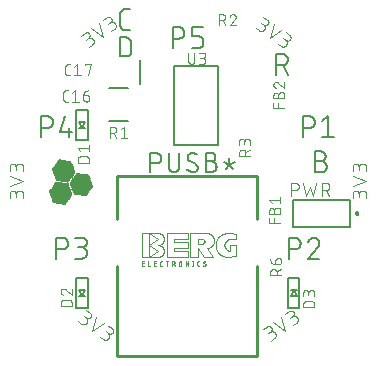
<source format=gbr>
G04 EAGLE Gerber RS-274X export*
G75*
%MOMM*%
%FSLAX34Y34*%
%LPD*%
%INSilkscreen Top*%
%IPPOS*%
%AMOC8*
5,1,8,0,0,1.08239X$1,22.5*%
G01*
%ADD10C,0.101600*%
%ADD11C,0.152400*%
%ADD12R,0.014731X0.014731*%
%ADD13R,0.147319X0.014731*%
%ADD14R,0.265175X0.014731*%
%ADD15R,0.383031X0.014731*%
%ADD16R,0.515619X0.014731*%
%ADD17R,0.633475X0.014731*%
%ADD18R,0.751331X0.014731*%
%ADD19R,0.883919X0.014731*%
%ADD20R,1.001775X0.014731*%
%ADD21R,1.119631X0.014731*%
%ADD22R,1.134363X0.014731*%
%ADD23R,1.149094X0.014731*%
%ADD24R,1.163825X0.014731*%
%ADD25R,1.178556X0.014731*%
%ADD26R,1.193288X0.014731*%
%ADD27R,1.222756X0.014731*%
%ADD28R,1.237488X0.014731*%
%ADD29R,1.266950X0.014731*%
%ADD30R,1.281681X0.014731*%
%ADD31R,1.311144X0.014731*%
%ADD32R,1.325881X0.014731*%
%ADD33R,1.355344X0.014731*%
%ADD34R,1.370075X0.014731*%
%ADD35R,1.384806X0.014731*%
%ADD36R,1.399538X0.014731*%
%ADD37R,1.414275X0.014731*%
%ADD38R,1.443738X0.014731*%
%ADD39R,1.458469X0.014731*%
%ADD40R,1.487931X0.014731*%
%ADD41R,1.502663X0.014731*%
%ADD42R,1.517394X0.014731*%
%ADD43R,1.532125X0.014731*%
%ADD44R,1.546856X0.014731*%
%ADD45R,1.576319X0.014731*%
%ADD46R,1.605788X0.014731*%
%ADD47R,1.620519X0.014731*%
%ADD48R,1.649981X0.014731*%
%ADD49R,1.664713X0.014731*%
%ADD50R,1.694175X0.014731*%
%ADD51R,1.708913X0.014731*%
%ADD52R,1.738375X0.014731*%
%ADD53R,1.753106X0.014731*%
%ADD54R,1.767838X0.014731*%
%ADD55R,1.782569X0.014731*%
%ADD56R,1.797306X0.014731*%
%ADD57R,0.117856X0.014731*%
%ADD58R,1.826769X0.014731*%
%ADD59R,0.235713X0.014731*%
%ADD60R,0.353569X0.014731*%
%ADD61R,1.856231X0.014731*%
%ADD62R,0.486156X0.014731*%
%ADD63R,1.870963X0.014731*%
%ADD64R,0.604013X0.014731*%
%ADD65R,0.721869X0.014731*%
%ADD66R,1.885694X0.014731*%
%ADD67R,0.839719X0.014731*%
%ADD68R,0.972306X0.014731*%
%ADD69R,1.090169X0.014731*%
%ADD70R,1.208025X0.014731*%
%ADD71R,1.252219X0.014731*%
%ADD72R,1.296412X0.014731*%
%ADD73R,1.340612X0.014731*%
%ADD74R,1.826763X0.014731*%
%ADD75R,1.414269X0.014731*%
%ADD76R,1.812031X0.014731*%
%ADD77R,1.429000X0.014731*%
%ADD78R,1.458462X0.014731*%
%ADD79R,1.473200X0.014731*%
%ADD80R,1.723644X0.014731*%
%ADD81R,1.694181X0.014731*%
%ADD82R,1.679450X0.014731*%
%ADD83R,1.561594X0.014731*%
%ADD84R,1.576325X0.014731*%
%ADD85R,1.591056X0.014731*%
%ADD86R,1.635250X0.014731*%
%ADD87R,1.561588X0.014731*%
%ADD88R,1.443731X0.014731*%
%ADD89R,1.797300X0.014731*%
%ADD90R,1.841500X0.014731*%
%ADD91R,1.311150X0.014731*%
%ADD92R,1.296419X0.014731*%
%ADD93R,1.193294X0.014731*%
%ADD94R,0.957575X0.014731*%
%ADD95R,0.589281X0.014731*%
%ADD96R,0.471425X0.014731*%
%ADD97R,0.220975X0.014731*%
%ADD98R,1.812038X0.014731*%
%ADD99R,0.103119X0.014731*%
%ADD100R,0.029463X0.014731*%
%ADD101R,0.162050X0.014731*%
%ADD102R,0.397763X0.014731*%
%ADD103R,0.648206X0.014731*%
%ADD104R,1.679444X0.014731*%
%ADD105R,1.016506X0.014731*%
%ADD106R,1.104900X0.014731*%
%ADD107R,1.222750X0.014731*%
%ADD108R,1.429006X0.014731*%
%ADD109R,1.208019X0.014731*%
%ADD110R,0.987044X0.014731*%
%ADD111R,0.854456X0.014731*%
%ADD112R,0.618744X0.014731*%
%ADD113R,0.500888X0.014731*%
%ADD114R,0.368300X0.014731*%
%ADD115R,0.132587X0.014731*%
%ADD116R,1.664719X0.014731*%
%ADD117R,1.075438X0.014731*%
%ADD118R,0.942844X0.014731*%
%ADD119R,0.707131X0.014731*%
%ADD120R,0.456694X0.014731*%
%ADD121R,0.088388X0.014731*%
%ADD122C,0.076200*%
%ADD123C,0.127000*%
%ADD124C,0.150000*%
%ADD125C,0.200000*%
%ADD126C,0.254000*%
%ADD127C,0.050800*%
%ADD128C,0.025400*%


D10*
X403428Y475532D02*
X406086Y473670D01*
X406180Y473607D01*
X406276Y473547D01*
X406374Y473490D01*
X406474Y473437D01*
X406576Y473387D01*
X406680Y473341D01*
X406785Y473299D01*
X406891Y473260D01*
X406999Y473225D01*
X407108Y473194D01*
X407218Y473166D01*
X407329Y473143D01*
X407440Y473123D01*
X407552Y473107D01*
X407665Y473095D01*
X407778Y473087D01*
X407891Y473083D01*
X408005Y473083D01*
X408118Y473087D01*
X408231Y473095D01*
X408344Y473107D01*
X408456Y473123D01*
X408567Y473143D01*
X408678Y473166D01*
X408788Y473194D01*
X408897Y473225D01*
X409005Y473260D01*
X409111Y473299D01*
X409216Y473341D01*
X409320Y473387D01*
X409422Y473437D01*
X409522Y473490D01*
X409620Y473547D01*
X409716Y473607D01*
X409810Y473670D01*
X409901Y473737D01*
X409991Y473806D01*
X410078Y473879D01*
X410162Y473955D01*
X410243Y474034D01*
X410322Y474115D01*
X410398Y474199D01*
X410471Y474286D01*
X410540Y474376D01*
X410607Y474467D01*
X410670Y474561D01*
X410730Y474657D01*
X410787Y474755D01*
X410840Y474855D01*
X410890Y474957D01*
X410936Y475061D01*
X410978Y475166D01*
X411017Y475272D01*
X411052Y475380D01*
X411083Y475489D01*
X411111Y475599D01*
X411134Y475710D01*
X411154Y475821D01*
X411170Y475933D01*
X411182Y476046D01*
X411190Y476159D01*
X411194Y476272D01*
X411194Y476386D01*
X411190Y476499D01*
X411182Y476612D01*
X411170Y476725D01*
X411154Y476837D01*
X411134Y476948D01*
X411111Y477059D01*
X411083Y477169D01*
X411052Y477278D01*
X411017Y477386D01*
X410978Y477492D01*
X410936Y477597D01*
X410890Y477701D01*
X410840Y477803D01*
X410787Y477903D01*
X410730Y478001D01*
X410670Y478097D01*
X410607Y478191D01*
X410540Y478282D01*
X410471Y478372D01*
X410398Y478459D01*
X410322Y478543D01*
X410243Y478624D01*
X410162Y478703D01*
X410078Y478779D01*
X409991Y478852D01*
X409902Y478921D01*
X409810Y478988D01*
X413320Y482869D02*
X410129Y485103D01*
X413319Y482869D02*
X413400Y482809D01*
X413479Y482747D01*
X413556Y482681D01*
X413630Y482613D01*
X413701Y482542D01*
X413769Y482468D01*
X413835Y482391D01*
X413897Y482312D01*
X413957Y482231D01*
X414013Y482147D01*
X414066Y482062D01*
X414115Y481974D01*
X414161Y481885D01*
X414204Y481793D01*
X414243Y481700D01*
X414278Y481606D01*
X414310Y481511D01*
X414338Y481414D01*
X414362Y481316D01*
X414382Y481218D01*
X414399Y481118D01*
X414411Y481018D01*
X414420Y480918D01*
X414425Y480818D01*
X414426Y480717D01*
X414423Y480616D01*
X414416Y480516D01*
X414405Y480416D01*
X414391Y480316D01*
X414372Y480217D01*
X414350Y480119D01*
X414324Y480022D01*
X414294Y479925D01*
X414261Y479831D01*
X414224Y479737D01*
X414183Y479645D01*
X414138Y479554D01*
X414091Y479466D01*
X414039Y479379D01*
X413985Y479295D01*
X413927Y479212D01*
X413866Y479132D01*
X413802Y479054D01*
X413735Y478979D01*
X413666Y478906D01*
X413593Y478837D01*
X413518Y478770D01*
X413440Y478706D01*
X413360Y478645D01*
X413277Y478587D01*
X413193Y478533D01*
X413106Y478481D01*
X413018Y478434D01*
X412927Y478389D01*
X412835Y478348D01*
X412741Y478311D01*
X412647Y478278D01*
X412550Y478248D01*
X412453Y478222D01*
X412355Y478200D01*
X412256Y478181D01*
X412156Y478167D01*
X412056Y478156D01*
X411956Y478149D01*
X411855Y478146D01*
X411754Y478147D01*
X411654Y478152D01*
X411554Y478161D01*
X411454Y478173D01*
X411354Y478190D01*
X411256Y478210D01*
X411158Y478234D01*
X411061Y478262D01*
X410966Y478294D01*
X410872Y478329D01*
X410779Y478368D01*
X410687Y478411D01*
X410598Y478457D01*
X410510Y478506D01*
X410425Y478559D01*
X410341Y478615D01*
X408214Y480105D01*
X418960Y478919D02*
X415449Y467114D01*
X425341Y474452D01*
X422153Y462420D02*
X424812Y460558D01*
X424906Y460495D01*
X425002Y460435D01*
X425100Y460378D01*
X425200Y460325D01*
X425302Y460275D01*
X425406Y460229D01*
X425511Y460187D01*
X425617Y460148D01*
X425725Y460113D01*
X425834Y460082D01*
X425944Y460054D01*
X426055Y460031D01*
X426166Y460011D01*
X426278Y459995D01*
X426391Y459983D01*
X426504Y459975D01*
X426617Y459971D01*
X426731Y459971D01*
X426844Y459975D01*
X426957Y459983D01*
X427070Y459995D01*
X427182Y460011D01*
X427293Y460031D01*
X427404Y460054D01*
X427514Y460082D01*
X427623Y460113D01*
X427731Y460148D01*
X427837Y460187D01*
X427942Y460229D01*
X428046Y460275D01*
X428148Y460325D01*
X428248Y460378D01*
X428346Y460435D01*
X428442Y460495D01*
X428536Y460558D01*
X428627Y460625D01*
X428717Y460694D01*
X428804Y460767D01*
X428888Y460843D01*
X428969Y460922D01*
X429048Y461003D01*
X429124Y461087D01*
X429197Y461174D01*
X429266Y461264D01*
X429333Y461355D01*
X429396Y461449D01*
X429456Y461545D01*
X429513Y461643D01*
X429566Y461743D01*
X429616Y461845D01*
X429662Y461949D01*
X429704Y462054D01*
X429743Y462160D01*
X429778Y462268D01*
X429809Y462377D01*
X429837Y462487D01*
X429860Y462598D01*
X429880Y462709D01*
X429896Y462821D01*
X429908Y462934D01*
X429916Y463047D01*
X429920Y463160D01*
X429920Y463274D01*
X429916Y463387D01*
X429908Y463500D01*
X429896Y463613D01*
X429880Y463725D01*
X429860Y463836D01*
X429837Y463947D01*
X429809Y464057D01*
X429778Y464166D01*
X429743Y464274D01*
X429704Y464380D01*
X429662Y464485D01*
X429616Y464589D01*
X429566Y464691D01*
X429513Y464791D01*
X429456Y464889D01*
X429396Y464985D01*
X429333Y465079D01*
X429266Y465170D01*
X429197Y465260D01*
X429124Y465347D01*
X429048Y465431D01*
X428969Y465512D01*
X428888Y465591D01*
X428804Y465667D01*
X428717Y465740D01*
X428628Y465809D01*
X428536Y465876D01*
X432045Y469757D02*
X428855Y471991D01*
X432045Y469757D02*
X432126Y469697D01*
X432205Y469635D01*
X432282Y469569D01*
X432356Y469501D01*
X432427Y469430D01*
X432495Y469356D01*
X432561Y469279D01*
X432623Y469200D01*
X432683Y469119D01*
X432739Y469035D01*
X432792Y468950D01*
X432841Y468862D01*
X432887Y468773D01*
X432930Y468681D01*
X432969Y468588D01*
X433004Y468494D01*
X433036Y468399D01*
X433064Y468302D01*
X433088Y468204D01*
X433108Y468106D01*
X433125Y468006D01*
X433137Y467906D01*
X433146Y467806D01*
X433151Y467706D01*
X433152Y467605D01*
X433149Y467504D01*
X433142Y467404D01*
X433131Y467304D01*
X433117Y467204D01*
X433098Y467105D01*
X433076Y467007D01*
X433050Y466910D01*
X433020Y466813D01*
X432987Y466719D01*
X432950Y466625D01*
X432909Y466533D01*
X432864Y466442D01*
X432817Y466354D01*
X432765Y466267D01*
X432711Y466183D01*
X432653Y466100D01*
X432592Y466020D01*
X432528Y465942D01*
X432461Y465867D01*
X432392Y465794D01*
X432319Y465725D01*
X432244Y465658D01*
X432166Y465594D01*
X432086Y465533D01*
X432003Y465475D01*
X431919Y465421D01*
X431832Y465369D01*
X431744Y465322D01*
X431653Y465277D01*
X431561Y465236D01*
X431467Y465199D01*
X431373Y465166D01*
X431276Y465136D01*
X431179Y465110D01*
X431081Y465088D01*
X430982Y465069D01*
X430882Y465055D01*
X430782Y465044D01*
X430682Y465037D01*
X430581Y465034D01*
X430480Y465035D01*
X430380Y465040D01*
X430280Y465049D01*
X430180Y465061D01*
X430080Y465078D01*
X429982Y465098D01*
X429884Y465122D01*
X429787Y465150D01*
X429692Y465182D01*
X429598Y465217D01*
X429505Y465256D01*
X429413Y465299D01*
X429324Y465345D01*
X429236Y465394D01*
X429151Y465447D01*
X429067Y465503D01*
X426940Y466993D01*
X497242Y334770D02*
X497242Y331524D01*
X497242Y334770D02*
X497240Y334883D01*
X497234Y334996D01*
X497224Y335109D01*
X497210Y335222D01*
X497193Y335334D01*
X497171Y335445D01*
X497146Y335555D01*
X497116Y335665D01*
X497083Y335773D01*
X497046Y335880D01*
X497006Y335986D01*
X496961Y336090D01*
X496913Y336193D01*
X496862Y336294D01*
X496807Y336393D01*
X496749Y336490D01*
X496687Y336585D01*
X496622Y336678D01*
X496554Y336768D01*
X496483Y336856D01*
X496408Y336942D01*
X496331Y337025D01*
X496251Y337105D01*
X496168Y337182D01*
X496082Y337257D01*
X495994Y337328D01*
X495904Y337396D01*
X495811Y337461D01*
X495716Y337523D01*
X495619Y337581D01*
X495520Y337636D01*
X495419Y337687D01*
X495316Y337735D01*
X495212Y337780D01*
X495106Y337820D01*
X494999Y337857D01*
X494891Y337890D01*
X494781Y337920D01*
X494671Y337945D01*
X494560Y337967D01*
X494448Y337984D01*
X494335Y337998D01*
X494222Y338008D01*
X494109Y338014D01*
X493996Y338016D01*
X493883Y338014D01*
X493770Y338008D01*
X493657Y337998D01*
X493544Y337984D01*
X493432Y337967D01*
X493321Y337945D01*
X493211Y337920D01*
X493101Y337890D01*
X492993Y337857D01*
X492886Y337820D01*
X492780Y337780D01*
X492676Y337735D01*
X492573Y337687D01*
X492472Y337636D01*
X492373Y337581D01*
X492276Y337523D01*
X492181Y337461D01*
X492088Y337396D01*
X491998Y337328D01*
X491910Y337257D01*
X491824Y337182D01*
X491741Y337105D01*
X491661Y337025D01*
X491584Y336942D01*
X491509Y336856D01*
X491438Y336768D01*
X491370Y336678D01*
X491305Y336585D01*
X491243Y336490D01*
X491185Y336393D01*
X491130Y336294D01*
X491079Y336193D01*
X491031Y336090D01*
X490986Y335986D01*
X490946Y335880D01*
X490909Y335773D01*
X490876Y335665D01*
X490846Y335555D01*
X490821Y335445D01*
X490799Y335334D01*
X490782Y335222D01*
X490768Y335109D01*
X490758Y334996D01*
X490752Y334883D01*
X490750Y334770D01*
X485558Y335419D02*
X485558Y331524D01*
X485558Y335419D02*
X485560Y335520D01*
X485566Y335620D01*
X485576Y335720D01*
X485589Y335820D01*
X485607Y335919D01*
X485628Y336018D01*
X485653Y336115D01*
X485682Y336212D01*
X485715Y336307D01*
X485751Y336401D01*
X485791Y336493D01*
X485834Y336584D01*
X485881Y336673D01*
X485931Y336760D01*
X485985Y336846D01*
X486042Y336929D01*
X486102Y337009D01*
X486165Y337088D01*
X486232Y337164D01*
X486301Y337237D01*
X486373Y337307D01*
X486447Y337375D01*
X486524Y337440D01*
X486604Y337501D01*
X486686Y337560D01*
X486770Y337615D01*
X486856Y337667D01*
X486944Y337716D01*
X487034Y337761D01*
X487126Y337803D01*
X487219Y337841D01*
X487314Y337875D01*
X487409Y337906D01*
X487506Y337933D01*
X487604Y337956D01*
X487703Y337976D01*
X487803Y337991D01*
X487903Y338003D01*
X488003Y338011D01*
X488104Y338015D01*
X488204Y338015D01*
X488305Y338011D01*
X488405Y338003D01*
X488505Y337991D01*
X488605Y337976D01*
X488704Y337956D01*
X488802Y337933D01*
X488899Y337906D01*
X488994Y337875D01*
X489089Y337841D01*
X489182Y337803D01*
X489274Y337761D01*
X489364Y337716D01*
X489452Y337667D01*
X489538Y337615D01*
X489622Y337560D01*
X489704Y337501D01*
X489784Y337440D01*
X489861Y337375D01*
X489935Y337307D01*
X490007Y337237D01*
X490076Y337164D01*
X490143Y337088D01*
X490206Y337009D01*
X490266Y336929D01*
X490323Y336846D01*
X490377Y336760D01*
X490427Y336673D01*
X490474Y336584D01*
X490517Y336493D01*
X490557Y336401D01*
X490593Y336307D01*
X490626Y336212D01*
X490655Y336115D01*
X490680Y336018D01*
X490701Y335919D01*
X490719Y335820D01*
X490732Y335720D01*
X490742Y335620D01*
X490748Y335520D01*
X490750Y335419D01*
X490751Y335419D02*
X490751Y332823D01*
X485558Y342305D02*
X497242Y346200D01*
X485558Y350095D01*
X497242Y354384D02*
X497242Y357630D01*
X497240Y357743D01*
X497234Y357856D01*
X497224Y357969D01*
X497210Y358082D01*
X497193Y358194D01*
X497171Y358305D01*
X497146Y358415D01*
X497116Y358525D01*
X497083Y358633D01*
X497046Y358740D01*
X497006Y358846D01*
X496961Y358950D01*
X496913Y359053D01*
X496862Y359154D01*
X496807Y359253D01*
X496749Y359350D01*
X496687Y359445D01*
X496622Y359538D01*
X496554Y359628D01*
X496483Y359716D01*
X496408Y359802D01*
X496331Y359885D01*
X496251Y359965D01*
X496168Y360042D01*
X496082Y360117D01*
X495994Y360188D01*
X495904Y360256D01*
X495811Y360321D01*
X495716Y360383D01*
X495619Y360441D01*
X495520Y360496D01*
X495419Y360547D01*
X495316Y360595D01*
X495212Y360640D01*
X495106Y360680D01*
X494999Y360717D01*
X494891Y360750D01*
X494781Y360780D01*
X494671Y360805D01*
X494560Y360827D01*
X494448Y360844D01*
X494335Y360858D01*
X494222Y360868D01*
X494109Y360874D01*
X493996Y360876D01*
X493883Y360874D01*
X493770Y360868D01*
X493657Y360858D01*
X493544Y360844D01*
X493432Y360827D01*
X493321Y360805D01*
X493211Y360780D01*
X493101Y360750D01*
X492993Y360717D01*
X492886Y360680D01*
X492780Y360640D01*
X492676Y360595D01*
X492573Y360547D01*
X492472Y360496D01*
X492373Y360441D01*
X492276Y360383D01*
X492181Y360321D01*
X492088Y360256D01*
X491998Y360188D01*
X491910Y360117D01*
X491824Y360042D01*
X491741Y359965D01*
X491661Y359885D01*
X491584Y359802D01*
X491509Y359716D01*
X491438Y359628D01*
X491370Y359538D01*
X491305Y359445D01*
X491243Y359350D01*
X491185Y359253D01*
X491130Y359154D01*
X491079Y359053D01*
X491031Y358950D01*
X490986Y358846D01*
X490946Y358740D01*
X490909Y358633D01*
X490876Y358525D01*
X490846Y358415D01*
X490821Y358305D01*
X490799Y358194D01*
X490782Y358082D01*
X490768Y357969D01*
X490758Y357856D01*
X490752Y357743D01*
X490750Y357630D01*
X485558Y358279D02*
X485558Y354384D01*
X485558Y358279D02*
X485560Y358380D01*
X485566Y358480D01*
X485576Y358580D01*
X485589Y358680D01*
X485607Y358779D01*
X485628Y358878D01*
X485653Y358975D01*
X485682Y359072D01*
X485715Y359167D01*
X485751Y359261D01*
X485791Y359353D01*
X485834Y359444D01*
X485881Y359533D01*
X485931Y359620D01*
X485985Y359706D01*
X486042Y359789D01*
X486102Y359869D01*
X486165Y359948D01*
X486232Y360024D01*
X486301Y360097D01*
X486373Y360167D01*
X486447Y360235D01*
X486524Y360300D01*
X486604Y360361D01*
X486686Y360420D01*
X486770Y360475D01*
X486856Y360527D01*
X486944Y360576D01*
X487034Y360621D01*
X487126Y360663D01*
X487219Y360701D01*
X487314Y360735D01*
X487409Y360766D01*
X487506Y360793D01*
X487604Y360816D01*
X487703Y360836D01*
X487803Y360851D01*
X487903Y360863D01*
X488003Y360871D01*
X488104Y360875D01*
X488204Y360875D01*
X488305Y360871D01*
X488405Y360863D01*
X488505Y360851D01*
X488605Y360836D01*
X488704Y360816D01*
X488802Y360793D01*
X488899Y360766D01*
X488994Y360735D01*
X489089Y360701D01*
X489182Y360663D01*
X489274Y360621D01*
X489364Y360576D01*
X489452Y360527D01*
X489538Y360475D01*
X489622Y360420D01*
X489704Y360361D01*
X489784Y360300D01*
X489861Y360235D01*
X489935Y360167D01*
X490007Y360097D01*
X490076Y360024D01*
X490143Y359948D01*
X490206Y359869D01*
X490266Y359789D01*
X490323Y359706D01*
X490377Y359620D01*
X490427Y359533D01*
X490474Y359444D01*
X490517Y359353D01*
X490557Y359261D01*
X490593Y359167D01*
X490626Y359072D01*
X490655Y358975D01*
X490680Y358878D01*
X490701Y358779D01*
X490719Y358680D01*
X490732Y358580D01*
X490742Y358480D01*
X490748Y358380D01*
X490750Y358279D01*
X490751Y358279D02*
X490751Y355683D01*
X419138Y212969D02*
X416479Y211107D01*
X419138Y212968D02*
X419229Y213035D01*
X419319Y213104D01*
X419406Y213177D01*
X419490Y213253D01*
X419571Y213332D01*
X419650Y213413D01*
X419726Y213497D01*
X419799Y213584D01*
X419868Y213674D01*
X419935Y213765D01*
X419998Y213859D01*
X420058Y213955D01*
X420115Y214053D01*
X420168Y214153D01*
X420218Y214255D01*
X420264Y214359D01*
X420306Y214464D01*
X420345Y214570D01*
X420380Y214678D01*
X420411Y214787D01*
X420439Y214897D01*
X420462Y215008D01*
X420482Y215119D01*
X420498Y215231D01*
X420510Y215344D01*
X420518Y215457D01*
X420522Y215570D01*
X420522Y215684D01*
X420518Y215797D01*
X420510Y215910D01*
X420498Y216023D01*
X420482Y216135D01*
X420462Y216246D01*
X420439Y216357D01*
X420411Y216467D01*
X420380Y216576D01*
X420345Y216684D01*
X420306Y216790D01*
X420264Y216895D01*
X420218Y216999D01*
X420168Y217101D01*
X420115Y217201D01*
X420058Y217299D01*
X419998Y217395D01*
X419935Y217489D01*
X419868Y217580D01*
X419799Y217670D01*
X419726Y217757D01*
X419650Y217841D01*
X419571Y217922D01*
X419490Y218001D01*
X419406Y218077D01*
X419319Y218150D01*
X419230Y218219D01*
X419138Y218286D01*
X419044Y218349D01*
X418948Y218409D01*
X418850Y218466D01*
X418750Y218519D01*
X418648Y218569D01*
X418544Y218615D01*
X418439Y218657D01*
X418333Y218696D01*
X418225Y218731D01*
X418116Y218762D01*
X418006Y218790D01*
X417895Y218813D01*
X417784Y218833D01*
X417672Y218849D01*
X417559Y218861D01*
X417446Y218869D01*
X417333Y218873D01*
X417219Y218873D01*
X417106Y218869D01*
X416993Y218861D01*
X416880Y218849D01*
X416768Y218833D01*
X416657Y218813D01*
X416546Y218790D01*
X416436Y218762D01*
X416327Y218731D01*
X416219Y218696D01*
X416113Y218657D01*
X416008Y218615D01*
X415904Y218569D01*
X415802Y218519D01*
X415702Y218466D01*
X415604Y218409D01*
X415508Y218349D01*
X415414Y218286D01*
X412968Y222912D02*
X409778Y220678D01*
X412968Y222912D02*
X413052Y222968D01*
X413137Y223021D01*
X413225Y223070D01*
X413314Y223116D01*
X413406Y223159D01*
X413499Y223198D01*
X413593Y223233D01*
X413688Y223265D01*
X413785Y223293D01*
X413883Y223317D01*
X413981Y223337D01*
X414081Y223354D01*
X414181Y223366D01*
X414281Y223375D01*
X414382Y223380D01*
X414482Y223381D01*
X414583Y223378D01*
X414683Y223371D01*
X414783Y223360D01*
X414883Y223346D01*
X414982Y223327D01*
X415080Y223305D01*
X415177Y223279D01*
X415274Y223249D01*
X415369Y223216D01*
X415462Y223179D01*
X415554Y223138D01*
X415645Y223093D01*
X415733Y223046D01*
X415820Y222994D01*
X415904Y222940D01*
X415987Y222882D01*
X416067Y222821D01*
X416145Y222757D01*
X416220Y222690D01*
X416293Y222621D01*
X416362Y222548D01*
X416429Y222473D01*
X416493Y222395D01*
X416554Y222315D01*
X416612Y222232D01*
X416666Y222148D01*
X416718Y222061D01*
X416765Y221973D01*
X416810Y221882D01*
X416851Y221790D01*
X416888Y221696D01*
X416921Y221602D01*
X416951Y221505D01*
X416977Y221408D01*
X416999Y221310D01*
X417018Y221211D01*
X417032Y221111D01*
X417043Y221011D01*
X417050Y220911D01*
X417053Y220810D01*
X417052Y220710D01*
X417047Y220609D01*
X417038Y220509D01*
X417026Y220409D01*
X417009Y220309D01*
X416989Y220211D01*
X416965Y220113D01*
X416937Y220016D01*
X416905Y219921D01*
X416870Y219827D01*
X416831Y219734D01*
X416788Y219642D01*
X416742Y219553D01*
X416693Y219465D01*
X416640Y219380D01*
X416584Y219296D01*
X416524Y219215D01*
X416462Y219136D01*
X416396Y219059D01*
X416328Y218985D01*
X416257Y218914D01*
X416183Y218846D01*
X416106Y218780D01*
X416027Y218718D01*
X415946Y218658D01*
X413820Y217169D01*
X418609Y226862D02*
X428501Y219524D01*
X424989Y231329D01*
X435205Y224219D02*
X437864Y226080D01*
X437955Y226147D01*
X438045Y226216D01*
X438132Y226289D01*
X438216Y226365D01*
X438297Y226444D01*
X438376Y226525D01*
X438452Y226609D01*
X438525Y226696D01*
X438594Y226786D01*
X438661Y226877D01*
X438724Y226971D01*
X438784Y227067D01*
X438841Y227165D01*
X438894Y227265D01*
X438944Y227367D01*
X438990Y227471D01*
X439032Y227576D01*
X439071Y227682D01*
X439106Y227790D01*
X439137Y227899D01*
X439165Y228009D01*
X439188Y228120D01*
X439208Y228231D01*
X439224Y228343D01*
X439236Y228456D01*
X439244Y228569D01*
X439248Y228682D01*
X439248Y228796D01*
X439244Y228909D01*
X439236Y229022D01*
X439224Y229135D01*
X439208Y229247D01*
X439188Y229358D01*
X439165Y229469D01*
X439137Y229579D01*
X439106Y229688D01*
X439071Y229796D01*
X439032Y229902D01*
X438990Y230007D01*
X438944Y230111D01*
X438894Y230213D01*
X438841Y230313D01*
X438784Y230411D01*
X438724Y230507D01*
X438661Y230601D01*
X438594Y230692D01*
X438525Y230782D01*
X438452Y230869D01*
X438376Y230953D01*
X438297Y231034D01*
X438216Y231113D01*
X438132Y231189D01*
X438045Y231262D01*
X437956Y231331D01*
X437864Y231398D01*
X437770Y231461D01*
X437674Y231521D01*
X437576Y231578D01*
X437476Y231631D01*
X437374Y231681D01*
X437270Y231727D01*
X437165Y231769D01*
X437059Y231808D01*
X436951Y231843D01*
X436842Y231874D01*
X436732Y231902D01*
X436621Y231925D01*
X436510Y231945D01*
X436398Y231961D01*
X436285Y231973D01*
X436172Y231981D01*
X436059Y231985D01*
X435945Y231985D01*
X435832Y231981D01*
X435719Y231973D01*
X435606Y231961D01*
X435494Y231945D01*
X435383Y231925D01*
X435272Y231902D01*
X435162Y231874D01*
X435053Y231843D01*
X434945Y231808D01*
X434839Y231769D01*
X434734Y231727D01*
X434630Y231681D01*
X434528Y231631D01*
X434428Y231578D01*
X434330Y231521D01*
X434234Y231461D01*
X434140Y231398D01*
X431694Y236024D02*
X428503Y233790D01*
X431694Y236024D02*
X431778Y236080D01*
X431863Y236133D01*
X431951Y236182D01*
X432040Y236228D01*
X432132Y236271D01*
X432225Y236310D01*
X432319Y236345D01*
X432414Y236377D01*
X432511Y236405D01*
X432609Y236429D01*
X432707Y236449D01*
X432807Y236466D01*
X432907Y236478D01*
X433007Y236487D01*
X433108Y236492D01*
X433208Y236493D01*
X433309Y236490D01*
X433409Y236483D01*
X433509Y236472D01*
X433609Y236458D01*
X433708Y236439D01*
X433806Y236417D01*
X433903Y236391D01*
X434000Y236361D01*
X434095Y236328D01*
X434188Y236291D01*
X434280Y236250D01*
X434371Y236205D01*
X434459Y236158D01*
X434546Y236106D01*
X434630Y236052D01*
X434713Y235994D01*
X434793Y235933D01*
X434871Y235869D01*
X434946Y235802D01*
X435019Y235733D01*
X435088Y235660D01*
X435155Y235585D01*
X435219Y235507D01*
X435280Y235427D01*
X435338Y235344D01*
X435392Y235260D01*
X435444Y235173D01*
X435491Y235085D01*
X435536Y234994D01*
X435577Y234902D01*
X435614Y234808D01*
X435647Y234714D01*
X435677Y234617D01*
X435703Y234520D01*
X435725Y234422D01*
X435744Y234323D01*
X435758Y234223D01*
X435769Y234123D01*
X435776Y234023D01*
X435779Y233922D01*
X435778Y233822D01*
X435773Y233721D01*
X435764Y233621D01*
X435752Y233521D01*
X435735Y233421D01*
X435715Y233323D01*
X435691Y233225D01*
X435663Y233128D01*
X435631Y233033D01*
X435596Y232939D01*
X435557Y232846D01*
X435514Y232754D01*
X435468Y232665D01*
X435419Y232577D01*
X435366Y232492D01*
X435310Y232408D01*
X435250Y232327D01*
X435188Y232248D01*
X435122Y232171D01*
X435054Y232097D01*
X434983Y232026D01*
X434909Y231958D01*
X434832Y231892D01*
X434753Y231830D01*
X434672Y231770D01*
X432545Y230281D01*
X255806Y225445D02*
X253148Y227307D01*
X255806Y225445D02*
X255900Y225382D01*
X255996Y225322D01*
X256094Y225265D01*
X256194Y225212D01*
X256296Y225162D01*
X256400Y225116D01*
X256505Y225074D01*
X256611Y225035D01*
X256719Y225000D01*
X256828Y224969D01*
X256938Y224941D01*
X257049Y224918D01*
X257160Y224898D01*
X257272Y224882D01*
X257385Y224870D01*
X257498Y224862D01*
X257611Y224858D01*
X257725Y224858D01*
X257838Y224862D01*
X257951Y224870D01*
X258064Y224882D01*
X258176Y224898D01*
X258287Y224918D01*
X258398Y224941D01*
X258508Y224969D01*
X258617Y225000D01*
X258725Y225035D01*
X258831Y225074D01*
X258936Y225116D01*
X259040Y225162D01*
X259142Y225212D01*
X259242Y225265D01*
X259340Y225322D01*
X259436Y225382D01*
X259530Y225445D01*
X259621Y225512D01*
X259711Y225581D01*
X259798Y225654D01*
X259882Y225730D01*
X259963Y225809D01*
X260042Y225890D01*
X260118Y225974D01*
X260191Y226061D01*
X260260Y226151D01*
X260327Y226242D01*
X260390Y226336D01*
X260450Y226432D01*
X260507Y226530D01*
X260560Y226630D01*
X260610Y226732D01*
X260656Y226836D01*
X260698Y226941D01*
X260737Y227047D01*
X260772Y227155D01*
X260803Y227264D01*
X260831Y227374D01*
X260854Y227485D01*
X260874Y227596D01*
X260890Y227708D01*
X260902Y227821D01*
X260910Y227934D01*
X260914Y228047D01*
X260914Y228161D01*
X260910Y228274D01*
X260902Y228387D01*
X260890Y228500D01*
X260874Y228612D01*
X260854Y228723D01*
X260831Y228834D01*
X260803Y228944D01*
X260772Y229053D01*
X260737Y229161D01*
X260698Y229267D01*
X260656Y229372D01*
X260610Y229476D01*
X260560Y229578D01*
X260507Y229678D01*
X260450Y229776D01*
X260390Y229872D01*
X260327Y229966D01*
X260260Y230057D01*
X260191Y230147D01*
X260118Y230234D01*
X260042Y230318D01*
X259963Y230399D01*
X259882Y230478D01*
X259798Y230554D01*
X259711Y230627D01*
X259622Y230696D01*
X259530Y230763D01*
X263040Y234644D02*
X259849Y236878D01*
X263039Y234644D02*
X263120Y234584D01*
X263199Y234522D01*
X263276Y234456D01*
X263350Y234388D01*
X263421Y234317D01*
X263489Y234243D01*
X263555Y234166D01*
X263617Y234087D01*
X263677Y234006D01*
X263733Y233922D01*
X263786Y233837D01*
X263835Y233749D01*
X263881Y233660D01*
X263924Y233568D01*
X263963Y233475D01*
X263998Y233381D01*
X264030Y233286D01*
X264058Y233189D01*
X264082Y233091D01*
X264102Y232993D01*
X264119Y232893D01*
X264131Y232793D01*
X264140Y232693D01*
X264145Y232593D01*
X264146Y232492D01*
X264143Y232391D01*
X264136Y232291D01*
X264125Y232191D01*
X264111Y232091D01*
X264092Y231992D01*
X264070Y231894D01*
X264044Y231797D01*
X264014Y231700D01*
X263981Y231606D01*
X263944Y231512D01*
X263903Y231420D01*
X263858Y231329D01*
X263811Y231241D01*
X263759Y231154D01*
X263705Y231070D01*
X263647Y230987D01*
X263586Y230907D01*
X263522Y230829D01*
X263455Y230754D01*
X263386Y230681D01*
X263313Y230612D01*
X263238Y230545D01*
X263160Y230481D01*
X263080Y230420D01*
X262997Y230362D01*
X262913Y230308D01*
X262826Y230256D01*
X262738Y230209D01*
X262647Y230164D01*
X262555Y230123D01*
X262461Y230086D01*
X262367Y230053D01*
X262270Y230023D01*
X262173Y229997D01*
X262075Y229975D01*
X261976Y229956D01*
X261876Y229942D01*
X261776Y229931D01*
X261676Y229924D01*
X261575Y229921D01*
X261474Y229922D01*
X261374Y229927D01*
X261274Y229936D01*
X261174Y229948D01*
X261074Y229965D01*
X260976Y229985D01*
X260878Y230009D01*
X260781Y230037D01*
X260686Y230069D01*
X260592Y230104D01*
X260499Y230143D01*
X260407Y230186D01*
X260318Y230232D01*
X260230Y230281D01*
X260145Y230334D01*
X260061Y230390D01*
X257934Y231880D01*
X268680Y230694D02*
X265169Y218889D01*
X275061Y226227D01*
X271873Y214195D02*
X274532Y212333D01*
X274626Y212270D01*
X274722Y212210D01*
X274820Y212153D01*
X274920Y212100D01*
X275022Y212050D01*
X275126Y212004D01*
X275231Y211962D01*
X275337Y211923D01*
X275445Y211888D01*
X275554Y211857D01*
X275664Y211829D01*
X275775Y211806D01*
X275886Y211786D01*
X275998Y211770D01*
X276111Y211758D01*
X276224Y211750D01*
X276337Y211746D01*
X276451Y211746D01*
X276564Y211750D01*
X276677Y211758D01*
X276790Y211770D01*
X276902Y211786D01*
X277013Y211806D01*
X277124Y211829D01*
X277234Y211857D01*
X277343Y211888D01*
X277451Y211923D01*
X277557Y211962D01*
X277662Y212004D01*
X277766Y212050D01*
X277868Y212100D01*
X277968Y212153D01*
X278066Y212210D01*
X278162Y212270D01*
X278256Y212333D01*
X278347Y212400D01*
X278437Y212469D01*
X278524Y212542D01*
X278608Y212618D01*
X278689Y212697D01*
X278768Y212778D01*
X278844Y212862D01*
X278917Y212949D01*
X278986Y213039D01*
X279053Y213130D01*
X279116Y213224D01*
X279176Y213320D01*
X279233Y213418D01*
X279286Y213518D01*
X279336Y213620D01*
X279382Y213724D01*
X279424Y213829D01*
X279463Y213935D01*
X279498Y214043D01*
X279529Y214152D01*
X279557Y214262D01*
X279580Y214373D01*
X279600Y214484D01*
X279616Y214596D01*
X279628Y214709D01*
X279636Y214822D01*
X279640Y214935D01*
X279640Y215049D01*
X279636Y215162D01*
X279628Y215275D01*
X279616Y215388D01*
X279600Y215500D01*
X279580Y215611D01*
X279557Y215722D01*
X279529Y215832D01*
X279498Y215941D01*
X279463Y216049D01*
X279424Y216155D01*
X279382Y216260D01*
X279336Y216364D01*
X279286Y216466D01*
X279233Y216566D01*
X279176Y216664D01*
X279116Y216760D01*
X279053Y216854D01*
X278986Y216945D01*
X278917Y217035D01*
X278844Y217122D01*
X278768Y217206D01*
X278689Y217287D01*
X278608Y217366D01*
X278524Y217442D01*
X278437Y217515D01*
X278348Y217584D01*
X278256Y217651D01*
X281765Y221532D02*
X278575Y223766D01*
X281765Y221532D02*
X281846Y221472D01*
X281925Y221410D01*
X282002Y221344D01*
X282076Y221276D01*
X282147Y221205D01*
X282215Y221131D01*
X282281Y221054D01*
X282343Y220975D01*
X282403Y220894D01*
X282459Y220810D01*
X282512Y220725D01*
X282561Y220637D01*
X282607Y220548D01*
X282650Y220456D01*
X282689Y220363D01*
X282724Y220269D01*
X282756Y220174D01*
X282784Y220077D01*
X282808Y219979D01*
X282828Y219881D01*
X282845Y219781D01*
X282857Y219681D01*
X282866Y219581D01*
X282871Y219481D01*
X282872Y219380D01*
X282869Y219279D01*
X282862Y219179D01*
X282851Y219079D01*
X282837Y218979D01*
X282818Y218880D01*
X282796Y218782D01*
X282770Y218685D01*
X282740Y218588D01*
X282707Y218494D01*
X282670Y218400D01*
X282629Y218308D01*
X282584Y218217D01*
X282537Y218129D01*
X282485Y218042D01*
X282431Y217958D01*
X282373Y217875D01*
X282312Y217795D01*
X282248Y217717D01*
X282181Y217642D01*
X282112Y217569D01*
X282039Y217500D01*
X281964Y217433D01*
X281886Y217369D01*
X281806Y217308D01*
X281723Y217250D01*
X281639Y217196D01*
X281552Y217144D01*
X281464Y217097D01*
X281373Y217052D01*
X281281Y217011D01*
X281187Y216974D01*
X281093Y216941D01*
X280996Y216911D01*
X280899Y216885D01*
X280801Y216863D01*
X280702Y216844D01*
X280602Y216830D01*
X280502Y216819D01*
X280402Y216812D01*
X280301Y216809D01*
X280200Y216810D01*
X280100Y216815D01*
X280000Y216824D01*
X279900Y216836D01*
X279800Y216853D01*
X279702Y216873D01*
X279604Y216897D01*
X279507Y216925D01*
X279412Y216957D01*
X279318Y216992D01*
X279225Y217031D01*
X279133Y217074D01*
X279044Y217120D01*
X278956Y217169D01*
X278871Y217222D01*
X278787Y217278D01*
X276660Y218768D01*
X206842Y331524D02*
X206842Y334770D01*
X206840Y334883D01*
X206834Y334996D01*
X206824Y335109D01*
X206810Y335222D01*
X206793Y335334D01*
X206771Y335445D01*
X206746Y335555D01*
X206716Y335665D01*
X206683Y335773D01*
X206646Y335880D01*
X206606Y335986D01*
X206561Y336090D01*
X206513Y336193D01*
X206462Y336294D01*
X206407Y336393D01*
X206349Y336490D01*
X206287Y336585D01*
X206222Y336678D01*
X206154Y336768D01*
X206083Y336856D01*
X206008Y336942D01*
X205931Y337025D01*
X205851Y337105D01*
X205768Y337182D01*
X205682Y337257D01*
X205594Y337328D01*
X205504Y337396D01*
X205411Y337461D01*
X205316Y337523D01*
X205219Y337581D01*
X205120Y337636D01*
X205019Y337687D01*
X204916Y337735D01*
X204812Y337780D01*
X204706Y337820D01*
X204599Y337857D01*
X204491Y337890D01*
X204381Y337920D01*
X204271Y337945D01*
X204160Y337967D01*
X204048Y337984D01*
X203935Y337998D01*
X203822Y338008D01*
X203709Y338014D01*
X203596Y338016D01*
X203483Y338014D01*
X203370Y338008D01*
X203257Y337998D01*
X203144Y337984D01*
X203032Y337967D01*
X202921Y337945D01*
X202811Y337920D01*
X202701Y337890D01*
X202593Y337857D01*
X202486Y337820D01*
X202380Y337780D01*
X202276Y337735D01*
X202173Y337687D01*
X202072Y337636D01*
X201973Y337581D01*
X201876Y337523D01*
X201781Y337461D01*
X201688Y337396D01*
X201598Y337328D01*
X201510Y337257D01*
X201424Y337182D01*
X201341Y337105D01*
X201261Y337025D01*
X201184Y336942D01*
X201109Y336856D01*
X201038Y336768D01*
X200970Y336678D01*
X200905Y336585D01*
X200843Y336490D01*
X200785Y336393D01*
X200730Y336294D01*
X200679Y336193D01*
X200631Y336090D01*
X200586Y335986D01*
X200546Y335880D01*
X200509Y335773D01*
X200476Y335665D01*
X200446Y335555D01*
X200421Y335445D01*
X200399Y335334D01*
X200382Y335222D01*
X200368Y335109D01*
X200358Y334996D01*
X200352Y334883D01*
X200350Y334770D01*
X195158Y335419D02*
X195158Y331524D01*
X195158Y335419D02*
X195160Y335520D01*
X195166Y335620D01*
X195176Y335720D01*
X195189Y335820D01*
X195207Y335919D01*
X195228Y336018D01*
X195253Y336115D01*
X195282Y336212D01*
X195315Y336307D01*
X195351Y336401D01*
X195391Y336493D01*
X195434Y336584D01*
X195481Y336673D01*
X195531Y336760D01*
X195585Y336846D01*
X195642Y336929D01*
X195702Y337009D01*
X195765Y337088D01*
X195832Y337164D01*
X195901Y337237D01*
X195973Y337307D01*
X196047Y337375D01*
X196124Y337440D01*
X196204Y337501D01*
X196286Y337560D01*
X196370Y337615D01*
X196456Y337667D01*
X196544Y337716D01*
X196634Y337761D01*
X196726Y337803D01*
X196819Y337841D01*
X196914Y337875D01*
X197009Y337906D01*
X197106Y337933D01*
X197204Y337956D01*
X197303Y337976D01*
X197403Y337991D01*
X197503Y338003D01*
X197603Y338011D01*
X197704Y338015D01*
X197804Y338015D01*
X197905Y338011D01*
X198005Y338003D01*
X198105Y337991D01*
X198205Y337976D01*
X198304Y337956D01*
X198402Y337933D01*
X198499Y337906D01*
X198594Y337875D01*
X198689Y337841D01*
X198782Y337803D01*
X198874Y337761D01*
X198964Y337716D01*
X199052Y337667D01*
X199138Y337615D01*
X199222Y337560D01*
X199304Y337501D01*
X199384Y337440D01*
X199461Y337375D01*
X199535Y337307D01*
X199607Y337237D01*
X199676Y337164D01*
X199743Y337088D01*
X199806Y337009D01*
X199866Y336929D01*
X199923Y336846D01*
X199977Y336760D01*
X200027Y336673D01*
X200074Y336584D01*
X200117Y336493D01*
X200157Y336401D01*
X200193Y336307D01*
X200226Y336212D01*
X200255Y336115D01*
X200280Y336018D01*
X200301Y335919D01*
X200319Y335820D01*
X200332Y335720D01*
X200342Y335620D01*
X200348Y335520D01*
X200350Y335419D01*
X200351Y335419D02*
X200351Y332823D01*
X195158Y342305D02*
X206842Y346200D01*
X195158Y350095D01*
X206842Y354384D02*
X206842Y357630D01*
X206840Y357743D01*
X206834Y357856D01*
X206824Y357969D01*
X206810Y358082D01*
X206793Y358194D01*
X206771Y358305D01*
X206746Y358415D01*
X206716Y358525D01*
X206683Y358633D01*
X206646Y358740D01*
X206606Y358846D01*
X206561Y358950D01*
X206513Y359053D01*
X206462Y359154D01*
X206407Y359253D01*
X206349Y359350D01*
X206287Y359445D01*
X206222Y359538D01*
X206154Y359628D01*
X206083Y359716D01*
X206008Y359802D01*
X205931Y359885D01*
X205851Y359965D01*
X205768Y360042D01*
X205682Y360117D01*
X205594Y360188D01*
X205504Y360256D01*
X205411Y360321D01*
X205316Y360383D01*
X205219Y360441D01*
X205120Y360496D01*
X205019Y360547D01*
X204916Y360595D01*
X204812Y360640D01*
X204706Y360680D01*
X204599Y360717D01*
X204491Y360750D01*
X204381Y360780D01*
X204271Y360805D01*
X204160Y360827D01*
X204048Y360844D01*
X203935Y360858D01*
X203822Y360868D01*
X203709Y360874D01*
X203596Y360876D01*
X203483Y360874D01*
X203370Y360868D01*
X203257Y360858D01*
X203144Y360844D01*
X203032Y360827D01*
X202921Y360805D01*
X202811Y360780D01*
X202701Y360750D01*
X202593Y360717D01*
X202486Y360680D01*
X202380Y360640D01*
X202276Y360595D01*
X202173Y360547D01*
X202072Y360496D01*
X201973Y360441D01*
X201876Y360383D01*
X201781Y360321D01*
X201688Y360256D01*
X201598Y360188D01*
X201510Y360117D01*
X201424Y360042D01*
X201341Y359965D01*
X201261Y359885D01*
X201184Y359802D01*
X201109Y359716D01*
X201038Y359628D01*
X200970Y359538D01*
X200905Y359445D01*
X200843Y359350D01*
X200785Y359253D01*
X200730Y359154D01*
X200679Y359053D01*
X200631Y358950D01*
X200586Y358846D01*
X200546Y358740D01*
X200509Y358633D01*
X200476Y358525D01*
X200446Y358415D01*
X200421Y358305D01*
X200399Y358194D01*
X200382Y358082D01*
X200368Y357969D01*
X200358Y357856D01*
X200352Y357743D01*
X200350Y357630D01*
X195158Y358279D02*
X195158Y354384D01*
X195158Y358279D02*
X195160Y358380D01*
X195166Y358480D01*
X195176Y358580D01*
X195189Y358680D01*
X195207Y358779D01*
X195228Y358878D01*
X195253Y358975D01*
X195282Y359072D01*
X195315Y359167D01*
X195351Y359261D01*
X195391Y359353D01*
X195434Y359444D01*
X195481Y359533D01*
X195531Y359620D01*
X195585Y359706D01*
X195642Y359789D01*
X195702Y359869D01*
X195765Y359948D01*
X195832Y360024D01*
X195901Y360097D01*
X195973Y360167D01*
X196047Y360235D01*
X196124Y360300D01*
X196204Y360361D01*
X196286Y360420D01*
X196370Y360475D01*
X196456Y360527D01*
X196544Y360576D01*
X196634Y360621D01*
X196726Y360663D01*
X196819Y360701D01*
X196914Y360735D01*
X197009Y360766D01*
X197106Y360793D01*
X197204Y360816D01*
X197303Y360836D01*
X197403Y360851D01*
X197503Y360863D01*
X197603Y360871D01*
X197704Y360875D01*
X197804Y360875D01*
X197905Y360871D01*
X198005Y360863D01*
X198105Y360851D01*
X198205Y360836D01*
X198304Y360816D01*
X198402Y360793D01*
X198499Y360766D01*
X198594Y360735D01*
X198689Y360701D01*
X198782Y360663D01*
X198874Y360621D01*
X198964Y360576D01*
X199052Y360527D01*
X199138Y360475D01*
X199222Y360420D01*
X199304Y360361D01*
X199384Y360300D01*
X199461Y360235D01*
X199535Y360167D01*
X199607Y360097D01*
X199676Y360024D01*
X199743Y359948D01*
X199806Y359869D01*
X199866Y359789D01*
X199923Y359706D01*
X199977Y359620D01*
X200027Y359533D01*
X200074Y359444D01*
X200117Y359353D01*
X200157Y359261D01*
X200193Y359167D01*
X200226Y359072D01*
X200255Y358975D01*
X200280Y358878D01*
X200301Y358779D01*
X200319Y358680D01*
X200332Y358580D01*
X200342Y358480D01*
X200348Y358380D01*
X200350Y358279D01*
X200351Y358279D02*
X200351Y355683D01*
X262379Y459787D02*
X265038Y461649D01*
X265038Y461648D02*
X265129Y461715D01*
X265219Y461784D01*
X265306Y461857D01*
X265390Y461933D01*
X265471Y462012D01*
X265550Y462093D01*
X265626Y462177D01*
X265699Y462264D01*
X265768Y462354D01*
X265835Y462445D01*
X265898Y462539D01*
X265958Y462635D01*
X266015Y462733D01*
X266068Y462833D01*
X266118Y462935D01*
X266164Y463039D01*
X266206Y463144D01*
X266245Y463250D01*
X266280Y463358D01*
X266311Y463467D01*
X266339Y463577D01*
X266362Y463688D01*
X266382Y463799D01*
X266398Y463911D01*
X266410Y464024D01*
X266418Y464137D01*
X266422Y464250D01*
X266422Y464364D01*
X266418Y464477D01*
X266410Y464590D01*
X266398Y464703D01*
X266382Y464815D01*
X266362Y464926D01*
X266339Y465037D01*
X266311Y465147D01*
X266280Y465256D01*
X266245Y465364D01*
X266206Y465470D01*
X266164Y465575D01*
X266118Y465679D01*
X266068Y465781D01*
X266015Y465881D01*
X265958Y465979D01*
X265898Y466075D01*
X265835Y466169D01*
X265768Y466260D01*
X265699Y466350D01*
X265626Y466437D01*
X265550Y466521D01*
X265471Y466602D01*
X265390Y466681D01*
X265306Y466757D01*
X265219Y466830D01*
X265130Y466899D01*
X265038Y466966D01*
X264944Y467029D01*
X264848Y467089D01*
X264750Y467146D01*
X264650Y467199D01*
X264548Y467249D01*
X264444Y467295D01*
X264339Y467337D01*
X264233Y467376D01*
X264125Y467411D01*
X264016Y467442D01*
X263906Y467470D01*
X263795Y467493D01*
X263684Y467513D01*
X263572Y467529D01*
X263459Y467541D01*
X263346Y467549D01*
X263233Y467553D01*
X263119Y467553D01*
X263006Y467549D01*
X262893Y467541D01*
X262780Y467529D01*
X262668Y467513D01*
X262557Y467493D01*
X262446Y467470D01*
X262336Y467442D01*
X262227Y467411D01*
X262119Y467376D01*
X262013Y467337D01*
X261908Y467295D01*
X261804Y467249D01*
X261702Y467199D01*
X261602Y467146D01*
X261504Y467089D01*
X261408Y467029D01*
X261314Y466966D01*
X258868Y471592D02*
X255678Y469358D01*
X258868Y471592D02*
X258952Y471648D01*
X259037Y471701D01*
X259125Y471750D01*
X259214Y471796D01*
X259306Y471839D01*
X259399Y471878D01*
X259493Y471913D01*
X259588Y471945D01*
X259685Y471973D01*
X259783Y471997D01*
X259881Y472017D01*
X259981Y472034D01*
X260081Y472046D01*
X260181Y472055D01*
X260282Y472060D01*
X260382Y472061D01*
X260483Y472058D01*
X260583Y472051D01*
X260683Y472040D01*
X260783Y472026D01*
X260882Y472007D01*
X260980Y471985D01*
X261077Y471959D01*
X261174Y471929D01*
X261269Y471896D01*
X261362Y471859D01*
X261454Y471818D01*
X261545Y471773D01*
X261633Y471726D01*
X261720Y471674D01*
X261804Y471620D01*
X261887Y471562D01*
X261967Y471501D01*
X262045Y471437D01*
X262120Y471370D01*
X262193Y471301D01*
X262262Y471228D01*
X262329Y471153D01*
X262393Y471075D01*
X262454Y470995D01*
X262512Y470912D01*
X262566Y470828D01*
X262618Y470741D01*
X262665Y470653D01*
X262710Y470562D01*
X262751Y470470D01*
X262788Y470376D01*
X262821Y470282D01*
X262851Y470185D01*
X262877Y470088D01*
X262899Y469990D01*
X262918Y469891D01*
X262932Y469791D01*
X262943Y469691D01*
X262950Y469591D01*
X262953Y469490D01*
X262952Y469390D01*
X262947Y469289D01*
X262938Y469189D01*
X262926Y469089D01*
X262909Y468989D01*
X262889Y468891D01*
X262865Y468793D01*
X262837Y468696D01*
X262805Y468601D01*
X262770Y468507D01*
X262731Y468414D01*
X262688Y468322D01*
X262642Y468233D01*
X262593Y468145D01*
X262540Y468060D01*
X262484Y467976D01*
X262424Y467895D01*
X262362Y467816D01*
X262296Y467739D01*
X262228Y467665D01*
X262157Y467594D01*
X262083Y467526D01*
X262006Y467460D01*
X261927Y467398D01*
X261846Y467338D01*
X259720Y465849D01*
X264509Y475542D02*
X274401Y468204D01*
X270889Y480009D01*
X281105Y472899D02*
X283764Y474760D01*
X283855Y474827D01*
X283945Y474896D01*
X284032Y474969D01*
X284116Y475045D01*
X284197Y475124D01*
X284276Y475205D01*
X284352Y475289D01*
X284425Y475376D01*
X284494Y475466D01*
X284561Y475557D01*
X284624Y475651D01*
X284684Y475747D01*
X284741Y475845D01*
X284794Y475945D01*
X284844Y476047D01*
X284890Y476151D01*
X284932Y476256D01*
X284971Y476362D01*
X285006Y476470D01*
X285037Y476579D01*
X285065Y476689D01*
X285088Y476800D01*
X285108Y476911D01*
X285124Y477023D01*
X285136Y477136D01*
X285144Y477249D01*
X285148Y477362D01*
X285148Y477476D01*
X285144Y477589D01*
X285136Y477702D01*
X285124Y477815D01*
X285108Y477927D01*
X285088Y478038D01*
X285065Y478149D01*
X285037Y478259D01*
X285006Y478368D01*
X284971Y478476D01*
X284932Y478582D01*
X284890Y478687D01*
X284844Y478791D01*
X284794Y478893D01*
X284741Y478993D01*
X284684Y479091D01*
X284624Y479187D01*
X284561Y479281D01*
X284494Y479372D01*
X284425Y479462D01*
X284352Y479549D01*
X284276Y479633D01*
X284197Y479714D01*
X284116Y479793D01*
X284032Y479869D01*
X283945Y479942D01*
X283856Y480011D01*
X283764Y480078D01*
X283670Y480141D01*
X283574Y480201D01*
X283476Y480258D01*
X283376Y480311D01*
X283274Y480361D01*
X283170Y480407D01*
X283065Y480449D01*
X282959Y480488D01*
X282851Y480523D01*
X282742Y480554D01*
X282632Y480582D01*
X282521Y480605D01*
X282410Y480625D01*
X282298Y480641D01*
X282185Y480653D01*
X282072Y480661D01*
X281959Y480665D01*
X281845Y480665D01*
X281732Y480661D01*
X281619Y480653D01*
X281506Y480641D01*
X281394Y480625D01*
X281283Y480605D01*
X281172Y480582D01*
X281062Y480554D01*
X280953Y480523D01*
X280845Y480488D01*
X280739Y480449D01*
X280634Y480407D01*
X280530Y480361D01*
X280428Y480311D01*
X280328Y480258D01*
X280230Y480201D01*
X280134Y480141D01*
X280040Y480078D01*
X277594Y484704D02*
X274403Y482470D01*
X277594Y484704D02*
X277678Y484760D01*
X277763Y484813D01*
X277851Y484862D01*
X277940Y484908D01*
X278032Y484951D01*
X278125Y484990D01*
X278219Y485025D01*
X278314Y485057D01*
X278411Y485085D01*
X278509Y485109D01*
X278607Y485129D01*
X278707Y485146D01*
X278807Y485158D01*
X278907Y485167D01*
X279008Y485172D01*
X279108Y485173D01*
X279209Y485170D01*
X279309Y485163D01*
X279409Y485152D01*
X279509Y485138D01*
X279608Y485119D01*
X279706Y485097D01*
X279803Y485071D01*
X279900Y485041D01*
X279995Y485008D01*
X280088Y484971D01*
X280180Y484930D01*
X280271Y484885D01*
X280359Y484838D01*
X280446Y484786D01*
X280530Y484732D01*
X280613Y484674D01*
X280693Y484613D01*
X280771Y484549D01*
X280846Y484482D01*
X280919Y484413D01*
X280988Y484340D01*
X281055Y484265D01*
X281119Y484187D01*
X281180Y484107D01*
X281238Y484024D01*
X281292Y483940D01*
X281344Y483853D01*
X281391Y483765D01*
X281436Y483674D01*
X281477Y483582D01*
X281514Y483488D01*
X281547Y483394D01*
X281577Y483297D01*
X281603Y483200D01*
X281625Y483102D01*
X281644Y483003D01*
X281658Y482903D01*
X281669Y482803D01*
X281676Y482703D01*
X281679Y482602D01*
X281678Y482502D01*
X281673Y482401D01*
X281664Y482301D01*
X281652Y482201D01*
X281635Y482101D01*
X281615Y482003D01*
X281591Y481905D01*
X281563Y481808D01*
X281531Y481713D01*
X281496Y481619D01*
X281457Y481526D01*
X281414Y481434D01*
X281368Y481345D01*
X281319Y481257D01*
X281266Y481172D01*
X281210Y481088D01*
X281150Y481007D01*
X281088Y480928D01*
X281022Y480851D01*
X280954Y480777D01*
X280883Y480706D01*
X280809Y480638D01*
X280732Y480572D01*
X280653Y480510D01*
X280572Y480450D01*
X278445Y478961D01*
D11*
X443729Y401095D02*
X443729Y383315D01*
X443729Y401095D02*
X448668Y401095D01*
X448808Y401093D01*
X448947Y401087D01*
X449087Y401077D01*
X449226Y401063D01*
X449365Y401046D01*
X449503Y401024D01*
X449640Y400998D01*
X449777Y400969D01*
X449913Y400936D01*
X450047Y400899D01*
X450181Y400858D01*
X450313Y400813D01*
X450445Y400764D01*
X450574Y400712D01*
X450702Y400657D01*
X450829Y400597D01*
X450954Y400534D01*
X451077Y400468D01*
X451198Y400398D01*
X451317Y400325D01*
X451434Y400248D01*
X451548Y400168D01*
X451661Y400085D01*
X451771Y399999D01*
X451878Y399909D01*
X451983Y399817D01*
X452085Y399722D01*
X452185Y399624D01*
X452282Y399523D01*
X452376Y399419D01*
X452466Y399313D01*
X452554Y399204D01*
X452639Y399093D01*
X452720Y398979D01*
X452799Y398864D01*
X452874Y398746D01*
X452945Y398626D01*
X453013Y398503D01*
X453078Y398380D01*
X453139Y398254D01*
X453197Y398126D01*
X453251Y397998D01*
X453301Y397867D01*
X453348Y397735D01*
X453391Y397602D01*
X453430Y397468D01*
X453465Y397333D01*
X453496Y397197D01*
X453524Y397059D01*
X453547Y396922D01*
X453567Y396783D01*
X453583Y396644D01*
X453595Y396505D01*
X453603Y396366D01*
X453607Y396226D01*
X453607Y396086D01*
X453603Y395946D01*
X453595Y395807D01*
X453583Y395668D01*
X453567Y395529D01*
X453547Y395390D01*
X453524Y395253D01*
X453496Y395115D01*
X453465Y394979D01*
X453430Y394844D01*
X453391Y394710D01*
X453348Y394577D01*
X453301Y394445D01*
X453251Y394314D01*
X453197Y394186D01*
X453139Y394058D01*
X453078Y393932D01*
X453013Y393809D01*
X452945Y393687D01*
X452874Y393566D01*
X452799Y393448D01*
X452720Y393333D01*
X452639Y393219D01*
X452554Y393108D01*
X452466Y392999D01*
X452376Y392893D01*
X452282Y392789D01*
X452185Y392688D01*
X452085Y392590D01*
X451983Y392495D01*
X451878Y392403D01*
X451771Y392313D01*
X451661Y392227D01*
X451548Y392144D01*
X451434Y392064D01*
X451317Y391987D01*
X451198Y391914D01*
X451077Y391844D01*
X450954Y391778D01*
X450829Y391715D01*
X450702Y391655D01*
X450574Y391600D01*
X450445Y391548D01*
X450313Y391499D01*
X450181Y391454D01*
X450047Y391413D01*
X449913Y391376D01*
X449777Y391343D01*
X449640Y391314D01*
X449503Y391288D01*
X449365Y391266D01*
X449226Y391249D01*
X449087Y391235D01*
X448947Y391225D01*
X448808Y391219D01*
X448668Y391217D01*
X443729Y391217D01*
X459724Y397144D02*
X464663Y401095D01*
X464663Y383315D01*
X469601Y383315D02*
X459724Y383315D01*
X431664Y298290D02*
X431664Y280510D01*
X431664Y298290D02*
X436603Y298290D01*
X436743Y298288D01*
X436882Y298282D01*
X437022Y298272D01*
X437161Y298258D01*
X437300Y298241D01*
X437438Y298219D01*
X437575Y298193D01*
X437712Y298164D01*
X437848Y298131D01*
X437982Y298094D01*
X438116Y298053D01*
X438248Y298008D01*
X438380Y297959D01*
X438509Y297907D01*
X438637Y297852D01*
X438764Y297792D01*
X438889Y297729D01*
X439012Y297663D01*
X439133Y297593D01*
X439252Y297520D01*
X439369Y297443D01*
X439483Y297363D01*
X439596Y297280D01*
X439706Y297194D01*
X439813Y297104D01*
X439918Y297012D01*
X440020Y296917D01*
X440120Y296819D01*
X440217Y296718D01*
X440311Y296614D01*
X440401Y296508D01*
X440489Y296399D01*
X440574Y296288D01*
X440655Y296174D01*
X440734Y296059D01*
X440809Y295941D01*
X440880Y295821D01*
X440948Y295698D01*
X441013Y295575D01*
X441074Y295449D01*
X441132Y295321D01*
X441186Y295193D01*
X441236Y295062D01*
X441283Y294930D01*
X441326Y294797D01*
X441365Y294663D01*
X441400Y294528D01*
X441431Y294392D01*
X441459Y294254D01*
X441482Y294117D01*
X441502Y293978D01*
X441518Y293839D01*
X441530Y293700D01*
X441538Y293561D01*
X441542Y293421D01*
X441542Y293281D01*
X441538Y293141D01*
X441530Y293002D01*
X441518Y292863D01*
X441502Y292724D01*
X441482Y292585D01*
X441459Y292448D01*
X441431Y292310D01*
X441400Y292174D01*
X441365Y292039D01*
X441326Y291905D01*
X441283Y291772D01*
X441236Y291640D01*
X441186Y291509D01*
X441132Y291381D01*
X441074Y291253D01*
X441013Y291127D01*
X440948Y291004D01*
X440880Y290882D01*
X440809Y290761D01*
X440734Y290643D01*
X440655Y290528D01*
X440574Y290414D01*
X440489Y290303D01*
X440401Y290194D01*
X440311Y290088D01*
X440217Y289984D01*
X440120Y289883D01*
X440020Y289785D01*
X439918Y289690D01*
X439813Y289598D01*
X439706Y289508D01*
X439596Y289422D01*
X439483Y289339D01*
X439369Y289259D01*
X439252Y289182D01*
X439133Y289109D01*
X439012Y289039D01*
X438889Y288973D01*
X438764Y288910D01*
X438637Y288850D01*
X438509Y288795D01*
X438380Y288743D01*
X438248Y288694D01*
X438116Y288649D01*
X437982Y288608D01*
X437848Y288571D01*
X437712Y288538D01*
X437575Y288509D01*
X437438Y288483D01*
X437300Y288461D01*
X437161Y288444D01*
X437022Y288430D01*
X436882Y288420D01*
X436743Y288414D01*
X436603Y288412D01*
X431664Y288412D01*
X453091Y298290D02*
X453223Y298288D01*
X453354Y298282D01*
X453486Y298272D01*
X453617Y298259D01*
X453747Y298241D01*
X453877Y298220D01*
X454007Y298195D01*
X454135Y298166D01*
X454263Y298133D01*
X454389Y298096D01*
X454515Y298056D01*
X454639Y298012D01*
X454762Y297964D01*
X454883Y297913D01*
X455003Y297858D01*
X455121Y297800D01*
X455237Y297738D01*
X455351Y297672D01*
X455464Y297604D01*
X455574Y297532D01*
X455682Y297457D01*
X455788Y297378D01*
X455892Y297297D01*
X455993Y297212D01*
X456091Y297125D01*
X456187Y297034D01*
X456280Y296941D01*
X456371Y296845D01*
X456458Y296747D01*
X456543Y296646D01*
X456624Y296542D01*
X456703Y296436D01*
X456778Y296328D01*
X456850Y296218D01*
X456918Y296105D01*
X456984Y295991D01*
X457046Y295875D01*
X457104Y295757D01*
X457159Y295637D01*
X457210Y295516D01*
X457258Y295393D01*
X457302Y295269D01*
X457342Y295143D01*
X457379Y295017D01*
X457412Y294889D01*
X457441Y294761D01*
X457466Y294631D01*
X457487Y294501D01*
X457505Y294371D01*
X457518Y294240D01*
X457528Y294108D01*
X457534Y293977D01*
X457536Y293845D01*
X453091Y298290D02*
X452941Y298288D01*
X452792Y298282D01*
X452643Y298272D01*
X452494Y298259D01*
X452345Y298241D01*
X452197Y298220D01*
X452049Y298194D01*
X451903Y298165D01*
X451757Y298132D01*
X451612Y298095D01*
X451468Y298054D01*
X451325Y298010D01*
X451183Y297962D01*
X451043Y297910D01*
X450904Y297855D01*
X450766Y297796D01*
X450631Y297733D01*
X450496Y297667D01*
X450364Y297597D01*
X450234Y297524D01*
X450105Y297447D01*
X449978Y297367D01*
X449854Y297284D01*
X449732Y297198D01*
X449612Y297108D01*
X449495Y297015D01*
X449380Y296920D01*
X449267Y296821D01*
X449157Y296719D01*
X449050Y296615D01*
X448946Y296508D01*
X448844Y296398D01*
X448746Y296285D01*
X448650Y296170D01*
X448558Y296052D01*
X448468Y295932D01*
X448382Y295810D01*
X448299Y295686D01*
X448219Y295559D01*
X448143Y295431D01*
X448070Y295300D01*
X448000Y295167D01*
X447934Y295033D01*
X447872Y294897D01*
X447813Y294760D01*
X447757Y294621D01*
X447706Y294480D01*
X447658Y294339D01*
X456054Y290388D02*
X456150Y290481D01*
X456242Y290577D01*
X456332Y290676D01*
X456419Y290777D01*
X456504Y290880D01*
X456585Y290985D01*
X456663Y291093D01*
X456738Y291203D01*
X456811Y291315D01*
X456880Y291429D01*
X456946Y291545D01*
X457008Y291663D01*
X457067Y291782D01*
X457123Y291903D01*
X457176Y292026D01*
X457225Y292150D01*
X457270Y292275D01*
X457313Y292402D01*
X457351Y292529D01*
X457386Y292658D01*
X457417Y292787D01*
X457445Y292918D01*
X457469Y293049D01*
X457490Y293181D01*
X457506Y293313D01*
X457519Y293446D01*
X457529Y293579D01*
X457534Y293712D01*
X457536Y293845D01*
X456055Y290388D02*
X447659Y280510D01*
X457536Y280510D01*
X234864Y280510D02*
X234864Y298290D01*
X239803Y298290D01*
X239943Y298288D01*
X240082Y298282D01*
X240222Y298272D01*
X240361Y298258D01*
X240500Y298241D01*
X240638Y298219D01*
X240775Y298193D01*
X240912Y298164D01*
X241048Y298131D01*
X241182Y298094D01*
X241316Y298053D01*
X241448Y298008D01*
X241580Y297959D01*
X241709Y297907D01*
X241837Y297852D01*
X241964Y297792D01*
X242089Y297729D01*
X242212Y297663D01*
X242333Y297593D01*
X242452Y297520D01*
X242569Y297443D01*
X242683Y297363D01*
X242796Y297280D01*
X242906Y297194D01*
X243013Y297104D01*
X243118Y297012D01*
X243220Y296917D01*
X243320Y296819D01*
X243417Y296718D01*
X243511Y296614D01*
X243601Y296508D01*
X243689Y296399D01*
X243774Y296288D01*
X243855Y296174D01*
X243934Y296059D01*
X244009Y295941D01*
X244080Y295821D01*
X244148Y295698D01*
X244213Y295575D01*
X244274Y295449D01*
X244332Y295321D01*
X244386Y295193D01*
X244436Y295062D01*
X244483Y294930D01*
X244526Y294797D01*
X244565Y294663D01*
X244600Y294528D01*
X244631Y294392D01*
X244659Y294254D01*
X244682Y294117D01*
X244702Y293978D01*
X244718Y293839D01*
X244730Y293700D01*
X244738Y293561D01*
X244742Y293421D01*
X244742Y293281D01*
X244738Y293141D01*
X244730Y293002D01*
X244718Y292863D01*
X244702Y292724D01*
X244682Y292585D01*
X244659Y292448D01*
X244631Y292310D01*
X244600Y292174D01*
X244565Y292039D01*
X244526Y291905D01*
X244483Y291772D01*
X244436Y291640D01*
X244386Y291509D01*
X244332Y291381D01*
X244274Y291253D01*
X244213Y291127D01*
X244148Y291004D01*
X244080Y290882D01*
X244009Y290761D01*
X243934Y290643D01*
X243855Y290528D01*
X243774Y290414D01*
X243689Y290303D01*
X243601Y290194D01*
X243511Y290088D01*
X243417Y289984D01*
X243320Y289883D01*
X243220Y289785D01*
X243118Y289690D01*
X243013Y289598D01*
X242906Y289508D01*
X242796Y289422D01*
X242683Y289339D01*
X242569Y289259D01*
X242452Y289182D01*
X242333Y289109D01*
X242212Y289039D01*
X242089Y288973D01*
X241964Y288910D01*
X241837Y288850D01*
X241709Y288795D01*
X241580Y288743D01*
X241448Y288694D01*
X241316Y288649D01*
X241182Y288608D01*
X241048Y288571D01*
X240912Y288538D01*
X240775Y288509D01*
X240638Y288483D01*
X240500Y288461D01*
X240361Y288444D01*
X240222Y288430D01*
X240082Y288420D01*
X239943Y288414D01*
X239803Y288412D01*
X234864Y288412D01*
X250859Y280510D02*
X255798Y280510D01*
X255938Y280512D01*
X256077Y280518D01*
X256217Y280528D01*
X256356Y280542D01*
X256495Y280559D01*
X256633Y280581D01*
X256770Y280607D01*
X256907Y280636D01*
X257043Y280669D01*
X257177Y280706D01*
X257311Y280747D01*
X257443Y280792D01*
X257575Y280841D01*
X257704Y280893D01*
X257832Y280948D01*
X257959Y281008D01*
X258084Y281071D01*
X258207Y281137D01*
X258328Y281207D01*
X258447Y281280D01*
X258564Y281357D01*
X258678Y281437D01*
X258791Y281520D01*
X258901Y281606D01*
X259008Y281696D01*
X259113Y281788D01*
X259215Y281883D01*
X259315Y281981D01*
X259412Y282082D01*
X259506Y282186D01*
X259596Y282292D01*
X259684Y282401D01*
X259769Y282512D01*
X259850Y282626D01*
X259929Y282741D01*
X260004Y282859D01*
X260075Y282980D01*
X260143Y283102D01*
X260208Y283225D01*
X260269Y283351D01*
X260327Y283479D01*
X260381Y283607D01*
X260431Y283738D01*
X260478Y283870D01*
X260521Y284003D01*
X260560Y284137D01*
X260595Y284272D01*
X260626Y284408D01*
X260654Y284546D01*
X260677Y284683D01*
X260697Y284822D01*
X260713Y284961D01*
X260725Y285100D01*
X260733Y285239D01*
X260737Y285379D01*
X260737Y285519D01*
X260733Y285659D01*
X260725Y285798D01*
X260713Y285937D01*
X260697Y286076D01*
X260677Y286215D01*
X260654Y286352D01*
X260626Y286490D01*
X260595Y286626D01*
X260560Y286761D01*
X260521Y286895D01*
X260478Y287028D01*
X260431Y287160D01*
X260381Y287291D01*
X260327Y287419D01*
X260269Y287547D01*
X260208Y287673D01*
X260143Y287796D01*
X260075Y287919D01*
X260004Y288039D01*
X259929Y288157D01*
X259850Y288272D01*
X259769Y288386D01*
X259684Y288497D01*
X259596Y288606D01*
X259506Y288712D01*
X259412Y288816D01*
X259315Y288917D01*
X259215Y289015D01*
X259113Y289110D01*
X259008Y289202D01*
X258901Y289292D01*
X258791Y289378D01*
X258678Y289461D01*
X258564Y289541D01*
X258447Y289618D01*
X258328Y289691D01*
X258207Y289761D01*
X258084Y289827D01*
X257959Y289890D01*
X257832Y289950D01*
X257704Y290005D01*
X257575Y290057D01*
X257443Y290106D01*
X257311Y290151D01*
X257177Y290192D01*
X257043Y290229D01*
X256907Y290262D01*
X256770Y290291D01*
X256633Y290317D01*
X256495Y290339D01*
X256356Y290356D01*
X256217Y290370D01*
X256077Y290380D01*
X255938Y290386D01*
X255798Y290388D01*
X256785Y298290D02*
X250859Y298290D01*
X256785Y298290D02*
X256909Y298288D01*
X257033Y298282D01*
X257157Y298272D01*
X257280Y298259D01*
X257403Y298241D01*
X257525Y298220D01*
X257647Y298195D01*
X257768Y298166D01*
X257887Y298133D01*
X258006Y298097D01*
X258123Y298056D01*
X258239Y298013D01*
X258354Y297965D01*
X258467Y297914D01*
X258579Y297859D01*
X258688Y297801D01*
X258796Y297740D01*
X258902Y297675D01*
X259006Y297607D01*
X259107Y297535D01*
X259207Y297461D01*
X259303Y297383D01*
X259398Y297303D01*
X259490Y297219D01*
X259579Y297133D01*
X259665Y297044D01*
X259749Y296952D01*
X259829Y296857D01*
X259907Y296761D01*
X259981Y296661D01*
X260053Y296560D01*
X260121Y296456D01*
X260186Y296350D01*
X260247Y296242D01*
X260305Y296133D01*
X260360Y296021D01*
X260411Y295908D01*
X260459Y295793D01*
X260502Y295677D01*
X260543Y295560D01*
X260579Y295441D01*
X260612Y295322D01*
X260641Y295201D01*
X260666Y295079D01*
X260687Y294957D01*
X260705Y294834D01*
X260718Y294711D01*
X260728Y294587D01*
X260734Y294463D01*
X260736Y294339D01*
X260734Y294215D01*
X260728Y294091D01*
X260718Y293967D01*
X260705Y293844D01*
X260687Y293721D01*
X260666Y293599D01*
X260641Y293477D01*
X260612Y293356D01*
X260579Y293237D01*
X260543Y293118D01*
X260502Y293001D01*
X260459Y292885D01*
X260411Y292770D01*
X260360Y292657D01*
X260305Y292545D01*
X260247Y292436D01*
X260186Y292328D01*
X260121Y292222D01*
X260053Y292118D01*
X259981Y292017D01*
X259907Y291917D01*
X259829Y291821D01*
X259749Y291726D01*
X259665Y291634D01*
X259579Y291545D01*
X259490Y291459D01*
X259398Y291375D01*
X259303Y291295D01*
X259207Y291217D01*
X259107Y291143D01*
X259006Y291071D01*
X258902Y291003D01*
X258796Y290938D01*
X258688Y290877D01*
X258579Y290819D01*
X258467Y290764D01*
X258354Y290713D01*
X258239Y290665D01*
X258123Y290622D01*
X258006Y290581D01*
X257887Y290545D01*
X257768Y290512D01*
X257647Y290483D01*
X257525Y290458D01*
X257403Y290437D01*
X257280Y290419D01*
X257157Y290406D01*
X257033Y290396D01*
X256909Y290390D01*
X256785Y290388D01*
X252834Y290388D01*
X222164Y383315D02*
X222164Y401095D01*
X227103Y401095D01*
X227243Y401093D01*
X227382Y401087D01*
X227522Y401077D01*
X227661Y401063D01*
X227800Y401046D01*
X227938Y401024D01*
X228075Y400998D01*
X228212Y400969D01*
X228348Y400936D01*
X228482Y400899D01*
X228616Y400858D01*
X228748Y400813D01*
X228880Y400764D01*
X229009Y400712D01*
X229137Y400657D01*
X229264Y400597D01*
X229389Y400534D01*
X229512Y400468D01*
X229633Y400398D01*
X229752Y400325D01*
X229869Y400248D01*
X229983Y400168D01*
X230096Y400085D01*
X230206Y399999D01*
X230313Y399909D01*
X230418Y399817D01*
X230520Y399722D01*
X230620Y399624D01*
X230717Y399523D01*
X230811Y399419D01*
X230901Y399313D01*
X230989Y399204D01*
X231074Y399093D01*
X231155Y398979D01*
X231234Y398864D01*
X231309Y398746D01*
X231380Y398626D01*
X231448Y398503D01*
X231513Y398380D01*
X231574Y398254D01*
X231632Y398126D01*
X231686Y397998D01*
X231736Y397867D01*
X231783Y397735D01*
X231826Y397602D01*
X231865Y397468D01*
X231900Y397333D01*
X231931Y397197D01*
X231959Y397059D01*
X231982Y396922D01*
X232002Y396783D01*
X232018Y396644D01*
X232030Y396505D01*
X232038Y396366D01*
X232042Y396226D01*
X232042Y396086D01*
X232038Y395946D01*
X232030Y395807D01*
X232018Y395668D01*
X232002Y395529D01*
X231982Y395390D01*
X231959Y395253D01*
X231931Y395115D01*
X231900Y394979D01*
X231865Y394844D01*
X231826Y394710D01*
X231783Y394577D01*
X231736Y394445D01*
X231686Y394314D01*
X231632Y394186D01*
X231574Y394058D01*
X231513Y393932D01*
X231448Y393809D01*
X231380Y393687D01*
X231309Y393566D01*
X231234Y393448D01*
X231155Y393333D01*
X231074Y393219D01*
X230989Y393108D01*
X230901Y392999D01*
X230811Y392893D01*
X230717Y392789D01*
X230620Y392688D01*
X230520Y392590D01*
X230418Y392495D01*
X230313Y392403D01*
X230206Y392313D01*
X230096Y392227D01*
X229983Y392144D01*
X229869Y392064D01*
X229752Y391987D01*
X229633Y391914D01*
X229512Y391844D01*
X229389Y391778D01*
X229264Y391715D01*
X229137Y391655D01*
X229009Y391600D01*
X228880Y391548D01*
X228748Y391499D01*
X228616Y391454D01*
X228482Y391413D01*
X228348Y391376D01*
X228212Y391343D01*
X228075Y391314D01*
X227938Y391288D01*
X227800Y391266D01*
X227661Y391249D01*
X227522Y391235D01*
X227382Y391225D01*
X227243Y391219D01*
X227103Y391217D01*
X222164Y391217D01*
X238159Y387266D02*
X242110Y401095D01*
X238159Y387266D02*
X248036Y387266D01*
X245073Y391217D02*
X245073Y383315D01*
X333264Y458910D02*
X333264Y476690D01*
X338203Y476690D01*
X338343Y476688D01*
X338482Y476682D01*
X338622Y476672D01*
X338761Y476658D01*
X338900Y476641D01*
X339038Y476619D01*
X339175Y476593D01*
X339312Y476564D01*
X339448Y476531D01*
X339582Y476494D01*
X339716Y476453D01*
X339848Y476408D01*
X339980Y476359D01*
X340109Y476307D01*
X340237Y476252D01*
X340364Y476192D01*
X340489Y476129D01*
X340612Y476063D01*
X340733Y475993D01*
X340852Y475920D01*
X340969Y475843D01*
X341083Y475763D01*
X341196Y475680D01*
X341306Y475594D01*
X341413Y475504D01*
X341518Y475412D01*
X341620Y475317D01*
X341720Y475219D01*
X341817Y475118D01*
X341911Y475014D01*
X342001Y474908D01*
X342089Y474799D01*
X342174Y474688D01*
X342255Y474574D01*
X342334Y474459D01*
X342409Y474341D01*
X342480Y474221D01*
X342548Y474098D01*
X342613Y473975D01*
X342674Y473849D01*
X342732Y473721D01*
X342786Y473593D01*
X342836Y473462D01*
X342883Y473330D01*
X342926Y473197D01*
X342965Y473063D01*
X343000Y472928D01*
X343031Y472792D01*
X343059Y472654D01*
X343082Y472517D01*
X343102Y472378D01*
X343118Y472239D01*
X343130Y472100D01*
X343138Y471961D01*
X343142Y471821D01*
X343142Y471681D01*
X343138Y471541D01*
X343130Y471402D01*
X343118Y471263D01*
X343102Y471124D01*
X343082Y470985D01*
X343059Y470848D01*
X343031Y470710D01*
X343000Y470574D01*
X342965Y470439D01*
X342926Y470305D01*
X342883Y470172D01*
X342836Y470040D01*
X342786Y469909D01*
X342732Y469781D01*
X342674Y469653D01*
X342613Y469527D01*
X342548Y469404D01*
X342480Y469282D01*
X342409Y469161D01*
X342334Y469043D01*
X342255Y468928D01*
X342174Y468814D01*
X342089Y468703D01*
X342001Y468594D01*
X341911Y468488D01*
X341817Y468384D01*
X341720Y468283D01*
X341620Y468185D01*
X341518Y468090D01*
X341413Y467998D01*
X341306Y467908D01*
X341196Y467822D01*
X341083Y467739D01*
X340969Y467659D01*
X340852Y467582D01*
X340733Y467509D01*
X340612Y467439D01*
X340489Y467373D01*
X340364Y467310D01*
X340237Y467250D01*
X340109Y467195D01*
X339980Y467143D01*
X339848Y467094D01*
X339716Y467049D01*
X339582Y467008D01*
X339448Y466971D01*
X339312Y466938D01*
X339175Y466909D01*
X339038Y466883D01*
X338900Y466861D01*
X338761Y466844D01*
X338622Y466830D01*
X338482Y466820D01*
X338343Y466814D01*
X338203Y466812D01*
X333264Y466812D01*
X349259Y458910D02*
X355185Y458910D01*
X355309Y458912D01*
X355433Y458918D01*
X355557Y458928D01*
X355680Y458941D01*
X355803Y458959D01*
X355925Y458980D01*
X356047Y459005D01*
X356168Y459034D01*
X356287Y459067D01*
X356406Y459103D01*
X356523Y459144D01*
X356639Y459187D01*
X356754Y459235D01*
X356867Y459286D01*
X356979Y459341D01*
X357088Y459399D01*
X357196Y459460D01*
X357302Y459525D01*
X357406Y459593D01*
X357507Y459665D01*
X357607Y459739D01*
X357703Y459817D01*
X357798Y459897D01*
X357890Y459981D01*
X357979Y460067D01*
X358065Y460156D01*
X358149Y460248D01*
X358229Y460343D01*
X358307Y460439D01*
X358381Y460539D01*
X358453Y460640D01*
X358521Y460744D01*
X358586Y460850D01*
X358647Y460958D01*
X358705Y461067D01*
X358760Y461179D01*
X358811Y461292D01*
X358859Y461407D01*
X358902Y461523D01*
X358943Y461640D01*
X358979Y461759D01*
X359012Y461878D01*
X359041Y461999D01*
X359066Y462121D01*
X359087Y462243D01*
X359105Y462366D01*
X359118Y462489D01*
X359128Y462613D01*
X359134Y462737D01*
X359136Y462861D01*
X359136Y464837D01*
X359134Y464961D01*
X359128Y465085D01*
X359118Y465209D01*
X359105Y465332D01*
X359087Y465455D01*
X359066Y465577D01*
X359041Y465699D01*
X359012Y465820D01*
X358979Y465939D01*
X358943Y466058D01*
X358902Y466175D01*
X358859Y466291D01*
X358811Y466406D01*
X358760Y466519D01*
X358705Y466631D01*
X358647Y466740D01*
X358586Y466848D01*
X358521Y466954D01*
X358453Y467058D01*
X358381Y467159D01*
X358307Y467259D01*
X358229Y467355D01*
X358149Y467450D01*
X358065Y467542D01*
X357979Y467631D01*
X357890Y467717D01*
X357798Y467801D01*
X357703Y467881D01*
X357607Y467959D01*
X357507Y468033D01*
X357406Y468105D01*
X357302Y468173D01*
X357196Y468238D01*
X357088Y468299D01*
X356979Y468357D01*
X356867Y468412D01*
X356754Y468463D01*
X356639Y468511D01*
X356523Y468554D01*
X356406Y468595D01*
X356287Y468631D01*
X356168Y468664D01*
X356047Y468693D01*
X355925Y468718D01*
X355803Y468739D01*
X355680Y468757D01*
X355557Y468770D01*
X355433Y468780D01*
X355309Y468786D01*
X355185Y468788D01*
X349259Y468788D01*
X349259Y476690D01*
X359136Y476690D01*
D12*
X242402Y325989D03*
D13*
X241887Y326136D03*
D14*
X241297Y326283D03*
D15*
X240856Y326431D03*
D16*
X240340Y326578D03*
D17*
X239898Y326725D03*
D18*
X239309Y326873D03*
D19*
X238793Y327020D03*
D20*
X238351Y327167D03*
D21*
X237909Y327315D03*
D22*
X237835Y327462D03*
D23*
X237909Y327609D03*
D24*
X237983Y327757D03*
D25*
X237909Y327904D03*
D26*
X237983Y328051D03*
D27*
X237983Y328198D03*
D28*
X238056Y328346D03*
X238056Y328493D03*
D29*
X238056Y328640D03*
D30*
X238130Y328788D03*
D31*
X238130Y328935D03*
X238130Y329082D03*
D32*
X238204Y329230D03*
D33*
X238204Y329377D03*
D34*
X238277Y329524D03*
D35*
X238204Y329672D03*
D36*
X238277Y329819D03*
D37*
X238351Y329966D03*
D38*
X238351Y330114D03*
X238351Y330261D03*
D39*
X238425Y330408D03*
D40*
X238425Y330556D03*
D41*
X238498Y330703D03*
D42*
X238425Y330850D03*
D43*
X238498Y330998D03*
D44*
X238572Y331145D03*
D45*
X238572Y331292D03*
X238572Y331440D03*
D46*
X238572Y331587D03*
D47*
X238646Y331734D03*
X238646Y331881D03*
D48*
X238646Y332029D03*
D49*
X238719Y332176D03*
D50*
X238719Y332323D03*
X238719Y332471D03*
D51*
X238793Y332618D03*
D52*
X238793Y332765D03*
D53*
X238867Y332913D03*
D54*
X238793Y333060D03*
D55*
X238867Y333207D03*
D56*
X238940Y333355D03*
D57*
X259418Y333355D03*
D58*
X238940Y333502D03*
D59*
X258829Y333502D03*
D58*
X238940Y333649D03*
D60*
X258387Y333649D03*
D61*
X238940Y333797D03*
D62*
X257871Y333797D03*
D63*
X239014Y333944D03*
D64*
X257429Y333944D03*
D63*
X239014Y334091D03*
D65*
X256840Y334091D03*
D66*
X238940Y334239D03*
D67*
X256398Y334239D03*
D66*
X238940Y334386D03*
D68*
X255882Y334386D03*
D63*
X238867Y334533D03*
D69*
X255440Y334533D03*
D66*
X238793Y334681D03*
D21*
X255293Y334681D03*
D66*
X238793Y334828D03*
D23*
X255293Y334828D03*
D66*
X238646Y334975D03*
D24*
X255367Y334975D03*
D66*
X238646Y335123D03*
D25*
X255440Y335123D03*
D63*
X238572Y335270D03*
D26*
X255367Y335270D03*
D66*
X238498Y335417D03*
D70*
X255440Y335417D03*
D66*
X238498Y335564D03*
D28*
X255440Y335564D03*
D66*
X238351Y335712D03*
D71*
X255514Y335712D03*
D66*
X238351Y335859D03*
D71*
X255514Y335859D03*
D63*
X238277Y336006D03*
D30*
X255514Y336006D03*
D66*
X238204Y336154D03*
D72*
X255588Y336154D03*
D66*
X238204Y336301D03*
D32*
X255588Y336301D03*
D66*
X238056Y336448D03*
D32*
X255588Y336448D03*
D66*
X238056Y336596D03*
D73*
X255661Y336596D03*
D63*
X237983Y336743D03*
D34*
X255661Y336743D03*
D61*
X238056Y336890D03*
D35*
X255735Y336890D03*
D61*
X238056Y337038D03*
D36*
X255661Y337038D03*
D74*
X238056Y337185D03*
D75*
X255735Y337185D03*
D76*
X238130Y337332D03*
D77*
X255808Y337332D03*
D55*
X238130Y337480D03*
D78*
X255808Y337480D03*
D55*
X238130Y337627D03*
D78*
X255808Y337627D03*
D54*
X238204Y337774D03*
D79*
X255882Y337774D03*
D52*
X238204Y337922D03*
D41*
X255882Y337922D03*
D80*
X238277Y338069D03*
D41*
X255882Y338069D03*
D51*
X238204Y338216D03*
D43*
X255882Y338216D03*
D81*
X238277Y338364D03*
D44*
X255956Y338364D03*
D82*
X238351Y338511D03*
D83*
X256029Y338511D03*
D48*
X238351Y338658D03*
D84*
X255956Y338658D03*
D48*
X238351Y338806D03*
D85*
X256029Y338806D03*
D86*
X238425Y338953D03*
D47*
X256029Y338953D03*
D46*
X238425Y339100D03*
D86*
X256103Y339100D03*
D46*
X238425Y339247D03*
D86*
X256103Y339247D03*
D84*
X238425Y339395D03*
D49*
X256103Y339395D03*
D87*
X238498Y339542D03*
D82*
X256177Y339542D03*
D44*
X238572Y339689D03*
D51*
X256177Y339689D03*
D43*
X238498Y339837D03*
D51*
X256177Y339837D03*
D42*
X238572Y339984D03*
D80*
X256250Y339984D03*
D40*
X238572Y340131D03*
D53*
X256250Y340131D03*
D79*
X238646Y340279D03*
D54*
X256324Y340279D03*
D79*
X238646Y340426D03*
D55*
X256250Y340426D03*
D88*
X238646Y340573D03*
D89*
X256324Y340573D03*
D77*
X238719Y340721D03*
D76*
X256398Y340721D03*
D36*
X238719Y340868D03*
D90*
X256398Y340868D03*
D36*
X238719Y341015D03*
D90*
X256398Y341015D03*
D35*
X238793Y341163D03*
D63*
X256398Y341163D03*
D33*
X238793Y341310D03*
D66*
X256471Y341310D03*
D73*
X238867Y341457D03*
D63*
X256398Y341457D03*
D32*
X238793Y341605D03*
D66*
X256324Y341605D03*
D91*
X238867Y341752D03*
D66*
X256324Y341752D03*
D92*
X238940Y341899D03*
D63*
X256250Y341899D03*
D29*
X238940Y342047D03*
D66*
X256177Y342047D03*
D29*
X238940Y342194D03*
D66*
X256177Y342194D03*
D71*
X239014Y342341D03*
D66*
X256029Y342341D03*
D27*
X239014Y342489D03*
D66*
X256029Y342489D03*
D70*
X239088Y342636D03*
D63*
X255956Y342636D03*
D93*
X239014Y342783D03*
D66*
X255882Y342783D03*
D25*
X239088Y342930D03*
D66*
X255882Y342930D03*
D24*
X239161Y343078D03*
D66*
X255735Y343078D03*
D23*
X239088Y343225D03*
D66*
X255735Y343225D03*
D22*
X239161Y343372D03*
D63*
X255661Y343372D03*
D69*
X239088Y343520D03*
D66*
X255588Y343520D03*
D94*
X238572Y343667D03*
D66*
X255588Y343667D03*
D67*
X237983Y343814D03*
D66*
X255440Y343814D03*
D65*
X237541Y343962D03*
D66*
X255440Y343962D03*
D95*
X237025Y344109D03*
D61*
X255440Y344109D03*
D96*
X236583Y344256D03*
D90*
X255514Y344256D03*
D60*
X235994Y344404D03*
D90*
X255514Y344404D03*
D97*
X235478Y344551D03*
D98*
X255514Y344551D03*
D99*
X235036Y344698D03*
D56*
X255588Y344698D03*
D100*
X244833Y344846D03*
D55*
X255514Y344846D03*
D101*
X244318Y344993D03*
D54*
X255588Y344993D03*
D14*
X243802Y345140D03*
D53*
X255661Y345140D03*
D102*
X243286Y345288D03*
D80*
X255661Y345288D03*
D16*
X242844Y345435D03*
D80*
X255661Y345435D03*
D103*
X242329Y345582D03*
D81*
X255661Y345582D03*
D18*
X241813Y345730D03*
D104*
X255735Y345730D03*
D19*
X241297Y345877D03*
D49*
X255808Y345877D03*
D105*
X240782Y346024D03*
D48*
X255735Y346024D03*
D106*
X240340Y346172D03*
D86*
X255808Y346172D03*
D22*
X240340Y346319D03*
D47*
X255882Y346319D03*
D23*
X240414Y346466D03*
D85*
X255882Y346466D03*
D24*
X240487Y346613D03*
D85*
X255882Y346613D03*
D25*
X240414Y346761D03*
D87*
X255882Y346761D03*
D26*
X240487Y346908D03*
D44*
X255956Y346908D03*
D107*
X240487Y347055D03*
D43*
X256029Y347055D03*
D28*
X240561Y347203D03*
D42*
X255956Y347203D03*
D28*
X240561Y347350D03*
D41*
X256029Y347350D03*
D29*
X240561Y347497D03*
D79*
X256029Y347497D03*
D30*
X240635Y347645D03*
D39*
X256103Y347645D03*
D31*
X240635Y347792D03*
D39*
X256103Y347792D03*
D31*
X240635Y347939D03*
D108*
X256103Y347939D03*
D32*
X240708Y348087D03*
D75*
X256177Y348087D03*
D33*
X240708Y348234D03*
D35*
X256177Y348234D03*
D34*
X240782Y348381D03*
D35*
X256177Y348381D03*
X240708Y348529D03*
D34*
X256250Y348529D03*
D36*
X240782Y348676D03*
D73*
X256250Y348676D03*
D75*
X240856Y348823D03*
D73*
X256250Y348823D03*
D38*
X240856Y348971D03*
D91*
X256250Y348971D03*
D38*
X240856Y349118D03*
D72*
X256324Y349118D03*
D79*
X240856Y349265D03*
D30*
X256398Y349265D03*
D40*
X240929Y349413D03*
D29*
X256324Y349413D03*
D41*
X241003Y349560D03*
D71*
X256398Y349560D03*
D42*
X240929Y349707D03*
D27*
X256398Y349707D03*
D43*
X241003Y349855D03*
D109*
X256471Y349855D03*
D87*
X241003Y350002D03*
D109*
X256471Y350002D03*
D45*
X241076Y350149D03*
D25*
X256471Y350149D03*
D45*
X241076Y350296D03*
D24*
X256545Y350296D03*
D46*
X241076Y350444D03*
D23*
X256619Y350444D03*
D47*
X241150Y350591D03*
D22*
X256545Y350591D03*
D47*
X241150Y350738D03*
D106*
X256545Y350738D03*
D48*
X241150Y350886D03*
D110*
X256103Y350886D03*
D49*
X241224Y351033D03*
D111*
X255588Y351033D03*
D50*
X241224Y351180D03*
D18*
X255072Y351180D03*
D50*
X241224Y351328D03*
D112*
X254556Y351328D03*
D51*
X241297Y351475D03*
D113*
X254114Y351475D03*
D52*
X241297Y351622D03*
D114*
X253599Y351622D03*
D53*
X241371Y351770D03*
D14*
X253083Y351770D03*
D54*
X241297Y351917D03*
D115*
X252567Y351917D03*
D55*
X241371Y352064D03*
D12*
X252125Y352064D03*
D56*
X241445Y352212D03*
D58*
X241445Y352359D03*
X241445Y352506D03*
D61*
X241445Y352654D03*
D63*
X241518Y352801D03*
X241518Y352948D03*
D66*
X241445Y353096D03*
X241445Y353243D03*
X241297Y353390D03*
X241297Y353538D03*
D63*
X241224Y353685D03*
D66*
X241150Y353832D03*
X241150Y353979D03*
X241003Y354127D03*
X241003Y354274D03*
D63*
X240929Y354421D03*
D66*
X240856Y354569D03*
X240856Y354716D03*
D63*
X240782Y354863D03*
D66*
X240708Y355011D03*
X240708Y355158D03*
X240561Y355305D03*
X240561Y355453D03*
D63*
X240487Y355600D03*
D61*
X240561Y355747D03*
X240561Y355895D03*
D74*
X240561Y356042D03*
D76*
X240635Y356189D03*
D55*
X240635Y356337D03*
X240635Y356484D03*
D54*
X240708Y356631D03*
D52*
X240708Y356779D03*
D80*
X240782Y356926D03*
D51*
X240708Y357073D03*
D81*
X240782Y357221D03*
D82*
X240856Y357368D03*
D116*
X240782Y357515D03*
D48*
X240856Y357662D03*
D47*
X240856Y357810D03*
D46*
X240929Y357957D03*
X240929Y358104D03*
D84*
X240929Y358252D03*
D87*
X241003Y358399D03*
D43*
X241003Y358546D03*
X241003Y358694D03*
D42*
X241076Y358841D03*
D40*
X241076Y358988D03*
D79*
X241150Y359136D03*
X241150Y359283D03*
D88*
X241150Y359430D03*
D77*
X241224Y359578D03*
D36*
X241224Y359725D03*
X241224Y359872D03*
D35*
X241297Y360020D03*
D33*
X241297Y360167D03*
D73*
X241371Y360314D03*
D32*
X241297Y360462D03*
D91*
X241371Y360609D03*
D92*
X241445Y360756D03*
D29*
X241445Y360904D03*
X241445Y361051D03*
D28*
X241445Y361198D03*
D27*
X241518Y361345D03*
D70*
X241592Y361493D03*
D93*
X241518Y361640D03*
D25*
X241592Y361787D03*
D23*
X241592Y361935D03*
X241592Y362082D03*
D22*
X241666Y362229D03*
D117*
X241518Y362377D03*
D118*
X241003Y362524D03*
D67*
X240487Y362671D03*
D119*
X239972Y362819D03*
D95*
X239530Y362966D03*
D120*
X239014Y363113D03*
D60*
X238498Y363261D03*
D97*
X237983Y363408D03*
D121*
X237467Y363555D03*
D11*
X289052Y451612D02*
X289052Y467868D01*
X293568Y467868D01*
X293699Y467866D01*
X293831Y467860D01*
X293962Y467851D01*
X294092Y467837D01*
X294223Y467820D01*
X294352Y467799D01*
X294481Y467775D01*
X294609Y467746D01*
X294737Y467714D01*
X294863Y467678D01*
X294988Y467639D01*
X295113Y467596D01*
X295235Y467549D01*
X295357Y467499D01*
X295477Y467445D01*
X295595Y467388D01*
X295711Y467327D01*
X295826Y467263D01*
X295939Y467196D01*
X296050Y467125D01*
X296158Y467051D01*
X296265Y466974D01*
X296369Y466894D01*
X296471Y466811D01*
X296570Y466726D01*
X296667Y466637D01*
X296761Y466545D01*
X296853Y466451D01*
X296942Y466354D01*
X297027Y466255D01*
X297110Y466153D01*
X297190Y466049D01*
X297267Y465942D01*
X297341Y465834D01*
X297412Y465723D01*
X297479Y465610D01*
X297543Y465495D01*
X297604Y465379D01*
X297661Y465261D01*
X297715Y465141D01*
X297765Y465019D01*
X297812Y464897D01*
X297855Y464772D01*
X297894Y464647D01*
X297930Y464521D01*
X297962Y464393D01*
X297991Y464265D01*
X298015Y464136D01*
X298036Y464007D01*
X298053Y463876D01*
X298067Y463746D01*
X298076Y463615D01*
X298082Y463483D01*
X298084Y463352D01*
X298083Y463352D02*
X298083Y456128D01*
X298084Y456128D02*
X298082Y455997D01*
X298076Y455865D01*
X298067Y455734D01*
X298053Y455604D01*
X298036Y455473D01*
X298015Y455344D01*
X297991Y455215D01*
X297962Y455087D01*
X297930Y454959D01*
X297894Y454833D01*
X297855Y454708D01*
X297812Y454583D01*
X297765Y454461D01*
X297715Y454339D01*
X297661Y454219D01*
X297604Y454101D01*
X297543Y453985D01*
X297479Y453870D01*
X297412Y453757D01*
X297341Y453646D01*
X297267Y453538D01*
X297190Y453431D01*
X297110Y453327D01*
X297027Y453225D01*
X296942Y453126D01*
X296853Y453029D01*
X296761Y452935D01*
X296667Y452843D01*
X296570Y452754D01*
X296471Y452669D01*
X296369Y452586D01*
X296265Y452506D01*
X296158Y452429D01*
X296050Y452355D01*
X295939Y452284D01*
X295826Y452217D01*
X295711Y452153D01*
X295595Y452092D01*
X295477Y452035D01*
X295357Y451981D01*
X295235Y451931D01*
X295113Y451884D01*
X294988Y451841D01*
X294863Y451802D01*
X294737Y451766D01*
X294609Y451734D01*
X294481Y451705D01*
X294352Y451681D01*
X294222Y451660D01*
X294092Y451643D01*
X293962Y451629D01*
X293831Y451620D01*
X293699Y451614D01*
X293568Y451612D01*
X289052Y451612D01*
D122*
X415059Y310467D02*
X424457Y310467D01*
X415059Y310467D02*
X415059Y314644D01*
X419236Y314644D02*
X419236Y310467D01*
X419236Y318505D02*
X419236Y321116D01*
X419235Y321116D02*
X419237Y321217D01*
X419243Y321318D01*
X419253Y321419D01*
X419266Y321519D01*
X419284Y321619D01*
X419305Y321718D01*
X419331Y321816D01*
X419360Y321913D01*
X419392Y322009D01*
X419429Y322103D01*
X419469Y322196D01*
X419513Y322288D01*
X419560Y322377D01*
X419611Y322465D01*
X419665Y322551D01*
X419722Y322634D01*
X419782Y322716D01*
X419846Y322794D01*
X419912Y322871D01*
X419982Y322944D01*
X420054Y323015D01*
X420129Y323083D01*
X420207Y323148D01*
X420287Y323210D01*
X420369Y323269D01*
X420454Y323325D01*
X420541Y323377D01*
X420629Y323426D01*
X420720Y323472D01*
X420812Y323513D01*
X420906Y323552D01*
X421001Y323586D01*
X421097Y323617D01*
X421195Y323644D01*
X421293Y323668D01*
X421393Y323687D01*
X421493Y323703D01*
X421593Y323715D01*
X421694Y323723D01*
X421795Y323727D01*
X421897Y323727D01*
X421998Y323723D01*
X422099Y323715D01*
X422199Y323703D01*
X422299Y323687D01*
X422399Y323668D01*
X422497Y323644D01*
X422595Y323617D01*
X422691Y323586D01*
X422786Y323552D01*
X422880Y323513D01*
X422972Y323472D01*
X423063Y323426D01*
X423152Y323377D01*
X423238Y323325D01*
X423323Y323269D01*
X423405Y323210D01*
X423485Y323148D01*
X423563Y323083D01*
X423638Y323015D01*
X423710Y322944D01*
X423780Y322871D01*
X423846Y322794D01*
X423910Y322716D01*
X423970Y322634D01*
X424027Y322551D01*
X424081Y322465D01*
X424132Y322377D01*
X424179Y322288D01*
X424223Y322196D01*
X424263Y322103D01*
X424300Y322009D01*
X424332Y321913D01*
X424361Y321816D01*
X424387Y321718D01*
X424408Y321619D01*
X424426Y321519D01*
X424439Y321419D01*
X424449Y321318D01*
X424455Y321217D01*
X424457Y321116D01*
X424457Y318505D01*
X415059Y318505D01*
X415059Y321116D01*
X415061Y321206D01*
X415067Y321295D01*
X415076Y321385D01*
X415090Y321474D01*
X415107Y321562D01*
X415128Y321649D01*
X415153Y321736D01*
X415182Y321821D01*
X415214Y321905D01*
X415249Y321987D01*
X415289Y322068D01*
X415331Y322147D01*
X415377Y322224D01*
X415427Y322299D01*
X415479Y322372D01*
X415535Y322443D01*
X415593Y322511D01*
X415655Y322576D01*
X415719Y322639D01*
X415786Y322699D01*
X415855Y322756D01*
X415927Y322810D01*
X416001Y322861D01*
X416077Y322909D01*
X416155Y322953D01*
X416235Y322994D01*
X416317Y323032D01*
X416400Y323066D01*
X416485Y323096D01*
X416571Y323123D01*
X416657Y323146D01*
X416745Y323165D01*
X416834Y323180D01*
X416923Y323192D01*
X417012Y323200D01*
X417102Y323204D01*
X417192Y323204D01*
X417282Y323200D01*
X417371Y323192D01*
X417460Y323180D01*
X417549Y323165D01*
X417637Y323146D01*
X417723Y323123D01*
X417809Y323096D01*
X417894Y323066D01*
X417977Y323032D01*
X418059Y322994D01*
X418139Y322953D01*
X418217Y322909D01*
X418293Y322861D01*
X418367Y322810D01*
X418439Y322756D01*
X418508Y322699D01*
X418575Y322639D01*
X418639Y322576D01*
X418701Y322511D01*
X418759Y322443D01*
X418815Y322372D01*
X418867Y322299D01*
X418917Y322224D01*
X418963Y322147D01*
X419005Y322068D01*
X419045Y321987D01*
X419080Y321905D01*
X419112Y321821D01*
X419141Y321736D01*
X419166Y321649D01*
X419187Y321562D01*
X419204Y321474D01*
X419218Y321385D01*
X419227Y321295D01*
X419233Y321206D01*
X419235Y321116D01*
X417147Y327213D02*
X415059Y329824D01*
X424457Y329824D01*
X424457Y332434D02*
X424457Y327213D01*
X372412Y478069D02*
X372412Y487467D01*
X375023Y487467D01*
X375124Y487465D01*
X375225Y487459D01*
X375326Y487449D01*
X375426Y487436D01*
X375526Y487418D01*
X375625Y487397D01*
X375723Y487371D01*
X375820Y487342D01*
X375916Y487310D01*
X376010Y487273D01*
X376103Y487233D01*
X376195Y487189D01*
X376284Y487142D01*
X376372Y487091D01*
X376458Y487037D01*
X376541Y486980D01*
X376623Y486920D01*
X376701Y486856D01*
X376778Y486790D01*
X376851Y486720D01*
X376922Y486648D01*
X376990Y486573D01*
X377055Y486495D01*
X377117Y486415D01*
X377176Y486333D01*
X377232Y486248D01*
X377284Y486161D01*
X377333Y486073D01*
X377379Y485982D01*
X377420Y485890D01*
X377459Y485796D01*
X377493Y485701D01*
X377524Y485605D01*
X377551Y485507D01*
X377575Y485409D01*
X377594Y485309D01*
X377610Y485209D01*
X377622Y485109D01*
X377630Y485008D01*
X377634Y484907D01*
X377634Y484805D01*
X377630Y484704D01*
X377622Y484603D01*
X377610Y484503D01*
X377594Y484403D01*
X377575Y484303D01*
X377551Y484205D01*
X377524Y484107D01*
X377493Y484011D01*
X377459Y483916D01*
X377420Y483822D01*
X377379Y483730D01*
X377333Y483639D01*
X377284Y483551D01*
X377232Y483464D01*
X377176Y483379D01*
X377117Y483297D01*
X377055Y483217D01*
X376990Y483139D01*
X376922Y483064D01*
X376851Y482992D01*
X376778Y482922D01*
X376701Y482856D01*
X376623Y482792D01*
X376541Y482732D01*
X376458Y482675D01*
X376372Y482621D01*
X376284Y482570D01*
X376195Y482523D01*
X376103Y482479D01*
X376010Y482439D01*
X375916Y482402D01*
X375820Y482370D01*
X375723Y482341D01*
X375625Y482315D01*
X375526Y482294D01*
X375426Y482276D01*
X375326Y482263D01*
X375225Y482253D01*
X375124Y482247D01*
X375023Y482245D01*
X375023Y482246D02*
X372412Y482246D01*
X375545Y482246D02*
X377633Y478069D01*
X386721Y485117D02*
X386719Y485212D01*
X386713Y485306D01*
X386704Y485400D01*
X386691Y485494D01*
X386674Y485587D01*
X386653Y485679D01*
X386628Y485771D01*
X386600Y485861D01*
X386568Y485950D01*
X386533Y486038D01*
X386494Y486124D01*
X386452Y486209D01*
X386406Y486292D01*
X386357Y486373D01*
X386305Y486452D01*
X386250Y486529D01*
X386191Y486603D01*
X386130Y486675D01*
X386066Y486745D01*
X385999Y486812D01*
X385929Y486876D01*
X385857Y486937D01*
X385783Y486996D01*
X385706Y487051D01*
X385627Y487103D01*
X385546Y487152D01*
X385463Y487198D01*
X385378Y487240D01*
X385292Y487279D01*
X385204Y487314D01*
X385115Y487346D01*
X385025Y487374D01*
X384933Y487399D01*
X384841Y487420D01*
X384748Y487437D01*
X384654Y487450D01*
X384560Y487459D01*
X384466Y487465D01*
X384371Y487467D01*
X384371Y487466D02*
X384263Y487464D01*
X384154Y487458D01*
X384046Y487448D01*
X383939Y487435D01*
X383832Y487417D01*
X383725Y487396D01*
X383620Y487371D01*
X383515Y487342D01*
X383412Y487310D01*
X383310Y487273D01*
X383209Y487233D01*
X383110Y487190D01*
X383012Y487143D01*
X382916Y487092D01*
X382822Y487038D01*
X382730Y486981D01*
X382640Y486920D01*
X382552Y486856D01*
X382467Y486790D01*
X382384Y486720D01*
X382304Y486647D01*
X382226Y486571D01*
X382151Y486493D01*
X382079Y486412D01*
X382010Y486328D01*
X381944Y486242D01*
X381881Y486154D01*
X381822Y486063D01*
X381765Y485971D01*
X381712Y485876D01*
X381663Y485780D01*
X381617Y485681D01*
X381574Y485582D01*
X381535Y485480D01*
X381500Y485378D01*
X385937Y483289D02*
X386006Y483358D01*
X386072Y483429D01*
X386136Y483502D01*
X386197Y483578D01*
X386255Y483657D01*
X386309Y483737D01*
X386361Y483820D01*
X386409Y483904D01*
X386455Y483990D01*
X386496Y484078D01*
X386535Y484168D01*
X386570Y484259D01*
X386601Y484351D01*
X386629Y484444D01*
X386653Y484538D01*
X386673Y484633D01*
X386690Y484729D01*
X386703Y484826D01*
X386712Y484923D01*
X386718Y485020D01*
X386720Y485117D01*
X385937Y483290D02*
X381499Y478069D01*
X386720Y478069D01*
X389684Y367584D02*
X399082Y367584D01*
X389684Y367584D02*
X389684Y370194D01*
X389686Y370295D01*
X389692Y370396D01*
X389702Y370497D01*
X389715Y370597D01*
X389733Y370697D01*
X389754Y370796D01*
X389780Y370894D01*
X389809Y370991D01*
X389841Y371087D01*
X389878Y371181D01*
X389918Y371274D01*
X389962Y371366D01*
X390009Y371455D01*
X390060Y371543D01*
X390114Y371629D01*
X390171Y371712D01*
X390231Y371794D01*
X390295Y371872D01*
X390361Y371949D01*
X390431Y372022D01*
X390503Y372093D01*
X390578Y372161D01*
X390656Y372226D01*
X390736Y372288D01*
X390818Y372347D01*
X390903Y372403D01*
X390990Y372455D01*
X391078Y372504D01*
X391169Y372550D01*
X391261Y372591D01*
X391355Y372630D01*
X391450Y372664D01*
X391546Y372695D01*
X391644Y372722D01*
X391742Y372746D01*
X391842Y372765D01*
X391942Y372781D01*
X392042Y372793D01*
X392143Y372801D01*
X392244Y372805D01*
X392346Y372805D01*
X392447Y372801D01*
X392548Y372793D01*
X392648Y372781D01*
X392748Y372765D01*
X392848Y372746D01*
X392946Y372722D01*
X393044Y372695D01*
X393140Y372664D01*
X393235Y372630D01*
X393329Y372591D01*
X393421Y372550D01*
X393512Y372504D01*
X393601Y372455D01*
X393687Y372403D01*
X393772Y372347D01*
X393854Y372288D01*
X393934Y372226D01*
X394012Y372161D01*
X394087Y372093D01*
X394159Y372022D01*
X394229Y371949D01*
X394295Y371872D01*
X394359Y371794D01*
X394419Y371712D01*
X394476Y371629D01*
X394530Y371543D01*
X394581Y371455D01*
X394628Y371366D01*
X394672Y371274D01*
X394712Y371181D01*
X394749Y371087D01*
X394781Y370991D01*
X394810Y370894D01*
X394836Y370796D01*
X394857Y370697D01*
X394875Y370597D01*
X394888Y370497D01*
X394898Y370396D01*
X394904Y370295D01*
X394906Y370194D01*
X394905Y370194D02*
X394905Y367584D01*
X394905Y370716D02*
X399082Y372805D01*
X399082Y376671D02*
X399082Y379281D01*
X399083Y379281D02*
X399081Y379382D01*
X399075Y379483D01*
X399065Y379584D01*
X399052Y379684D01*
X399034Y379784D01*
X399013Y379883D01*
X398987Y379981D01*
X398958Y380078D01*
X398926Y380174D01*
X398889Y380268D01*
X398849Y380361D01*
X398805Y380453D01*
X398758Y380542D01*
X398707Y380630D01*
X398653Y380716D01*
X398596Y380799D01*
X398536Y380881D01*
X398472Y380959D01*
X398406Y381036D01*
X398336Y381109D01*
X398264Y381180D01*
X398189Y381248D01*
X398111Y381313D01*
X398031Y381375D01*
X397949Y381434D01*
X397864Y381490D01*
X397778Y381542D01*
X397689Y381591D01*
X397598Y381637D01*
X397506Y381678D01*
X397412Y381717D01*
X397317Y381751D01*
X397221Y381782D01*
X397123Y381809D01*
X397025Y381833D01*
X396925Y381852D01*
X396825Y381868D01*
X396725Y381880D01*
X396624Y381888D01*
X396523Y381892D01*
X396421Y381892D01*
X396320Y381888D01*
X396219Y381880D01*
X396119Y381868D01*
X396019Y381852D01*
X395919Y381833D01*
X395821Y381809D01*
X395723Y381782D01*
X395627Y381751D01*
X395532Y381717D01*
X395438Y381678D01*
X395346Y381637D01*
X395255Y381591D01*
X395167Y381542D01*
X395080Y381490D01*
X394995Y381434D01*
X394913Y381375D01*
X394833Y381313D01*
X394755Y381248D01*
X394680Y381180D01*
X394608Y381109D01*
X394538Y381036D01*
X394472Y380959D01*
X394408Y380881D01*
X394348Y380799D01*
X394291Y380716D01*
X394237Y380630D01*
X394186Y380542D01*
X394139Y380453D01*
X394095Y380361D01*
X394055Y380268D01*
X394018Y380174D01*
X393986Y380078D01*
X393957Y379981D01*
X393931Y379883D01*
X393910Y379784D01*
X393892Y379684D01*
X393879Y379584D01*
X393869Y379483D01*
X393863Y379382D01*
X393861Y379281D01*
X389684Y379803D02*
X389684Y376671D01*
X389685Y379803D02*
X389687Y379893D01*
X389693Y379982D01*
X389702Y380072D01*
X389716Y380161D01*
X389733Y380249D01*
X389754Y380336D01*
X389779Y380423D01*
X389808Y380508D01*
X389840Y380592D01*
X389875Y380674D01*
X389915Y380755D01*
X389957Y380834D01*
X390003Y380911D01*
X390053Y380986D01*
X390105Y381059D01*
X390161Y381130D01*
X390219Y381198D01*
X390281Y381263D01*
X390345Y381326D01*
X390412Y381386D01*
X390481Y381443D01*
X390553Y381497D01*
X390627Y381548D01*
X390703Y381596D01*
X390781Y381640D01*
X390861Y381681D01*
X390943Y381719D01*
X391026Y381753D01*
X391111Y381783D01*
X391197Y381810D01*
X391283Y381833D01*
X391371Y381852D01*
X391460Y381867D01*
X391549Y381879D01*
X391638Y381887D01*
X391728Y381891D01*
X391818Y381891D01*
X391908Y381887D01*
X391997Y381879D01*
X392086Y381867D01*
X392175Y381852D01*
X392263Y381833D01*
X392349Y381810D01*
X392435Y381783D01*
X392520Y381753D01*
X392603Y381719D01*
X392685Y381681D01*
X392765Y381640D01*
X392843Y381596D01*
X392919Y381548D01*
X392993Y381497D01*
X393065Y381443D01*
X393134Y381386D01*
X393201Y381326D01*
X393265Y381263D01*
X393327Y381198D01*
X393385Y381130D01*
X393441Y381059D01*
X393493Y380986D01*
X393543Y380911D01*
X393589Y380834D01*
X393631Y380755D01*
X393671Y380674D01*
X393706Y380592D01*
X393738Y380508D01*
X393767Y380423D01*
X393792Y380336D01*
X393813Y380249D01*
X393830Y380161D01*
X393844Y380072D01*
X393853Y379982D01*
X393859Y379893D01*
X393861Y379803D01*
X393861Y377715D01*
D11*
X296888Y474055D02*
X292937Y474055D01*
X292937Y474056D02*
X292813Y474058D01*
X292689Y474064D01*
X292565Y474074D01*
X292442Y474087D01*
X292319Y474105D01*
X292197Y474126D01*
X292075Y474151D01*
X291954Y474180D01*
X291835Y474213D01*
X291716Y474249D01*
X291599Y474290D01*
X291483Y474333D01*
X291368Y474381D01*
X291255Y474432D01*
X291143Y474487D01*
X291034Y474545D01*
X290926Y474606D01*
X290820Y474671D01*
X290716Y474739D01*
X290615Y474811D01*
X290515Y474885D01*
X290419Y474963D01*
X290324Y475043D01*
X290232Y475127D01*
X290143Y475213D01*
X290057Y475302D01*
X289973Y475394D01*
X289893Y475489D01*
X289815Y475585D01*
X289741Y475685D01*
X289669Y475786D01*
X289601Y475890D01*
X289536Y475996D01*
X289475Y476104D01*
X289417Y476213D01*
X289362Y476325D01*
X289311Y476438D01*
X289263Y476553D01*
X289220Y476669D01*
X289179Y476786D01*
X289143Y476905D01*
X289110Y477024D01*
X289081Y477145D01*
X289056Y477267D01*
X289035Y477389D01*
X289017Y477512D01*
X289004Y477635D01*
X288994Y477759D01*
X288988Y477883D01*
X288986Y478007D01*
X288986Y487884D01*
X288988Y488008D01*
X288994Y488132D01*
X289004Y488256D01*
X289017Y488379D01*
X289035Y488502D01*
X289056Y488624D01*
X289081Y488746D01*
X289110Y488867D01*
X289143Y488986D01*
X289179Y489105D01*
X289220Y489222D01*
X289263Y489338D01*
X289311Y489453D01*
X289362Y489566D01*
X289417Y489678D01*
X289475Y489787D01*
X289536Y489895D01*
X289601Y490001D01*
X289669Y490105D01*
X289741Y490206D01*
X289815Y490306D01*
X289893Y490402D01*
X289973Y490497D01*
X290057Y490589D01*
X290143Y490678D01*
X290232Y490764D01*
X290324Y490848D01*
X290419Y490928D01*
X290515Y491006D01*
X290615Y491080D01*
X290716Y491152D01*
X290820Y491220D01*
X290926Y491285D01*
X291034Y491346D01*
X291143Y491404D01*
X291255Y491459D01*
X291368Y491510D01*
X291483Y491558D01*
X291599Y491601D01*
X291716Y491642D01*
X291835Y491678D01*
X291954Y491711D01*
X292075Y491740D01*
X292197Y491765D01*
X292319Y491786D01*
X292442Y491804D01*
X292565Y491817D01*
X292689Y491827D01*
X292813Y491833D01*
X292937Y491835D01*
X296888Y491835D01*
X453929Y363297D02*
X458867Y363297D01*
X459007Y363295D01*
X459146Y363289D01*
X459286Y363279D01*
X459425Y363265D01*
X459564Y363248D01*
X459702Y363226D01*
X459839Y363200D01*
X459976Y363171D01*
X460112Y363138D01*
X460246Y363101D01*
X460380Y363060D01*
X460512Y363015D01*
X460644Y362966D01*
X460773Y362914D01*
X460901Y362859D01*
X461028Y362799D01*
X461153Y362736D01*
X461276Y362670D01*
X461397Y362600D01*
X461516Y362527D01*
X461633Y362450D01*
X461747Y362370D01*
X461860Y362287D01*
X461970Y362201D01*
X462077Y362111D01*
X462182Y362019D01*
X462284Y361924D01*
X462384Y361826D01*
X462481Y361725D01*
X462575Y361621D01*
X462665Y361515D01*
X462753Y361406D01*
X462838Y361295D01*
X462919Y361181D01*
X462998Y361066D01*
X463073Y360948D01*
X463144Y360828D01*
X463212Y360705D01*
X463277Y360582D01*
X463338Y360456D01*
X463396Y360328D01*
X463450Y360200D01*
X463500Y360069D01*
X463547Y359937D01*
X463590Y359804D01*
X463629Y359670D01*
X463664Y359535D01*
X463695Y359399D01*
X463723Y359261D01*
X463746Y359124D01*
X463766Y358985D01*
X463782Y358846D01*
X463794Y358707D01*
X463802Y358568D01*
X463806Y358428D01*
X463806Y358288D01*
X463802Y358148D01*
X463794Y358009D01*
X463782Y357870D01*
X463766Y357731D01*
X463746Y357592D01*
X463723Y357455D01*
X463695Y357317D01*
X463664Y357181D01*
X463629Y357046D01*
X463590Y356912D01*
X463547Y356779D01*
X463500Y356647D01*
X463450Y356516D01*
X463396Y356388D01*
X463338Y356260D01*
X463277Y356134D01*
X463212Y356011D01*
X463144Y355889D01*
X463073Y355768D01*
X462998Y355650D01*
X462919Y355535D01*
X462838Y355421D01*
X462753Y355310D01*
X462665Y355201D01*
X462575Y355095D01*
X462481Y354991D01*
X462384Y354890D01*
X462284Y354792D01*
X462182Y354697D01*
X462077Y354605D01*
X461970Y354515D01*
X461860Y354429D01*
X461747Y354346D01*
X461633Y354266D01*
X461516Y354189D01*
X461397Y354116D01*
X461276Y354046D01*
X461153Y353980D01*
X461028Y353917D01*
X460901Y353857D01*
X460773Y353802D01*
X460644Y353750D01*
X460512Y353701D01*
X460380Y353656D01*
X460246Y353615D01*
X460112Y353578D01*
X459976Y353545D01*
X459839Y353516D01*
X459702Y353490D01*
X459564Y353468D01*
X459425Y353451D01*
X459286Y353437D01*
X459146Y353427D01*
X459007Y353421D01*
X458867Y353419D01*
X453929Y353419D01*
X453929Y371199D01*
X458867Y371199D01*
X458991Y371197D01*
X459115Y371191D01*
X459239Y371181D01*
X459362Y371168D01*
X459485Y371150D01*
X459607Y371129D01*
X459729Y371104D01*
X459850Y371075D01*
X459969Y371042D01*
X460088Y371006D01*
X460205Y370965D01*
X460321Y370922D01*
X460436Y370874D01*
X460549Y370823D01*
X460661Y370768D01*
X460770Y370710D01*
X460878Y370649D01*
X460984Y370584D01*
X461088Y370516D01*
X461189Y370444D01*
X461289Y370370D01*
X461385Y370292D01*
X461480Y370212D01*
X461572Y370128D01*
X461661Y370042D01*
X461747Y369953D01*
X461831Y369861D01*
X461911Y369766D01*
X461989Y369670D01*
X462063Y369570D01*
X462135Y369469D01*
X462203Y369365D01*
X462268Y369259D01*
X462329Y369151D01*
X462387Y369042D01*
X462442Y368930D01*
X462493Y368817D01*
X462541Y368702D01*
X462584Y368586D01*
X462625Y368469D01*
X462661Y368350D01*
X462694Y368231D01*
X462723Y368110D01*
X462748Y367988D01*
X462769Y367866D01*
X462787Y367743D01*
X462800Y367620D01*
X462810Y367496D01*
X462816Y367372D01*
X462818Y367248D01*
X462816Y367124D01*
X462810Y367000D01*
X462800Y366876D01*
X462787Y366753D01*
X462769Y366630D01*
X462748Y366508D01*
X462723Y366386D01*
X462694Y366265D01*
X462661Y366146D01*
X462625Y366027D01*
X462584Y365910D01*
X462541Y365794D01*
X462493Y365679D01*
X462442Y365566D01*
X462387Y365454D01*
X462329Y365345D01*
X462268Y365237D01*
X462203Y365131D01*
X462135Y365027D01*
X462063Y364926D01*
X461989Y364826D01*
X461911Y364730D01*
X461831Y364635D01*
X461747Y364543D01*
X461661Y364454D01*
X461572Y364368D01*
X461480Y364284D01*
X461385Y364204D01*
X461289Y364126D01*
X461189Y364052D01*
X461088Y363980D01*
X460984Y363912D01*
X460878Y363847D01*
X460770Y363786D01*
X460661Y363728D01*
X460549Y363673D01*
X460436Y363622D01*
X460321Y363574D01*
X460205Y363531D01*
X460088Y363490D01*
X459969Y363454D01*
X459850Y363421D01*
X459729Y363392D01*
X459607Y363367D01*
X459485Y363346D01*
X459362Y363328D01*
X459239Y363315D01*
X459115Y363305D01*
X458991Y363299D01*
X458867Y363297D01*
X420909Y436321D02*
X420909Y454101D01*
X425847Y454101D01*
X425987Y454099D01*
X426126Y454093D01*
X426266Y454083D01*
X426405Y454069D01*
X426544Y454052D01*
X426682Y454030D01*
X426819Y454004D01*
X426956Y453975D01*
X427092Y453942D01*
X427226Y453905D01*
X427360Y453864D01*
X427492Y453819D01*
X427624Y453770D01*
X427753Y453718D01*
X427881Y453663D01*
X428008Y453603D01*
X428133Y453540D01*
X428256Y453474D01*
X428377Y453404D01*
X428496Y453331D01*
X428613Y453254D01*
X428727Y453174D01*
X428840Y453091D01*
X428950Y453005D01*
X429057Y452915D01*
X429162Y452823D01*
X429264Y452728D01*
X429364Y452630D01*
X429461Y452529D01*
X429555Y452425D01*
X429645Y452319D01*
X429733Y452210D01*
X429818Y452099D01*
X429899Y451985D01*
X429978Y451870D01*
X430053Y451752D01*
X430124Y451632D01*
X430192Y451509D01*
X430257Y451386D01*
X430318Y451260D01*
X430376Y451132D01*
X430430Y451004D01*
X430480Y450873D01*
X430527Y450741D01*
X430570Y450608D01*
X430609Y450474D01*
X430644Y450339D01*
X430675Y450203D01*
X430703Y450065D01*
X430726Y449928D01*
X430746Y449789D01*
X430762Y449650D01*
X430774Y449511D01*
X430782Y449372D01*
X430786Y449232D01*
X430786Y449092D01*
X430782Y448952D01*
X430774Y448813D01*
X430762Y448674D01*
X430746Y448535D01*
X430726Y448396D01*
X430703Y448259D01*
X430675Y448121D01*
X430644Y447985D01*
X430609Y447850D01*
X430570Y447716D01*
X430527Y447583D01*
X430480Y447451D01*
X430430Y447320D01*
X430376Y447192D01*
X430318Y447064D01*
X430257Y446938D01*
X430192Y446815D01*
X430124Y446693D01*
X430053Y446572D01*
X429978Y446454D01*
X429899Y446339D01*
X429818Y446225D01*
X429733Y446114D01*
X429645Y446005D01*
X429555Y445899D01*
X429461Y445795D01*
X429364Y445694D01*
X429264Y445596D01*
X429162Y445501D01*
X429057Y445409D01*
X428950Y445319D01*
X428840Y445233D01*
X428727Y445150D01*
X428613Y445070D01*
X428496Y444993D01*
X428377Y444920D01*
X428256Y444850D01*
X428133Y444784D01*
X428008Y444721D01*
X427881Y444661D01*
X427753Y444606D01*
X427624Y444554D01*
X427492Y444505D01*
X427360Y444460D01*
X427226Y444419D01*
X427092Y444382D01*
X426956Y444349D01*
X426819Y444320D01*
X426682Y444294D01*
X426544Y444272D01*
X426405Y444255D01*
X426266Y444241D01*
X426126Y444231D01*
X425987Y444225D01*
X425847Y444223D01*
X420909Y444223D01*
X426835Y444223D02*
X430786Y436321D01*
D122*
X425387Y266519D02*
X415989Y266519D01*
X415989Y269129D01*
X415988Y269129D02*
X415990Y269230D01*
X415996Y269331D01*
X416006Y269432D01*
X416019Y269532D01*
X416037Y269632D01*
X416058Y269731D01*
X416084Y269829D01*
X416113Y269926D01*
X416145Y270022D01*
X416182Y270116D01*
X416222Y270209D01*
X416266Y270301D01*
X416313Y270390D01*
X416364Y270478D01*
X416418Y270564D01*
X416475Y270647D01*
X416535Y270729D01*
X416599Y270807D01*
X416665Y270884D01*
X416735Y270957D01*
X416807Y271028D01*
X416882Y271096D01*
X416960Y271161D01*
X417040Y271223D01*
X417122Y271282D01*
X417207Y271338D01*
X417294Y271390D01*
X417382Y271439D01*
X417473Y271485D01*
X417565Y271526D01*
X417659Y271565D01*
X417754Y271599D01*
X417850Y271630D01*
X417948Y271657D01*
X418046Y271681D01*
X418146Y271700D01*
X418246Y271716D01*
X418346Y271728D01*
X418447Y271736D01*
X418548Y271740D01*
X418650Y271740D01*
X418751Y271736D01*
X418852Y271728D01*
X418952Y271716D01*
X419052Y271700D01*
X419152Y271681D01*
X419250Y271657D01*
X419348Y271630D01*
X419444Y271599D01*
X419539Y271565D01*
X419633Y271526D01*
X419725Y271485D01*
X419816Y271439D01*
X419905Y271390D01*
X419991Y271338D01*
X420076Y271282D01*
X420158Y271223D01*
X420238Y271161D01*
X420316Y271096D01*
X420391Y271028D01*
X420463Y270957D01*
X420533Y270884D01*
X420599Y270807D01*
X420663Y270729D01*
X420723Y270647D01*
X420780Y270564D01*
X420834Y270478D01*
X420885Y270390D01*
X420932Y270301D01*
X420976Y270209D01*
X421016Y270116D01*
X421053Y270022D01*
X421085Y269926D01*
X421114Y269829D01*
X421140Y269731D01*
X421161Y269632D01*
X421179Y269532D01*
X421192Y269432D01*
X421202Y269331D01*
X421208Y269230D01*
X421210Y269129D01*
X421210Y266519D01*
X421210Y269651D02*
X425387Y271740D01*
X420165Y275605D02*
X420165Y278738D01*
X420166Y278738D02*
X420168Y278827D01*
X420174Y278915D01*
X420183Y279003D01*
X420196Y279091D01*
X420213Y279178D01*
X420233Y279264D01*
X420258Y279349D01*
X420285Y279434D01*
X420317Y279517D01*
X420351Y279598D01*
X420390Y279678D01*
X420431Y279756D01*
X420476Y279833D01*
X420524Y279907D01*
X420575Y279980D01*
X420629Y280050D01*
X420687Y280117D01*
X420747Y280183D01*
X420809Y280245D01*
X420875Y280305D01*
X420942Y280363D01*
X421012Y280417D01*
X421085Y280468D01*
X421159Y280516D01*
X421236Y280561D01*
X421314Y280602D01*
X421394Y280641D01*
X421475Y280675D01*
X421558Y280707D01*
X421643Y280734D01*
X421728Y280759D01*
X421814Y280779D01*
X421901Y280796D01*
X421989Y280809D01*
X422077Y280818D01*
X422165Y280824D01*
X422254Y280826D01*
X422254Y280827D02*
X422776Y280827D01*
X422877Y280825D01*
X422978Y280819D01*
X423079Y280809D01*
X423179Y280796D01*
X423279Y280778D01*
X423378Y280757D01*
X423476Y280731D01*
X423573Y280702D01*
X423669Y280670D01*
X423763Y280633D01*
X423856Y280593D01*
X423948Y280549D01*
X424037Y280502D01*
X424125Y280451D01*
X424211Y280397D01*
X424294Y280340D01*
X424376Y280280D01*
X424454Y280216D01*
X424531Y280150D01*
X424604Y280080D01*
X424675Y280008D01*
X424743Y279933D01*
X424808Y279855D01*
X424870Y279775D01*
X424929Y279693D01*
X424985Y279608D01*
X425037Y279521D01*
X425086Y279433D01*
X425132Y279342D01*
X425173Y279250D01*
X425212Y279156D01*
X425246Y279061D01*
X425277Y278965D01*
X425304Y278867D01*
X425328Y278769D01*
X425347Y278669D01*
X425363Y278569D01*
X425375Y278469D01*
X425383Y278368D01*
X425387Y278267D01*
X425387Y278165D01*
X425383Y278064D01*
X425375Y277963D01*
X425363Y277863D01*
X425347Y277763D01*
X425328Y277663D01*
X425304Y277565D01*
X425277Y277467D01*
X425246Y277371D01*
X425212Y277276D01*
X425173Y277182D01*
X425132Y277090D01*
X425086Y276999D01*
X425037Y276911D01*
X424985Y276824D01*
X424929Y276739D01*
X424870Y276657D01*
X424808Y276577D01*
X424743Y276499D01*
X424675Y276424D01*
X424604Y276352D01*
X424531Y276282D01*
X424454Y276216D01*
X424376Y276152D01*
X424294Y276092D01*
X424211Y276035D01*
X424125Y275981D01*
X424037Y275930D01*
X423948Y275883D01*
X423856Y275839D01*
X423763Y275799D01*
X423669Y275762D01*
X423573Y275730D01*
X423476Y275701D01*
X423378Y275675D01*
X423279Y275654D01*
X423179Y275636D01*
X423079Y275623D01*
X422978Y275613D01*
X422877Y275607D01*
X422776Y275605D01*
X420165Y275605D01*
X420036Y275607D01*
X419908Y275613D01*
X419780Y275623D01*
X419652Y275637D01*
X419524Y275654D01*
X419397Y275676D01*
X419271Y275702D01*
X419146Y275731D01*
X419022Y275764D01*
X418899Y275802D01*
X418777Y275842D01*
X418656Y275887D01*
X418537Y275935D01*
X418419Y275987D01*
X418303Y276043D01*
X418189Y276102D01*
X418077Y276165D01*
X417966Y276231D01*
X417858Y276300D01*
X417752Y276373D01*
X417648Y276449D01*
X417546Y276528D01*
X417447Y276610D01*
X417351Y276695D01*
X417257Y276783D01*
X417166Y276874D01*
X417078Y276968D01*
X416993Y277064D01*
X416911Y277163D01*
X416832Y277265D01*
X416756Y277369D01*
X416683Y277475D01*
X416614Y277583D01*
X416548Y277693D01*
X416485Y277806D01*
X416426Y277920D01*
X416370Y278036D01*
X416318Y278154D01*
X416270Y278273D01*
X416225Y278394D01*
X416185Y278516D01*
X416147Y278639D01*
X416114Y278763D01*
X416085Y278888D01*
X416059Y279014D01*
X416037Y279141D01*
X416020Y279269D01*
X416006Y279397D01*
X415996Y279525D01*
X415990Y279653D01*
X415988Y279782D01*
D11*
X305905Y428193D02*
X305905Y448323D01*
D122*
X246580Y435674D02*
X244492Y435674D01*
X244403Y435676D01*
X244315Y435682D01*
X244227Y435691D01*
X244139Y435704D01*
X244052Y435721D01*
X243966Y435741D01*
X243881Y435766D01*
X243796Y435793D01*
X243713Y435825D01*
X243632Y435859D01*
X243552Y435898D01*
X243474Y435939D01*
X243397Y435984D01*
X243323Y436032D01*
X243250Y436083D01*
X243180Y436137D01*
X243113Y436195D01*
X243047Y436255D01*
X242985Y436317D01*
X242925Y436383D01*
X242867Y436450D01*
X242813Y436520D01*
X242762Y436593D01*
X242714Y436667D01*
X242669Y436744D01*
X242628Y436822D01*
X242589Y436902D01*
X242555Y436983D01*
X242523Y437066D01*
X242496Y437151D01*
X242471Y437236D01*
X242451Y437322D01*
X242434Y437409D01*
X242421Y437497D01*
X242412Y437585D01*
X242406Y437673D01*
X242404Y437762D01*
X242403Y437762D02*
X242403Y442983D01*
X242404Y442983D02*
X242406Y443074D01*
X242412Y443165D01*
X242422Y443256D01*
X242436Y443346D01*
X242453Y443435D01*
X242475Y443523D01*
X242501Y443611D01*
X242530Y443697D01*
X242563Y443782D01*
X242600Y443865D01*
X242640Y443947D01*
X242684Y444027D01*
X242731Y444105D01*
X242782Y444181D01*
X242835Y444254D01*
X242892Y444325D01*
X242953Y444394D01*
X243016Y444459D01*
X243081Y444522D01*
X243150Y444582D01*
X243221Y444640D01*
X243294Y444693D01*
X243370Y444744D01*
X243448Y444791D01*
X243528Y444835D01*
X243610Y444875D01*
X243693Y444912D01*
X243778Y444945D01*
X243864Y444974D01*
X243952Y445000D01*
X244040Y445022D01*
X244129Y445039D01*
X244219Y445053D01*
X244310Y445063D01*
X244401Y445069D01*
X244492Y445071D01*
X244492Y445072D02*
X246580Y445072D01*
X250049Y442983D02*
X252659Y445072D01*
X252659Y435674D01*
X250049Y435674D02*
X255270Y435674D01*
X259193Y444027D02*
X259193Y445072D01*
X264414Y445072D01*
X261803Y435674D01*
D123*
X435610Y253960D02*
X438110Y253960D01*
X435610Y253960D02*
X433110Y253960D01*
X435610Y253960D02*
X438110Y248960D01*
X433110Y248960D02*
X435610Y253960D01*
X433110Y248960D02*
X438110Y248960D01*
X440610Y238960D02*
X430610Y238960D01*
X430610Y263960D01*
X440610Y263960D01*
X440610Y238960D01*
D122*
X443851Y239144D02*
X453249Y239144D01*
X443851Y239144D02*
X443851Y241754D01*
X443853Y241854D01*
X443859Y241954D01*
X443868Y242053D01*
X443882Y242153D01*
X443899Y242251D01*
X443920Y242349D01*
X443944Y242446D01*
X443973Y242542D01*
X444005Y242637D01*
X444040Y242730D01*
X444079Y242822D01*
X444122Y242913D01*
X444168Y243001D01*
X444218Y243088D01*
X444270Y243173D01*
X444326Y243256D01*
X444385Y243337D01*
X444448Y243415D01*
X444513Y243491D01*
X444581Y243565D01*
X444651Y243635D01*
X444725Y243703D01*
X444801Y243768D01*
X444879Y243831D01*
X444960Y243890D01*
X445043Y243946D01*
X445128Y243998D01*
X445215Y244048D01*
X445303Y244094D01*
X445394Y244137D01*
X445486Y244176D01*
X445579Y244211D01*
X445674Y244243D01*
X445770Y244272D01*
X445867Y244296D01*
X445965Y244317D01*
X446063Y244334D01*
X446163Y244348D01*
X446262Y244357D01*
X446362Y244363D01*
X446462Y244365D01*
X450638Y244365D01*
X450738Y244363D01*
X450838Y244357D01*
X450937Y244348D01*
X451037Y244334D01*
X451135Y244317D01*
X451233Y244296D01*
X451330Y244272D01*
X451426Y244243D01*
X451521Y244211D01*
X451614Y244176D01*
X451706Y244137D01*
X451797Y244094D01*
X451885Y244048D01*
X451972Y243998D01*
X452057Y243946D01*
X452140Y243890D01*
X452221Y243831D01*
X452299Y243768D01*
X452375Y243703D01*
X452449Y243635D01*
X452519Y243565D01*
X452587Y243491D01*
X452652Y243415D01*
X452715Y243337D01*
X452774Y243256D01*
X452830Y243173D01*
X452882Y243088D01*
X452932Y243001D01*
X452978Y242913D01*
X453021Y242822D01*
X453060Y242730D01*
X453095Y242637D01*
X453127Y242542D01*
X453156Y242446D01*
X453180Y242349D01*
X453201Y242251D01*
X453218Y242153D01*
X453232Y242053D01*
X453241Y241954D01*
X453247Y241854D01*
X453249Y241754D01*
X453249Y239144D01*
X453249Y248592D02*
X453249Y251203D01*
X453247Y251304D01*
X453241Y251405D01*
X453231Y251506D01*
X453218Y251606D01*
X453200Y251706D01*
X453179Y251805D01*
X453153Y251903D01*
X453124Y252000D01*
X453092Y252096D01*
X453055Y252190D01*
X453015Y252283D01*
X452971Y252375D01*
X452924Y252464D01*
X452873Y252552D01*
X452819Y252638D01*
X452762Y252721D01*
X452702Y252803D01*
X452638Y252881D01*
X452572Y252958D01*
X452502Y253031D01*
X452430Y253102D01*
X452355Y253170D01*
X452277Y253235D01*
X452197Y253297D01*
X452115Y253356D01*
X452030Y253412D01*
X451944Y253464D01*
X451855Y253513D01*
X451764Y253559D01*
X451672Y253600D01*
X451578Y253639D01*
X451483Y253673D01*
X451387Y253704D01*
X451289Y253731D01*
X451191Y253755D01*
X451091Y253774D01*
X450991Y253790D01*
X450891Y253802D01*
X450790Y253810D01*
X450689Y253814D01*
X450587Y253814D01*
X450486Y253810D01*
X450385Y253802D01*
X450285Y253790D01*
X450185Y253774D01*
X450085Y253755D01*
X449987Y253731D01*
X449889Y253704D01*
X449793Y253673D01*
X449698Y253639D01*
X449604Y253600D01*
X449512Y253559D01*
X449421Y253513D01*
X449333Y253464D01*
X449246Y253412D01*
X449161Y253356D01*
X449079Y253297D01*
X448999Y253235D01*
X448921Y253170D01*
X448846Y253102D01*
X448774Y253031D01*
X448704Y252958D01*
X448638Y252881D01*
X448574Y252803D01*
X448514Y252721D01*
X448457Y252638D01*
X448403Y252552D01*
X448352Y252464D01*
X448305Y252375D01*
X448261Y252283D01*
X448221Y252190D01*
X448184Y252096D01*
X448152Y252000D01*
X448123Y251903D01*
X448097Y251805D01*
X448076Y251706D01*
X448058Y251606D01*
X448045Y251506D01*
X448035Y251405D01*
X448029Y251304D01*
X448027Y251203D01*
X443851Y251725D02*
X443851Y248592D01*
X443851Y251725D02*
X443853Y251815D01*
X443859Y251904D01*
X443868Y251994D01*
X443882Y252083D01*
X443899Y252171D01*
X443920Y252258D01*
X443945Y252345D01*
X443974Y252430D01*
X444006Y252514D01*
X444041Y252596D01*
X444081Y252677D01*
X444123Y252756D01*
X444169Y252833D01*
X444219Y252908D01*
X444271Y252981D01*
X444327Y253052D01*
X444385Y253120D01*
X444447Y253185D01*
X444511Y253248D01*
X444578Y253308D01*
X444647Y253365D01*
X444719Y253419D01*
X444793Y253470D01*
X444869Y253518D01*
X444947Y253562D01*
X445027Y253603D01*
X445109Y253641D01*
X445192Y253675D01*
X445277Y253705D01*
X445363Y253732D01*
X445449Y253755D01*
X445537Y253774D01*
X445626Y253789D01*
X445715Y253801D01*
X445804Y253809D01*
X445894Y253813D01*
X445984Y253813D01*
X446074Y253809D01*
X446163Y253801D01*
X446252Y253789D01*
X446341Y253774D01*
X446429Y253755D01*
X446515Y253732D01*
X446601Y253705D01*
X446686Y253675D01*
X446769Y253641D01*
X446851Y253603D01*
X446931Y253562D01*
X447009Y253518D01*
X447085Y253470D01*
X447159Y253419D01*
X447231Y253365D01*
X447300Y253308D01*
X447367Y253248D01*
X447431Y253185D01*
X447493Y253120D01*
X447551Y253052D01*
X447607Y252981D01*
X447659Y252908D01*
X447709Y252833D01*
X447755Y252756D01*
X447797Y252677D01*
X447837Y252596D01*
X447872Y252514D01*
X447904Y252430D01*
X447933Y252345D01*
X447958Y252258D01*
X447979Y252171D01*
X447996Y252083D01*
X448010Y251994D01*
X448019Y251904D01*
X448025Y251815D01*
X448027Y251725D01*
X448028Y251725D02*
X448028Y249637D01*
D123*
X256540Y248960D02*
X254040Y248960D01*
X256540Y248960D02*
X259040Y248960D01*
X256540Y248960D02*
X254040Y253960D01*
X259040Y253960D02*
X256540Y248960D01*
X259040Y253960D02*
X254040Y253960D01*
X251540Y263960D02*
X261540Y263960D01*
X261540Y238960D01*
X251540Y238960D01*
X251540Y263960D01*
D122*
X247827Y240414D02*
X238429Y240414D01*
X238429Y243024D01*
X238428Y243024D02*
X238430Y243124D01*
X238436Y243224D01*
X238445Y243323D01*
X238459Y243423D01*
X238476Y243521D01*
X238497Y243619D01*
X238521Y243716D01*
X238550Y243812D01*
X238582Y243907D01*
X238617Y244000D01*
X238656Y244092D01*
X238699Y244183D01*
X238745Y244271D01*
X238795Y244358D01*
X238847Y244443D01*
X238903Y244526D01*
X238962Y244607D01*
X239025Y244685D01*
X239090Y244761D01*
X239158Y244835D01*
X239228Y244905D01*
X239302Y244973D01*
X239378Y245038D01*
X239456Y245101D01*
X239537Y245160D01*
X239620Y245216D01*
X239705Y245268D01*
X239792Y245318D01*
X239880Y245364D01*
X239971Y245407D01*
X240063Y245446D01*
X240156Y245481D01*
X240251Y245513D01*
X240347Y245542D01*
X240444Y245566D01*
X240542Y245587D01*
X240640Y245604D01*
X240740Y245618D01*
X240839Y245627D01*
X240939Y245633D01*
X241039Y245635D01*
X245216Y245635D01*
X245316Y245633D01*
X245416Y245627D01*
X245515Y245618D01*
X245615Y245604D01*
X245713Y245587D01*
X245811Y245566D01*
X245908Y245542D01*
X246004Y245513D01*
X246099Y245481D01*
X246192Y245446D01*
X246284Y245407D01*
X246375Y245364D01*
X246463Y245318D01*
X246550Y245268D01*
X246635Y245216D01*
X246718Y245160D01*
X246799Y245101D01*
X246877Y245038D01*
X246953Y244973D01*
X247027Y244905D01*
X247097Y244835D01*
X247165Y244761D01*
X247230Y244685D01*
X247293Y244607D01*
X247352Y244526D01*
X247408Y244443D01*
X247460Y244358D01*
X247510Y244271D01*
X247556Y244183D01*
X247599Y244092D01*
X247638Y244000D01*
X247673Y243907D01*
X247705Y243812D01*
X247734Y243716D01*
X247758Y243619D01*
X247779Y243521D01*
X247796Y243423D01*
X247810Y243323D01*
X247819Y243224D01*
X247825Y243124D01*
X247827Y243024D01*
X247827Y240414D01*
X238428Y252734D02*
X238430Y252829D01*
X238436Y252923D01*
X238445Y253017D01*
X238458Y253111D01*
X238475Y253204D01*
X238496Y253296D01*
X238521Y253388D01*
X238549Y253478D01*
X238581Y253567D01*
X238616Y253655D01*
X238655Y253741D01*
X238697Y253826D01*
X238743Y253909D01*
X238792Y253990D01*
X238844Y254069D01*
X238899Y254146D01*
X238958Y254220D01*
X239019Y254292D01*
X239083Y254362D01*
X239150Y254429D01*
X239220Y254493D01*
X239292Y254554D01*
X239366Y254613D01*
X239443Y254668D01*
X239522Y254720D01*
X239603Y254769D01*
X239686Y254815D01*
X239771Y254857D01*
X239857Y254896D01*
X239945Y254931D01*
X240034Y254963D01*
X240124Y254991D01*
X240216Y255016D01*
X240308Y255037D01*
X240401Y255054D01*
X240495Y255067D01*
X240589Y255076D01*
X240683Y255082D01*
X240778Y255084D01*
X238429Y252734D02*
X238431Y252626D01*
X238437Y252517D01*
X238447Y252409D01*
X238460Y252302D01*
X238478Y252195D01*
X238499Y252088D01*
X238524Y251983D01*
X238553Y251878D01*
X238585Y251775D01*
X238622Y251673D01*
X238662Y251572D01*
X238705Y251473D01*
X238752Y251375D01*
X238803Y251279D01*
X238857Y251185D01*
X238914Y251093D01*
X238975Y251003D01*
X239039Y250915D01*
X239105Y250830D01*
X239175Y250747D01*
X239248Y250667D01*
X239324Y250589D01*
X239402Y250514D01*
X239483Y250442D01*
X239567Y250373D01*
X239653Y250307D01*
X239741Y250244D01*
X239832Y250185D01*
X239924Y250128D01*
X240019Y250075D01*
X240116Y250026D01*
X240214Y249980D01*
X240313Y249937D01*
X240415Y249898D01*
X240517Y249863D01*
X242606Y254301D02*
X242537Y254370D01*
X242466Y254436D01*
X242393Y254500D01*
X242317Y254561D01*
X242238Y254619D01*
X242158Y254673D01*
X242075Y254725D01*
X241991Y254773D01*
X241905Y254819D01*
X241817Y254860D01*
X241727Y254899D01*
X241636Y254934D01*
X241544Y254965D01*
X241451Y254993D01*
X241357Y255017D01*
X241262Y255037D01*
X241166Y255054D01*
X241069Y255067D01*
X240972Y255076D01*
X240875Y255082D01*
X240778Y255084D01*
X242605Y254300D02*
X247827Y249862D01*
X247827Y255083D01*
X418529Y408051D02*
X427927Y408051D01*
X418529Y408051D02*
X418529Y412228D01*
X422705Y412228D02*
X422705Y408051D01*
X422705Y416090D02*
X422705Y418700D01*
X422707Y418801D01*
X422713Y418902D01*
X422723Y419003D01*
X422736Y419103D01*
X422754Y419203D01*
X422775Y419302D01*
X422801Y419400D01*
X422830Y419497D01*
X422862Y419593D01*
X422899Y419687D01*
X422939Y419780D01*
X422983Y419872D01*
X423030Y419961D01*
X423081Y420049D01*
X423135Y420135D01*
X423192Y420218D01*
X423252Y420300D01*
X423316Y420378D01*
X423382Y420455D01*
X423452Y420528D01*
X423524Y420599D01*
X423599Y420667D01*
X423677Y420732D01*
X423757Y420794D01*
X423839Y420853D01*
X423924Y420909D01*
X424011Y420961D01*
X424099Y421010D01*
X424190Y421056D01*
X424282Y421097D01*
X424376Y421136D01*
X424471Y421170D01*
X424567Y421201D01*
X424665Y421228D01*
X424763Y421252D01*
X424863Y421271D01*
X424963Y421287D01*
X425063Y421299D01*
X425164Y421307D01*
X425265Y421311D01*
X425367Y421311D01*
X425468Y421307D01*
X425569Y421299D01*
X425669Y421287D01*
X425769Y421271D01*
X425869Y421252D01*
X425967Y421228D01*
X426065Y421201D01*
X426161Y421170D01*
X426256Y421136D01*
X426350Y421097D01*
X426442Y421056D01*
X426533Y421010D01*
X426622Y420961D01*
X426708Y420909D01*
X426793Y420853D01*
X426875Y420794D01*
X426955Y420732D01*
X427033Y420667D01*
X427108Y420599D01*
X427180Y420528D01*
X427250Y420455D01*
X427316Y420378D01*
X427380Y420300D01*
X427440Y420218D01*
X427497Y420135D01*
X427551Y420049D01*
X427602Y419961D01*
X427649Y419872D01*
X427693Y419780D01*
X427733Y419687D01*
X427770Y419593D01*
X427802Y419497D01*
X427831Y419400D01*
X427857Y419302D01*
X427878Y419203D01*
X427896Y419103D01*
X427909Y419003D01*
X427919Y418902D01*
X427925Y418801D01*
X427927Y418700D01*
X427927Y416090D01*
X418529Y416090D01*
X418529Y418700D01*
X418531Y418790D01*
X418537Y418879D01*
X418546Y418969D01*
X418560Y419058D01*
X418577Y419146D01*
X418598Y419233D01*
X418623Y419320D01*
X418652Y419405D01*
X418684Y419489D01*
X418719Y419571D01*
X418759Y419652D01*
X418801Y419731D01*
X418847Y419808D01*
X418897Y419883D01*
X418949Y419956D01*
X419005Y420027D01*
X419063Y420095D01*
X419125Y420160D01*
X419189Y420223D01*
X419256Y420283D01*
X419325Y420340D01*
X419397Y420394D01*
X419471Y420445D01*
X419547Y420493D01*
X419625Y420537D01*
X419705Y420578D01*
X419787Y420616D01*
X419870Y420650D01*
X419955Y420680D01*
X420041Y420707D01*
X420127Y420730D01*
X420215Y420749D01*
X420304Y420764D01*
X420393Y420776D01*
X420482Y420784D01*
X420572Y420788D01*
X420662Y420788D01*
X420752Y420784D01*
X420841Y420776D01*
X420930Y420764D01*
X421019Y420749D01*
X421107Y420730D01*
X421193Y420707D01*
X421279Y420680D01*
X421364Y420650D01*
X421447Y420616D01*
X421529Y420578D01*
X421609Y420537D01*
X421687Y420493D01*
X421763Y420445D01*
X421837Y420394D01*
X421909Y420340D01*
X421978Y420283D01*
X422045Y420223D01*
X422109Y420160D01*
X422171Y420095D01*
X422229Y420027D01*
X422285Y419956D01*
X422337Y419883D01*
X422387Y419808D01*
X422433Y419731D01*
X422475Y419652D01*
X422515Y419571D01*
X422550Y419489D01*
X422582Y419405D01*
X422611Y419320D01*
X422636Y419233D01*
X422657Y419146D01*
X422674Y419058D01*
X422688Y418969D01*
X422697Y418879D01*
X422703Y418790D01*
X422705Y418700D01*
X418528Y427669D02*
X418530Y427764D01*
X418536Y427858D01*
X418545Y427952D01*
X418558Y428046D01*
X418575Y428139D01*
X418596Y428231D01*
X418621Y428323D01*
X418649Y428413D01*
X418681Y428502D01*
X418716Y428590D01*
X418755Y428676D01*
X418797Y428761D01*
X418843Y428844D01*
X418892Y428925D01*
X418944Y429004D01*
X418999Y429081D01*
X419058Y429155D01*
X419119Y429227D01*
X419183Y429297D01*
X419250Y429364D01*
X419320Y429428D01*
X419392Y429489D01*
X419466Y429548D01*
X419543Y429603D01*
X419622Y429655D01*
X419703Y429704D01*
X419786Y429750D01*
X419871Y429792D01*
X419957Y429831D01*
X420045Y429866D01*
X420134Y429898D01*
X420224Y429926D01*
X420316Y429951D01*
X420408Y429972D01*
X420501Y429989D01*
X420595Y430002D01*
X420689Y430011D01*
X420783Y430017D01*
X420878Y430019D01*
X418529Y427669D02*
X418531Y427561D01*
X418537Y427452D01*
X418547Y427344D01*
X418560Y427237D01*
X418578Y427130D01*
X418599Y427023D01*
X418624Y426918D01*
X418653Y426813D01*
X418685Y426710D01*
X418722Y426608D01*
X418762Y426507D01*
X418805Y426408D01*
X418852Y426310D01*
X418903Y426214D01*
X418957Y426120D01*
X419014Y426028D01*
X419075Y425938D01*
X419139Y425850D01*
X419205Y425765D01*
X419275Y425682D01*
X419348Y425602D01*
X419424Y425524D01*
X419502Y425449D01*
X419583Y425377D01*
X419667Y425308D01*
X419753Y425242D01*
X419841Y425179D01*
X419932Y425120D01*
X420024Y425063D01*
X420119Y425010D01*
X420216Y424961D01*
X420314Y424915D01*
X420413Y424872D01*
X420515Y424833D01*
X420617Y424798D01*
X422706Y429236D02*
X422637Y429305D01*
X422566Y429371D01*
X422493Y429435D01*
X422417Y429496D01*
X422338Y429554D01*
X422258Y429608D01*
X422175Y429660D01*
X422091Y429708D01*
X422005Y429754D01*
X421917Y429795D01*
X421827Y429834D01*
X421736Y429869D01*
X421644Y429900D01*
X421551Y429928D01*
X421457Y429952D01*
X421362Y429972D01*
X421266Y429989D01*
X421169Y430002D01*
X421072Y430011D01*
X420975Y430017D01*
X420878Y430019D01*
X422705Y429235D02*
X427927Y424797D01*
X427927Y430019D01*
D124*
X295020Y424845D02*
X279020Y424845D01*
X279020Y396845D02*
X295020Y396845D01*
D122*
X244905Y413449D02*
X242817Y413449D01*
X242728Y413451D01*
X242640Y413457D01*
X242552Y413466D01*
X242464Y413479D01*
X242377Y413496D01*
X242291Y413516D01*
X242206Y413541D01*
X242121Y413568D01*
X242038Y413600D01*
X241957Y413634D01*
X241877Y413673D01*
X241799Y413714D01*
X241722Y413759D01*
X241648Y413807D01*
X241575Y413858D01*
X241505Y413912D01*
X241438Y413970D01*
X241372Y414030D01*
X241310Y414092D01*
X241250Y414158D01*
X241192Y414225D01*
X241138Y414295D01*
X241087Y414368D01*
X241039Y414442D01*
X240994Y414519D01*
X240953Y414597D01*
X240914Y414677D01*
X240880Y414758D01*
X240848Y414841D01*
X240821Y414926D01*
X240796Y415011D01*
X240776Y415097D01*
X240759Y415184D01*
X240746Y415272D01*
X240737Y415360D01*
X240731Y415448D01*
X240729Y415537D01*
X240729Y420758D01*
X240731Y420849D01*
X240737Y420940D01*
X240747Y421031D01*
X240761Y421121D01*
X240778Y421210D01*
X240800Y421298D01*
X240826Y421386D01*
X240855Y421472D01*
X240888Y421557D01*
X240925Y421640D01*
X240965Y421722D01*
X241009Y421802D01*
X241056Y421880D01*
X241107Y421956D01*
X241160Y422029D01*
X241217Y422100D01*
X241278Y422169D01*
X241341Y422234D01*
X241406Y422297D01*
X241475Y422357D01*
X241546Y422415D01*
X241619Y422468D01*
X241695Y422519D01*
X241773Y422566D01*
X241853Y422610D01*
X241935Y422650D01*
X242018Y422687D01*
X242103Y422720D01*
X242189Y422749D01*
X242277Y422775D01*
X242365Y422797D01*
X242454Y422814D01*
X242544Y422828D01*
X242635Y422838D01*
X242726Y422844D01*
X242817Y422846D01*
X242817Y422847D02*
X244905Y422847D01*
X248374Y420758D02*
X250985Y422847D01*
X250985Y413449D01*
X253595Y413449D02*
X248374Y413449D01*
X257518Y418670D02*
X260651Y418670D01*
X260651Y418669D02*
X260740Y418667D01*
X260828Y418661D01*
X260916Y418652D01*
X261004Y418639D01*
X261091Y418622D01*
X261177Y418602D01*
X261262Y418577D01*
X261347Y418550D01*
X261430Y418518D01*
X261511Y418484D01*
X261591Y418445D01*
X261669Y418404D01*
X261746Y418359D01*
X261820Y418311D01*
X261893Y418260D01*
X261963Y418206D01*
X262030Y418148D01*
X262096Y418088D01*
X262158Y418026D01*
X262218Y417960D01*
X262276Y417893D01*
X262330Y417823D01*
X262381Y417750D01*
X262429Y417676D01*
X262474Y417599D01*
X262515Y417521D01*
X262554Y417441D01*
X262588Y417360D01*
X262620Y417277D01*
X262647Y417192D01*
X262672Y417107D01*
X262692Y417021D01*
X262709Y416934D01*
X262722Y416846D01*
X262731Y416758D01*
X262737Y416670D01*
X262739Y416581D01*
X262739Y416059D01*
X262740Y416059D02*
X262738Y415958D01*
X262732Y415857D01*
X262722Y415756D01*
X262709Y415656D01*
X262691Y415556D01*
X262670Y415457D01*
X262644Y415359D01*
X262615Y415262D01*
X262583Y415166D01*
X262546Y415072D01*
X262506Y414979D01*
X262462Y414887D01*
X262415Y414798D01*
X262364Y414710D01*
X262310Y414624D01*
X262253Y414541D01*
X262193Y414459D01*
X262129Y414381D01*
X262063Y414304D01*
X261993Y414231D01*
X261921Y414160D01*
X261846Y414092D01*
X261768Y414027D01*
X261688Y413965D01*
X261606Y413906D01*
X261521Y413850D01*
X261434Y413798D01*
X261346Y413749D01*
X261255Y413703D01*
X261163Y413662D01*
X261069Y413623D01*
X260974Y413589D01*
X260878Y413558D01*
X260780Y413531D01*
X260682Y413507D01*
X260582Y413488D01*
X260482Y413472D01*
X260382Y413460D01*
X260281Y413452D01*
X260180Y413448D01*
X260078Y413448D01*
X259977Y413452D01*
X259876Y413460D01*
X259776Y413472D01*
X259676Y413488D01*
X259576Y413507D01*
X259478Y413531D01*
X259380Y413558D01*
X259284Y413589D01*
X259189Y413623D01*
X259095Y413662D01*
X259003Y413703D01*
X258912Y413749D01*
X258824Y413798D01*
X258737Y413850D01*
X258652Y413906D01*
X258570Y413965D01*
X258490Y414027D01*
X258412Y414092D01*
X258337Y414160D01*
X258265Y414231D01*
X258195Y414304D01*
X258129Y414381D01*
X258065Y414459D01*
X258005Y414541D01*
X257948Y414624D01*
X257894Y414710D01*
X257843Y414798D01*
X257796Y414887D01*
X257752Y414979D01*
X257712Y415072D01*
X257675Y415166D01*
X257643Y415262D01*
X257614Y415359D01*
X257588Y415457D01*
X257567Y415556D01*
X257549Y415656D01*
X257536Y415756D01*
X257526Y415857D01*
X257520Y415958D01*
X257518Y416059D01*
X257518Y418670D01*
X257520Y418799D01*
X257526Y418927D01*
X257536Y419055D01*
X257550Y419183D01*
X257567Y419311D01*
X257589Y419438D01*
X257615Y419564D01*
X257644Y419689D01*
X257677Y419813D01*
X257715Y419936D01*
X257755Y420058D01*
X257800Y420179D01*
X257848Y420298D01*
X257900Y420416D01*
X257956Y420532D01*
X258015Y420646D01*
X258078Y420758D01*
X258144Y420869D01*
X258213Y420977D01*
X258286Y421083D01*
X258362Y421187D01*
X258441Y421289D01*
X258523Y421388D01*
X258608Y421484D01*
X258696Y421578D01*
X258787Y421669D01*
X258881Y421757D01*
X258977Y421842D01*
X259076Y421924D01*
X259178Y422003D01*
X259282Y422079D01*
X259388Y422152D01*
X259496Y422221D01*
X259606Y422287D01*
X259719Y422350D01*
X259833Y422409D01*
X259949Y422465D01*
X260067Y422517D01*
X260186Y422565D01*
X260307Y422610D01*
X260429Y422650D01*
X260552Y422688D01*
X260676Y422721D01*
X260801Y422750D01*
X260927Y422776D01*
X261054Y422798D01*
X261182Y422815D01*
X261310Y422829D01*
X261438Y422839D01*
X261566Y422845D01*
X261695Y422847D01*
D123*
X482985Y330450D02*
X482985Y307090D01*
X435225Y307090D02*
X435225Y330450D01*
X435225Y307090D02*
X482985Y307090D01*
X482985Y330450D02*
X435225Y330450D01*
D125*
X488485Y318770D02*
X488487Y318833D01*
X488493Y318895D01*
X488503Y318957D01*
X488516Y319019D01*
X488534Y319079D01*
X488555Y319138D01*
X488580Y319196D01*
X488609Y319252D01*
X488641Y319306D01*
X488676Y319358D01*
X488714Y319407D01*
X488756Y319455D01*
X488800Y319499D01*
X488848Y319541D01*
X488897Y319579D01*
X488949Y319614D01*
X489003Y319646D01*
X489059Y319675D01*
X489117Y319700D01*
X489176Y319721D01*
X489236Y319739D01*
X489298Y319752D01*
X489360Y319762D01*
X489422Y319768D01*
X489485Y319770D01*
X489548Y319768D01*
X489610Y319762D01*
X489672Y319752D01*
X489734Y319739D01*
X489794Y319721D01*
X489853Y319700D01*
X489911Y319675D01*
X489967Y319646D01*
X490021Y319614D01*
X490073Y319579D01*
X490122Y319541D01*
X490170Y319499D01*
X490214Y319455D01*
X490256Y319407D01*
X490294Y319358D01*
X490329Y319306D01*
X490361Y319252D01*
X490390Y319196D01*
X490415Y319138D01*
X490436Y319079D01*
X490454Y319019D01*
X490467Y318957D01*
X490477Y318895D01*
X490483Y318833D01*
X490485Y318770D01*
X490483Y318707D01*
X490477Y318645D01*
X490467Y318583D01*
X490454Y318521D01*
X490436Y318461D01*
X490415Y318402D01*
X490390Y318344D01*
X490361Y318288D01*
X490329Y318234D01*
X490294Y318182D01*
X490256Y318133D01*
X490214Y318085D01*
X490170Y318041D01*
X490122Y317999D01*
X490073Y317961D01*
X490021Y317926D01*
X489967Y317894D01*
X489911Y317865D01*
X489853Y317840D01*
X489794Y317819D01*
X489734Y317801D01*
X489672Y317788D01*
X489610Y317778D01*
X489548Y317772D01*
X489485Y317770D01*
X489422Y317772D01*
X489360Y317778D01*
X489298Y317788D01*
X489236Y317801D01*
X489176Y317819D01*
X489117Y317840D01*
X489059Y317865D01*
X489003Y317894D01*
X488949Y317926D01*
X488897Y317961D01*
X488848Y317999D01*
X488800Y318041D01*
X488756Y318085D01*
X488714Y318133D01*
X488676Y318182D01*
X488641Y318234D01*
X488609Y318288D01*
X488580Y318344D01*
X488555Y318402D01*
X488534Y318461D01*
X488516Y318521D01*
X488503Y318583D01*
X488493Y318645D01*
X488487Y318707D01*
X488485Y318770D01*
D10*
X433504Y333198D02*
X433504Y344882D01*
X436749Y344882D01*
X436862Y344880D01*
X436975Y344874D01*
X437088Y344864D01*
X437201Y344850D01*
X437313Y344833D01*
X437424Y344811D01*
X437534Y344786D01*
X437644Y344756D01*
X437752Y344723D01*
X437859Y344686D01*
X437965Y344646D01*
X438069Y344601D01*
X438172Y344553D01*
X438273Y344502D01*
X438372Y344447D01*
X438469Y344389D01*
X438564Y344327D01*
X438657Y344262D01*
X438747Y344194D01*
X438835Y344123D01*
X438921Y344048D01*
X439004Y343971D01*
X439084Y343891D01*
X439161Y343808D01*
X439236Y343722D01*
X439307Y343634D01*
X439375Y343544D01*
X439440Y343451D01*
X439502Y343356D01*
X439560Y343259D01*
X439615Y343160D01*
X439666Y343059D01*
X439714Y342956D01*
X439759Y342852D01*
X439799Y342746D01*
X439836Y342639D01*
X439869Y342531D01*
X439899Y342421D01*
X439924Y342311D01*
X439946Y342200D01*
X439963Y342088D01*
X439977Y341975D01*
X439987Y341862D01*
X439993Y341749D01*
X439995Y341636D01*
X439993Y341523D01*
X439987Y341410D01*
X439977Y341297D01*
X439963Y341184D01*
X439946Y341072D01*
X439924Y340961D01*
X439899Y340851D01*
X439869Y340741D01*
X439836Y340633D01*
X439799Y340526D01*
X439759Y340420D01*
X439714Y340316D01*
X439666Y340213D01*
X439615Y340112D01*
X439560Y340013D01*
X439502Y339916D01*
X439440Y339821D01*
X439375Y339728D01*
X439307Y339638D01*
X439236Y339550D01*
X439161Y339464D01*
X439084Y339381D01*
X439004Y339301D01*
X438921Y339224D01*
X438835Y339149D01*
X438747Y339078D01*
X438657Y339010D01*
X438564Y338945D01*
X438469Y338883D01*
X438372Y338825D01*
X438273Y338770D01*
X438172Y338719D01*
X438069Y338671D01*
X437965Y338626D01*
X437859Y338586D01*
X437752Y338549D01*
X437644Y338516D01*
X437534Y338486D01*
X437424Y338461D01*
X437313Y338439D01*
X437201Y338422D01*
X437088Y338408D01*
X436975Y338398D01*
X436862Y338392D01*
X436749Y338390D01*
X436749Y338391D02*
X433504Y338391D01*
X443960Y344882D02*
X446556Y333198D01*
X449153Y340987D01*
X451749Y333198D01*
X454346Y344882D01*
X459316Y344882D02*
X459316Y333198D01*
X459316Y344882D02*
X462561Y344882D01*
X462674Y344880D01*
X462787Y344874D01*
X462900Y344864D01*
X463013Y344850D01*
X463125Y344833D01*
X463236Y344811D01*
X463346Y344786D01*
X463456Y344756D01*
X463564Y344723D01*
X463671Y344686D01*
X463777Y344646D01*
X463881Y344601D01*
X463984Y344553D01*
X464085Y344502D01*
X464184Y344447D01*
X464281Y344389D01*
X464376Y344327D01*
X464469Y344262D01*
X464559Y344194D01*
X464647Y344123D01*
X464733Y344048D01*
X464816Y343971D01*
X464896Y343891D01*
X464973Y343808D01*
X465048Y343722D01*
X465119Y343634D01*
X465187Y343544D01*
X465252Y343451D01*
X465314Y343356D01*
X465372Y343259D01*
X465427Y343160D01*
X465478Y343059D01*
X465526Y342956D01*
X465571Y342852D01*
X465611Y342746D01*
X465648Y342639D01*
X465681Y342531D01*
X465711Y342421D01*
X465736Y342311D01*
X465758Y342200D01*
X465775Y342088D01*
X465789Y341975D01*
X465799Y341862D01*
X465805Y341749D01*
X465807Y341636D01*
X465805Y341523D01*
X465799Y341410D01*
X465789Y341297D01*
X465775Y341184D01*
X465758Y341072D01*
X465736Y340961D01*
X465711Y340851D01*
X465681Y340741D01*
X465648Y340633D01*
X465611Y340526D01*
X465571Y340420D01*
X465526Y340316D01*
X465478Y340213D01*
X465427Y340112D01*
X465372Y340013D01*
X465314Y339916D01*
X465252Y339821D01*
X465187Y339728D01*
X465119Y339638D01*
X465048Y339550D01*
X464973Y339464D01*
X464896Y339381D01*
X464816Y339301D01*
X464733Y339224D01*
X464647Y339149D01*
X464559Y339078D01*
X464469Y339010D01*
X464376Y338945D01*
X464281Y338883D01*
X464184Y338825D01*
X464085Y338770D01*
X463984Y338719D01*
X463881Y338671D01*
X463777Y338626D01*
X463671Y338586D01*
X463564Y338549D01*
X463456Y338516D01*
X463346Y338486D01*
X463236Y338461D01*
X463125Y338439D01*
X463013Y338422D01*
X462900Y338408D01*
X462787Y338398D01*
X462674Y338392D01*
X462561Y338390D01*
X462561Y338391D02*
X459316Y338391D01*
X463211Y338391D02*
X465807Y333198D01*
D11*
X371602Y376682D02*
X334518Y376682D01*
X371602Y376682D02*
X371602Y443738D01*
X334518Y443738D01*
X334518Y376682D01*
D122*
X346322Y448005D02*
X346322Y454793D01*
X346321Y448005D02*
X346323Y447904D01*
X346329Y447803D01*
X346339Y447702D01*
X346352Y447602D01*
X346370Y447502D01*
X346391Y447403D01*
X346417Y447305D01*
X346446Y447208D01*
X346478Y447112D01*
X346515Y447018D01*
X346555Y446925D01*
X346599Y446833D01*
X346646Y446744D01*
X346697Y446656D01*
X346751Y446570D01*
X346808Y446487D01*
X346868Y446405D01*
X346932Y446327D01*
X346998Y446250D01*
X347068Y446177D01*
X347140Y446106D01*
X347215Y446038D01*
X347293Y445973D01*
X347373Y445911D01*
X347455Y445852D01*
X347540Y445796D01*
X347627Y445744D01*
X347715Y445695D01*
X347806Y445649D01*
X347898Y445608D01*
X347992Y445569D01*
X348087Y445535D01*
X348183Y445504D01*
X348281Y445477D01*
X348379Y445453D01*
X348479Y445434D01*
X348579Y445418D01*
X348679Y445406D01*
X348780Y445398D01*
X348881Y445394D01*
X348983Y445394D01*
X349084Y445398D01*
X349185Y445406D01*
X349285Y445418D01*
X349385Y445434D01*
X349485Y445453D01*
X349583Y445477D01*
X349681Y445504D01*
X349777Y445535D01*
X349872Y445569D01*
X349966Y445608D01*
X350058Y445649D01*
X350149Y445695D01*
X350237Y445744D01*
X350324Y445796D01*
X350409Y445852D01*
X350491Y445911D01*
X350571Y445973D01*
X350649Y446038D01*
X350724Y446106D01*
X350796Y446177D01*
X350866Y446250D01*
X350932Y446327D01*
X350996Y446405D01*
X351056Y446487D01*
X351113Y446570D01*
X351167Y446656D01*
X351218Y446744D01*
X351265Y446833D01*
X351309Y446925D01*
X351349Y447018D01*
X351386Y447112D01*
X351418Y447208D01*
X351447Y447305D01*
X351473Y447403D01*
X351494Y447502D01*
X351512Y447602D01*
X351525Y447702D01*
X351535Y447803D01*
X351541Y447904D01*
X351543Y448005D01*
X351543Y454793D01*
X355770Y445395D02*
X358381Y445395D01*
X358381Y445394D02*
X358482Y445396D01*
X358583Y445402D01*
X358684Y445412D01*
X358784Y445425D01*
X358884Y445443D01*
X358983Y445464D01*
X359081Y445490D01*
X359178Y445519D01*
X359274Y445551D01*
X359368Y445588D01*
X359461Y445628D01*
X359553Y445672D01*
X359642Y445719D01*
X359730Y445770D01*
X359816Y445824D01*
X359899Y445881D01*
X359981Y445941D01*
X360059Y446005D01*
X360136Y446071D01*
X360209Y446141D01*
X360280Y446213D01*
X360348Y446288D01*
X360413Y446366D01*
X360475Y446446D01*
X360534Y446528D01*
X360590Y446613D01*
X360642Y446700D01*
X360691Y446788D01*
X360737Y446879D01*
X360778Y446971D01*
X360817Y447065D01*
X360851Y447160D01*
X360882Y447256D01*
X360909Y447354D01*
X360933Y447452D01*
X360952Y447552D01*
X360968Y447652D01*
X360980Y447752D01*
X360988Y447853D01*
X360992Y447954D01*
X360992Y448056D01*
X360988Y448157D01*
X360980Y448258D01*
X360968Y448358D01*
X360952Y448458D01*
X360933Y448558D01*
X360909Y448656D01*
X360882Y448754D01*
X360851Y448850D01*
X360817Y448945D01*
X360778Y449039D01*
X360737Y449131D01*
X360691Y449222D01*
X360642Y449310D01*
X360590Y449397D01*
X360534Y449482D01*
X360475Y449564D01*
X360413Y449644D01*
X360348Y449722D01*
X360280Y449797D01*
X360209Y449869D01*
X360136Y449939D01*
X360059Y450005D01*
X359981Y450069D01*
X359899Y450129D01*
X359816Y450186D01*
X359730Y450240D01*
X359642Y450291D01*
X359553Y450338D01*
X359461Y450382D01*
X359368Y450422D01*
X359274Y450459D01*
X359178Y450491D01*
X359081Y450520D01*
X358983Y450546D01*
X358884Y450567D01*
X358784Y450585D01*
X358684Y450598D01*
X358583Y450608D01*
X358482Y450614D01*
X358381Y450616D01*
X358903Y454793D02*
X355770Y454793D01*
X358903Y454792D02*
X358993Y454790D01*
X359082Y454784D01*
X359172Y454775D01*
X359261Y454761D01*
X359349Y454744D01*
X359436Y454723D01*
X359523Y454698D01*
X359608Y454669D01*
X359692Y454637D01*
X359774Y454602D01*
X359855Y454562D01*
X359934Y454520D01*
X360011Y454474D01*
X360086Y454424D01*
X360159Y454372D01*
X360230Y454316D01*
X360298Y454258D01*
X360363Y454196D01*
X360426Y454132D01*
X360486Y454065D01*
X360543Y453996D01*
X360597Y453924D01*
X360648Y453850D01*
X360696Y453774D01*
X360740Y453696D01*
X360781Y453616D01*
X360819Y453534D01*
X360853Y453451D01*
X360883Y453366D01*
X360910Y453280D01*
X360933Y453194D01*
X360952Y453106D01*
X360967Y453017D01*
X360979Y452928D01*
X360987Y452839D01*
X360991Y452749D01*
X360991Y452659D01*
X360987Y452569D01*
X360979Y452480D01*
X360967Y452391D01*
X360952Y452302D01*
X360933Y452214D01*
X360910Y452128D01*
X360883Y452042D01*
X360853Y451957D01*
X360819Y451874D01*
X360781Y451792D01*
X360740Y451712D01*
X360696Y451634D01*
X360648Y451558D01*
X360597Y451484D01*
X360543Y451412D01*
X360486Y451343D01*
X360426Y451276D01*
X360363Y451212D01*
X360298Y451150D01*
X360230Y451092D01*
X360159Y451036D01*
X360086Y450984D01*
X360011Y450934D01*
X359934Y450888D01*
X359855Y450846D01*
X359774Y450806D01*
X359692Y450771D01*
X359608Y450739D01*
X359523Y450710D01*
X359436Y450685D01*
X359349Y450664D01*
X359261Y450647D01*
X359172Y450633D01*
X359082Y450624D01*
X358993Y450618D01*
X358903Y450616D01*
X356815Y450616D01*
D126*
X404440Y198220D02*
X286440Y198220D01*
X286440Y350640D02*
X404440Y350640D01*
D127*
X320840Y301940D02*
X320980Y301938D01*
X321120Y301932D01*
X321260Y301922D01*
X321400Y301909D01*
X321539Y301891D01*
X321678Y301869D01*
X321815Y301844D01*
X321953Y301815D01*
X322089Y301782D01*
X322224Y301745D01*
X322358Y301704D01*
X322491Y301659D01*
X322623Y301611D01*
X322753Y301559D01*
X322882Y301504D01*
X323009Y301445D01*
X323135Y301382D01*
X323259Y301316D01*
X323380Y301247D01*
X323500Y301174D01*
X323618Y301097D01*
X323733Y301018D01*
X323847Y300935D01*
X323957Y300849D01*
X324066Y300760D01*
X324172Y300668D01*
X324275Y300573D01*
X324376Y300476D01*
X324473Y300375D01*
X324568Y300272D01*
X324660Y300166D01*
X324749Y300057D01*
X324835Y299947D01*
X324918Y299833D01*
X324997Y299718D01*
X325074Y299600D01*
X325147Y299480D01*
X325216Y299359D01*
X325282Y299235D01*
X325345Y299109D01*
X325404Y298982D01*
X325459Y298853D01*
X325511Y298723D01*
X325559Y298591D01*
X325604Y298458D01*
X325645Y298324D01*
X325682Y298189D01*
X325715Y298053D01*
X325744Y297915D01*
X325769Y297778D01*
X325791Y297639D01*
X325809Y297500D01*
X325822Y297360D01*
X325832Y297220D01*
X325838Y297080D01*
X325840Y296940D01*
X325838Y296800D01*
X325832Y296660D01*
X325822Y296520D01*
X325809Y296380D01*
X325791Y296241D01*
X325769Y296102D01*
X325744Y295965D01*
X325715Y295827D01*
X325682Y295691D01*
X325645Y295556D01*
X325604Y295422D01*
X325559Y295289D01*
X325511Y295157D01*
X325459Y295027D01*
X325404Y294898D01*
X325345Y294771D01*
X325282Y294645D01*
X325216Y294521D01*
X325147Y294400D01*
X325074Y294280D01*
X324997Y294162D01*
X324918Y294047D01*
X324835Y293933D01*
X324749Y293823D01*
X324660Y293714D01*
X324568Y293608D01*
X324473Y293505D01*
X324376Y293404D01*
X324275Y293307D01*
X324172Y293212D01*
X324066Y293120D01*
X323957Y293031D01*
X323847Y292945D01*
X323733Y292862D01*
X323618Y292783D01*
X323500Y292706D01*
X323380Y292633D01*
X323259Y292564D01*
X323135Y292498D01*
X323009Y292435D01*
X322882Y292376D01*
X322753Y292321D01*
X322623Y292269D01*
X322491Y292221D01*
X322358Y292176D01*
X322224Y292135D01*
X322089Y292098D01*
X321953Y292065D01*
X321815Y292036D01*
X321678Y292011D01*
X321539Y291989D01*
X321400Y291971D01*
X321260Y291958D01*
X321120Y291948D01*
X320980Y291942D01*
X320840Y291940D01*
X320980Y291938D01*
X321120Y291932D01*
X321260Y291922D01*
X321400Y291909D01*
X321539Y291891D01*
X321678Y291869D01*
X321815Y291844D01*
X321953Y291815D01*
X322089Y291782D01*
X322224Y291745D01*
X322358Y291704D01*
X322491Y291659D01*
X322623Y291611D01*
X322753Y291559D01*
X322882Y291504D01*
X323009Y291445D01*
X323135Y291382D01*
X323259Y291316D01*
X323380Y291247D01*
X323500Y291174D01*
X323618Y291097D01*
X323733Y291018D01*
X323847Y290935D01*
X323957Y290849D01*
X324066Y290760D01*
X324172Y290668D01*
X324275Y290573D01*
X324376Y290476D01*
X324473Y290375D01*
X324568Y290272D01*
X324660Y290166D01*
X324749Y290057D01*
X324835Y289947D01*
X324918Y289833D01*
X324997Y289718D01*
X325074Y289600D01*
X325147Y289480D01*
X325216Y289359D01*
X325282Y289235D01*
X325345Y289109D01*
X325404Y288982D01*
X325459Y288853D01*
X325511Y288723D01*
X325559Y288591D01*
X325604Y288458D01*
X325645Y288324D01*
X325682Y288189D01*
X325715Y288053D01*
X325744Y287915D01*
X325769Y287778D01*
X325791Y287639D01*
X325809Y287500D01*
X325822Y287360D01*
X325832Y287220D01*
X325838Y287080D01*
X325840Y286940D01*
X325838Y286800D01*
X325832Y286660D01*
X325822Y286520D01*
X325809Y286380D01*
X325791Y286241D01*
X325769Y286102D01*
X325744Y285965D01*
X325715Y285827D01*
X325682Y285691D01*
X325645Y285556D01*
X325604Y285422D01*
X325559Y285289D01*
X325511Y285157D01*
X325459Y285027D01*
X325404Y284898D01*
X325345Y284771D01*
X325282Y284645D01*
X325216Y284521D01*
X325147Y284400D01*
X325074Y284280D01*
X324997Y284162D01*
X324918Y284047D01*
X324835Y283933D01*
X324749Y283823D01*
X324660Y283714D01*
X324568Y283608D01*
X324473Y283505D01*
X324376Y283404D01*
X324275Y283307D01*
X324172Y283212D01*
X324066Y283120D01*
X323957Y283031D01*
X323847Y282945D01*
X323733Y282862D01*
X323618Y282783D01*
X323500Y282706D01*
X323380Y282633D01*
X323259Y282564D01*
X323135Y282498D01*
X323009Y282435D01*
X322882Y282376D01*
X322753Y282321D01*
X322623Y282269D01*
X322491Y282221D01*
X322358Y282176D01*
X322224Y282135D01*
X322089Y282098D01*
X321953Y282065D01*
X321815Y282036D01*
X321678Y282011D01*
X321539Y281989D01*
X321400Y281971D01*
X321260Y281958D01*
X321120Y281948D01*
X320980Y281942D01*
X320840Y281940D01*
X382090Y286940D02*
X381950Y286942D01*
X381810Y286948D01*
X381670Y286958D01*
X381530Y286971D01*
X381391Y286989D01*
X381252Y287011D01*
X381115Y287036D01*
X380977Y287065D01*
X380841Y287098D01*
X380706Y287135D01*
X380572Y287176D01*
X380439Y287221D01*
X380307Y287269D01*
X380177Y287321D01*
X380048Y287376D01*
X379921Y287435D01*
X379795Y287498D01*
X379671Y287564D01*
X379550Y287633D01*
X379430Y287706D01*
X379312Y287783D01*
X379197Y287862D01*
X379083Y287945D01*
X378973Y288031D01*
X378864Y288120D01*
X378758Y288212D01*
X378655Y288307D01*
X378554Y288404D01*
X378457Y288505D01*
X378362Y288608D01*
X378270Y288714D01*
X378181Y288823D01*
X378095Y288933D01*
X378012Y289047D01*
X377933Y289162D01*
X377856Y289280D01*
X377783Y289400D01*
X377714Y289521D01*
X377648Y289645D01*
X377585Y289771D01*
X377526Y289898D01*
X377471Y290027D01*
X377419Y290157D01*
X377371Y290289D01*
X377326Y290422D01*
X377285Y290556D01*
X377248Y290691D01*
X377215Y290827D01*
X377186Y290965D01*
X377161Y291102D01*
X377139Y291241D01*
X377121Y291380D01*
X377108Y291520D01*
X377098Y291660D01*
X377092Y291800D01*
X377090Y291940D01*
X377092Y292080D01*
X377098Y292220D01*
X377108Y292360D01*
X377121Y292500D01*
X377139Y292639D01*
X377161Y292778D01*
X377186Y292915D01*
X377215Y293053D01*
X377248Y293189D01*
X377285Y293324D01*
X377326Y293458D01*
X377371Y293591D01*
X377419Y293723D01*
X377471Y293853D01*
X377526Y293982D01*
X377585Y294109D01*
X377648Y294235D01*
X377714Y294359D01*
X377783Y294480D01*
X377856Y294600D01*
X377933Y294718D01*
X378012Y294833D01*
X378095Y294947D01*
X378181Y295057D01*
X378270Y295166D01*
X378362Y295272D01*
X378457Y295375D01*
X378554Y295476D01*
X378655Y295573D01*
X378758Y295668D01*
X378864Y295760D01*
X378973Y295849D01*
X379083Y295935D01*
X379197Y296018D01*
X379312Y296097D01*
X379430Y296174D01*
X379550Y296247D01*
X379671Y296316D01*
X379795Y296382D01*
X379921Y296445D01*
X380048Y296504D01*
X380177Y296559D01*
X380307Y296611D01*
X380439Y296659D01*
X380572Y296704D01*
X380706Y296745D01*
X380841Y296782D01*
X380977Y296815D01*
X381115Y296844D01*
X381252Y296869D01*
X381391Y296891D01*
X381530Y296909D01*
X381670Y296922D01*
X381810Y296932D01*
X381950Y296938D01*
X382090Y296940D01*
X379590Y301940D02*
X379346Y301937D01*
X379103Y301928D01*
X378860Y301913D01*
X378617Y301893D01*
X378375Y301866D01*
X378134Y301833D01*
X377894Y301795D01*
X377654Y301751D01*
X377416Y301701D01*
X377179Y301645D01*
X376943Y301583D01*
X376709Y301516D01*
X376477Y301443D01*
X376246Y301364D01*
X376018Y301280D01*
X375791Y301190D01*
X375567Y301095D01*
X375345Y300994D01*
X375126Y300888D01*
X374910Y300777D01*
X374696Y300660D01*
X374485Y300539D01*
X374277Y300412D01*
X374072Y300280D01*
X373871Y300143D01*
X373673Y300001D01*
X373478Y299855D01*
X373287Y299704D01*
X373100Y299548D01*
X372917Y299388D01*
X372737Y299223D01*
X372562Y299054D01*
X372391Y298881D01*
X372224Y298703D01*
X372062Y298522D01*
X371904Y298337D01*
X371750Y298148D01*
X371601Y297955D01*
X371457Y297759D01*
X371318Y297559D01*
X371183Y297356D01*
X371054Y297149D01*
X370930Y296940D01*
X370811Y296728D01*
X370697Y296512D01*
X370588Y296295D01*
X370485Y296074D01*
X370387Y295851D01*
X370294Y295626D01*
X370207Y295398D01*
X370126Y295169D01*
X370050Y294937D01*
X369980Y294704D01*
X369915Y294469D01*
X369856Y294233D01*
X369803Y293995D01*
X369756Y293756D01*
X369715Y293516D01*
X369680Y293275D01*
X369650Y293034D01*
X369626Y292791D01*
X369609Y292548D01*
X369597Y292305D01*
X369591Y292062D01*
X369591Y291818D01*
X369597Y291575D01*
X369609Y291332D01*
X369626Y291089D01*
X369650Y290846D01*
X369680Y290605D01*
X369715Y290364D01*
X369756Y290124D01*
X369803Y289885D01*
X369856Y289647D01*
X369915Y289411D01*
X369980Y289176D01*
X370050Y288943D01*
X370126Y288711D01*
X370207Y288482D01*
X370294Y288254D01*
X370387Y288029D01*
X370485Y287806D01*
X370588Y287585D01*
X370697Y287368D01*
X370811Y287152D01*
X370930Y286940D01*
X371054Y286731D01*
X371183Y286524D01*
X371318Y286321D01*
X371457Y286121D01*
X371601Y285925D01*
X371750Y285732D01*
X371904Y285543D01*
X372062Y285358D01*
X372224Y285177D01*
X372391Y284999D01*
X372562Y284826D01*
X372737Y284657D01*
X372917Y284492D01*
X373100Y284332D01*
X373287Y284176D01*
X373478Y284025D01*
X373673Y283879D01*
X373871Y283737D01*
X374072Y283600D01*
X374277Y283468D01*
X374485Y283341D01*
X374696Y283220D01*
X374910Y283103D01*
X375126Y282992D01*
X375345Y282886D01*
X375567Y282785D01*
X375791Y282690D01*
X376018Y282600D01*
X376246Y282516D01*
X376477Y282437D01*
X376709Y282364D01*
X376943Y282297D01*
X377179Y282235D01*
X377416Y282179D01*
X377654Y282129D01*
X377894Y282085D01*
X378134Y282047D01*
X378375Y282014D01*
X378617Y281987D01*
X378860Y281967D01*
X379103Y281952D01*
X379346Y281943D01*
X379590Y281940D01*
X382090Y296940D02*
X382543Y296995D01*
X382996Y297039D01*
X383451Y297072D01*
X383906Y297094D01*
X384362Y297105D01*
X384818Y297105D01*
X385274Y297094D01*
X385729Y297072D01*
X386184Y297039D01*
X386637Y296995D01*
X387090Y296940D01*
X387190Y301390D02*
X386353Y301530D01*
X385514Y301651D01*
X384672Y301751D01*
X383827Y301832D01*
X382981Y301894D01*
X382134Y301935D01*
X381286Y301957D01*
X380438Y301958D01*
X379590Y301940D01*
X379590Y281940D02*
X380135Y281949D01*
X380680Y281970D01*
X381225Y282004D01*
X381768Y282050D01*
X382311Y282109D01*
X382851Y282180D01*
X383390Y282263D01*
X383927Y282359D01*
X384462Y282467D01*
X384994Y282588D01*
X385523Y282720D01*
X386049Y282865D01*
X386571Y283022D01*
X387090Y283190D01*
X362090Y289440D02*
X362247Y289442D01*
X362404Y289448D01*
X362561Y289458D01*
X362717Y289472D01*
X362873Y289489D01*
X363029Y289511D01*
X363184Y289536D01*
X363338Y289566D01*
X363492Y289599D01*
X363644Y289636D01*
X363796Y289677D01*
X363947Y289722D01*
X364096Y289771D01*
X364244Y289823D01*
X364391Y289879D01*
X364536Y289939D01*
X364680Y290002D01*
X364822Y290069D01*
X364962Y290139D01*
X365101Y290213D01*
X365238Y290290D01*
X365372Y290371D01*
X365505Y290455D01*
X365635Y290543D01*
X365764Y290634D01*
X365890Y290728D01*
X366013Y290825D01*
X366134Y290925D01*
X366253Y291028D01*
X366368Y291134D01*
X366482Y291243D01*
X366592Y291355D01*
X366699Y291469D01*
X366804Y291586D01*
X366906Y291706D01*
X367004Y291828D01*
X367100Y291953D01*
X367192Y292080D01*
X367281Y292210D01*
X367367Y292341D01*
X367450Y292475D01*
X367529Y292610D01*
X367604Y292748D01*
X367677Y292888D01*
X367745Y293029D01*
X367810Y293172D01*
X367872Y293316D01*
X367930Y293462D01*
X367984Y293610D01*
X368034Y293759D01*
X368081Y293909D01*
X368124Y294060D01*
X368163Y294212D01*
X368198Y294365D01*
X368229Y294519D01*
X368257Y294674D01*
X368280Y294829D01*
X368300Y294985D01*
X368316Y295141D01*
X368328Y295298D01*
X368336Y295454D01*
X368340Y295611D01*
X368340Y295769D01*
X368336Y295926D01*
X368328Y296082D01*
X368316Y296239D01*
X368300Y296395D01*
X368280Y296551D01*
X368257Y296706D01*
X368229Y296861D01*
X368198Y297015D01*
X368163Y297168D01*
X368124Y297320D01*
X368081Y297471D01*
X368034Y297621D01*
X367984Y297770D01*
X367930Y297918D01*
X367872Y298064D01*
X367810Y298208D01*
X367745Y298351D01*
X367677Y298492D01*
X367604Y298632D01*
X367529Y298770D01*
X367450Y298905D01*
X367367Y299039D01*
X367281Y299170D01*
X367192Y299300D01*
X367100Y299427D01*
X367004Y299552D01*
X366906Y299674D01*
X366804Y299794D01*
X366699Y299911D01*
X366592Y300025D01*
X366482Y300137D01*
X366368Y300246D01*
X366253Y300352D01*
X366134Y300455D01*
X366013Y300555D01*
X365890Y300652D01*
X365764Y300746D01*
X365635Y300837D01*
X365505Y300925D01*
X365372Y301009D01*
X365238Y301090D01*
X365101Y301167D01*
X364962Y301241D01*
X364822Y301311D01*
X364680Y301378D01*
X364536Y301441D01*
X364391Y301501D01*
X364244Y301557D01*
X364096Y301609D01*
X363947Y301658D01*
X363796Y301703D01*
X363644Y301744D01*
X363492Y301781D01*
X363338Y301814D01*
X363184Y301844D01*
X363029Y301869D01*
X362873Y301891D01*
X362717Y301908D01*
X362561Y301922D01*
X362404Y301932D01*
X362247Y301938D01*
X362090Y301940D01*
X358340Y296940D02*
X358425Y296938D01*
X358511Y296932D01*
X358595Y296923D01*
X358680Y296909D01*
X358763Y296892D01*
X358846Y296870D01*
X358928Y296846D01*
X359008Y296817D01*
X359087Y296785D01*
X359165Y296749D01*
X359240Y296710D01*
X359314Y296667D01*
X359386Y296621D01*
X359456Y296572D01*
X359523Y296519D01*
X359588Y296464D01*
X359651Y296406D01*
X359710Y296345D01*
X359767Y296281D01*
X359821Y296215D01*
X359872Y296146D01*
X359919Y296075D01*
X359964Y296003D01*
X360005Y295928D01*
X360042Y295851D01*
X360076Y295773D01*
X360107Y295693D01*
X360133Y295612D01*
X360157Y295530D01*
X360176Y295446D01*
X360191Y295363D01*
X360203Y295278D01*
X360211Y295193D01*
X360215Y295108D01*
X360215Y295022D01*
X360211Y294937D01*
X360203Y294852D01*
X360191Y294767D01*
X360176Y294684D01*
X360157Y294600D01*
X360133Y294518D01*
X360107Y294437D01*
X360076Y294357D01*
X360042Y294279D01*
X360005Y294202D01*
X359964Y294128D01*
X359919Y294055D01*
X359872Y293984D01*
X359821Y293915D01*
X359767Y293849D01*
X359710Y293785D01*
X359651Y293724D01*
X359588Y293666D01*
X359523Y293611D01*
X359456Y293558D01*
X359386Y293509D01*
X359314Y293463D01*
X359240Y293420D01*
X359165Y293381D01*
X359087Y293345D01*
X359008Y293313D01*
X358928Y293284D01*
X358846Y293260D01*
X358763Y293238D01*
X358680Y293221D01*
X358595Y293207D01*
X358511Y293198D01*
X358425Y293192D01*
X358340Y293190D01*
X307090Y301940D02*
X307090Y281940D01*
X313340Y281940D01*
X313340Y291940D01*
X313340Y301940D01*
X307090Y301940D01*
X313340Y301940D02*
X320840Y296940D01*
X313340Y291940D01*
X320840Y286940D01*
X313340Y281940D01*
X320840Y281940D01*
X320840Y301940D02*
X313340Y301940D01*
X328340Y301940D02*
X328340Y281940D01*
X345840Y281940D01*
X345840Y286940D01*
X334590Y286940D01*
X334590Y289440D01*
X345840Y289440D01*
X345840Y294440D01*
X334590Y294440D01*
X334590Y296940D01*
X345840Y296940D01*
X345840Y301940D01*
X328340Y301940D01*
X348340Y301940D02*
X348340Y281940D01*
X354590Y281940D01*
X354590Y289440D01*
X359590Y281940D01*
X367090Y281940D01*
X362090Y289440D01*
X354590Y293190D02*
X354590Y296940D01*
X348340Y301940D02*
X362090Y301940D01*
X358340Y296940D02*
X354590Y296940D01*
X354590Y293190D02*
X358340Y293190D01*
X382090Y291940D02*
X387090Y291940D01*
X382090Y291940D02*
X382090Y286940D01*
X387040Y296940D02*
X387040Y301390D01*
X387090Y291940D02*
X387090Y283190D01*
D126*
X286440Y274440D02*
X286440Y198220D01*
X404440Y313790D02*
X404440Y350640D01*
X286440Y350640D02*
X286440Y313790D01*
X404440Y274440D02*
X404440Y198220D01*
D128*
X309160Y274367D02*
X307467Y274367D01*
X307467Y278177D01*
X309160Y278177D01*
X308737Y276484D02*
X307467Y276484D01*
X312588Y278177D02*
X312588Y274367D01*
X314281Y274367D01*
X317708Y274367D02*
X319401Y274367D01*
X317708Y274367D02*
X317708Y278177D01*
X319401Y278177D01*
X318978Y276484D02*
X317708Y276484D01*
X323538Y274367D02*
X324384Y274367D01*
X323538Y274367D02*
X323483Y274369D01*
X323427Y274374D01*
X323373Y274383D01*
X323319Y274396D01*
X323266Y274412D01*
X323214Y274431D01*
X323163Y274454D01*
X323115Y274480D01*
X323067Y274510D01*
X323022Y274542D01*
X322980Y274577D01*
X322939Y274615D01*
X322901Y274656D01*
X322866Y274698D01*
X322834Y274743D01*
X322804Y274791D01*
X322778Y274839D01*
X322755Y274890D01*
X322736Y274942D01*
X322720Y274995D01*
X322707Y275049D01*
X322698Y275103D01*
X322693Y275159D01*
X322691Y275214D01*
X322691Y277330D01*
X322693Y277388D01*
X322699Y277445D01*
X322709Y277502D01*
X322722Y277559D01*
X322740Y277614D01*
X322761Y277667D01*
X322786Y277720D01*
X322814Y277770D01*
X322846Y277818D01*
X322881Y277865D01*
X322919Y277908D01*
X322960Y277949D01*
X323003Y277987D01*
X323050Y278022D01*
X323098Y278054D01*
X323148Y278082D01*
X323201Y278107D01*
X323254Y278128D01*
X323309Y278146D01*
X323366Y278159D01*
X323423Y278169D01*
X323480Y278175D01*
X323538Y278177D01*
X324384Y278177D01*
X328513Y278177D02*
X328513Y274367D01*
X327455Y278177D02*
X329572Y278177D01*
X332963Y278177D02*
X332963Y274367D01*
X332963Y278177D02*
X334021Y278177D01*
X334085Y278175D01*
X334149Y278169D01*
X334212Y278160D01*
X334274Y278146D01*
X334336Y278129D01*
X334396Y278108D01*
X334455Y278084D01*
X334513Y278056D01*
X334568Y278024D01*
X334622Y277990D01*
X334673Y277952D01*
X334723Y277911D01*
X334769Y277867D01*
X334813Y277821D01*
X334854Y277771D01*
X334892Y277720D01*
X334926Y277666D01*
X334958Y277611D01*
X334986Y277553D01*
X335010Y277494D01*
X335031Y277434D01*
X335048Y277372D01*
X335062Y277310D01*
X335071Y277247D01*
X335077Y277183D01*
X335079Y277119D01*
X335077Y277055D01*
X335071Y276991D01*
X335062Y276928D01*
X335048Y276866D01*
X335031Y276804D01*
X335010Y276744D01*
X334986Y276685D01*
X334958Y276627D01*
X334926Y276572D01*
X334892Y276518D01*
X334854Y276467D01*
X334813Y276417D01*
X334769Y276371D01*
X334723Y276327D01*
X334673Y276286D01*
X334622Y276248D01*
X334568Y276214D01*
X334513Y276182D01*
X334455Y276154D01*
X334396Y276130D01*
X334336Y276109D01*
X334274Y276092D01*
X334212Y276078D01*
X334149Y276069D01*
X334085Y276063D01*
X334021Y276061D01*
X334021Y276060D02*
X332963Y276060D01*
X334233Y276060D02*
X335079Y274367D01*
X338550Y275425D02*
X338550Y277119D01*
X338552Y277183D01*
X338558Y277247D01*
X338567Y277310D01*
X338581Y277372D01*
X338598Y277434D01*
X338619Y277494D01*
X338643Y277553D01*
X338671Y277611D01*
X338703Y277666D01*
X338737Y277720D01*
X338775Y277771D01*
X338816Y277821D01*
X338860Y277867D01*
X338906Y277911D01*
X338956Y277952D01*
X339007Y277990D01*
X339061Y278024D01*
X339116Y278056D01*
X339174Y278084D01*
X339233Y278108D01*
X339293Y278129D01*
X339355Y278146D01*
X339417Y278160D01*
X339480Y278169D01*
X339544Y278175D01*
X339608Y278177D01*
X339672Y278175D01*
X339736Y278169D01*
X339799Y278160D01*
X339861Y278146D01*
X339923Y278129D01*
X339983Y278108D01*
X340042Y278084D01*
X340100Y278056D01*
X340155Y278024D01*
X340209Y277990D01*
X340260Y277952D01*
X340310Y277911D01*
X340356Y277867D01*
X340400Y277821D01*
X340441Y277771D01*
X340479Y277720D01*
X340513Y277666D01*
X340545Y277611D01*
X340573Y277553D01*
X340597Y277494D01*
X340618Y277434D01*
X340635Y277372D01*
X340649Y277310D01*
X340658Y277247D01*
X340664Y277183D01*
X340666Y277119D01*
X340666Y275425D01*
X340664Y275361D01*
X340658Y275297D01*
X340649Y275234D01*
X340635Y275172D01*
X340618Y275110D01*
X340597Y275050D01*
X340573Y274991D01*
X340545Y274933D01*
X340513Y274878D01*
X340479Y274824D01*
X340441Y274773D01*
X340400Y274723D01*
X340356Y274677D01*
X340310Y274633D01*
X340260Y274592D01*
X340209Y274554D01*
X340155Y274520D01*
X340100Y274488D01*
X340042Y274460D01*
X339983Y274436D01*
X339923Y274415D01*
X339861Y274398D01*
X339799Y274384D01*
X339736Y274375D01*
X339672Y274369D01*
X339608Y274367D01*
X339544Y274369D01*
X339480Y274375D01*
X339417Y274384D01*
X339355Y274398D01*
X339293Y274415D01*
X339233Y274436D01*
X339174Y274460D01*
X339116Y274488D01*
X339061Y274520D01*
X339007Y274554D01*
X338956Y274592D01*
X338906Y274633D01*
X338860Y274677D01*
X338816Y274723D01*
X338775Y274773D01*
X338737Y274824D01*
X338703Y274878D01*
X338671Y274933D01*
X338643Y274991D01*
X338619Y275050D01*
X338598Y275110D01*
X338581Y275172D01*
X338567Y275234D01*
X338558Y275297D01*
X338552Y275361D01*
X338550Y275425D01*
X344280Y274367D02*
X344280Y278177D01*
X346397Y274367D01*
X346397Y278177D01*
X350337Y278177D02*
X350337Y274367D01*
X349914Y274367D02*
X350760Y274367D01*
X350760Y278177D02*
X349914Y278177D01*
X354993Y274367D02*
X355839Y274367D01*
X354993Y274367D02*
X354938Y274369D01*
X354882Y274374D01*
X354828Y274383D01*
X354774Y274396D01*
X354721Y274412D01*
X354669Y274431D01*
X354618Y274454D01*
X354570Y274480D01*
X354522Y274510D01*
X354477Y274542D01*
X354435Y274577D01*
X354394Y274615D01*
X354356Y274656D01*
X354321Y274698D01*
X354289Y274743D01*
X354259Y274791D01*
X354233Y274839D01*
X354210Y274890D01*
X354191Y274942D01*
X354175Y274995D01*
X354162Y275049D01*
X354153Y275103D01*
X354148Y275159D01*
X354146Y275214D01*
X354146Y277330D01*
X354148Y277388D01*
X354154Y277445D01*
X354164Y277502D01*
X354177Y277559D01*
X354195Y277614D01*
X354216Y277667D01*
X354241Y277720D01*
X354269Y277770D01*
X354301Y277818D01*
X354336Y277865D01*
X354374Y277908D01*
X354415Y277949D01*
X354458Y277987D01*
X354505Y278022D01*
X354553Y278054D01*
X354603Y278082D01*
X354656Y278107D01*
X354709Y278128D01*
X354764Y278146D01*
X354821Y278159D01*
X354878Y278169D01*
X354935Y278175D01*
X354993Y278177D01*
X355839Y278177D01*
X360302Y274367D02*
X360360Y274369D01*
X360417Y274375D01*
X360474Y274385D01*
X360531Y274398D01*
X360586Y274416D01*
X360639Y274437D01*
X360692Y274462D01*
X360742Y274490D01*
X360790Y274522D01*
X360837Y274557D01*
X360880Y274595D01*
X360921Y274636D01*
X360959Y274679D01*
X360994Y274726D01*
X361026Y274774D01*
X361054Y274824D01*
X361079Y274877D01*
X361100Y274930D01*
X361118Y274985D01*
X361131Y275042D01*
X361141Y275099D01*
X361147Y275156D01*
X361149Y275214D01*
X360302Y274367D02*
X360219Y274369D01*
X360136Y274375D01*
X360054Y274384D01*
X359972Y274398D01*
X359891Y274415D01*
X359810Y274436D01*
X359731Y274461D01*
X359653Y274489D01*
X359576Y274521D01*
X359501Y274556D01*
X359428Y274595D01*
X359356Y274638D01*
X359287Y274683D01*
X359220Y274732D01*
X359155Y274784D01*
X359092Y274838D01*
X359032Y274896D01*
X359138Y277330D02*
X359140Y277385D01*
X359145Y277441D01*
X359154Y277495D01*
X359167Y277549D01*
X359183Y277602D01*
X359202Y277654D01*
X359225Y277705D01*
X359251Y277754D01*
X359281Y277801D01*
X359313Y277846D01*
X359348Y277888D01*
X359386Y277929D01*
X359427Y277967D01*
X359469Y278002D01*
X359514Y278034D01*
X359562Y278064D01*
X359610Y278090D01*
X359661Y278113D01*
X359713Y278132D01*
X359766Y278148D01*
X359820Y278161D01*
X359874Y278170D01*
X359930Y278175D01*
X359985Y278177D01*
X359985Y278178D02*
X360064Y278176D01*
X360142Y278170D01*
X360220Y278161D01*
X360297Y278147D01*
X360374Y278130D01*
X360450Y278108D01*
X360524Y278084D01*
X360598Y278055D01*
X360669Y278023D01*
X360739Y277987D01*
X360808Y277948D01*
X360874Y277906D01*
X360938Y277860D01*
X359561Y276589D02*
X359514Y276619D01*
X359469Y276652D01*
X359426Y276688D01*
X359386Y276726D01*
X359348Y276767D01*
X359313Y276810D01*
X359281Y276856D01*
X359251Y276903D01*
X359225Y276953D01*
X359202Y277004D01*
X359183Y277056D01*
X359167Y277109D01*
X359154Y277164D01*
X359145Y277219D01*
X359140Y277274D01*
X359138Y277330D01*
X360726Y275955D02*
X360773Y275925D01*
X360818Y275892D01*
X360861Y275856D01*
X360901Y275818D01*
X360939Y275777D01*
X360974Y275734D01*
X361006Y275688D01*
X361036Y275641D01*
X361062Y275591D01*
X361085Y275540D01*
X361104Y275488D01*
X361120Y275435D01*
X361133Y275380D01*
X361142Y275325D01*
X361147Y275270D01*
X361149Y275214D01*
X360725Y275955D02*
X359561Y276590D01*
D11*
X314452Y353822D02*
X314452Y370078D01*
X318968Y370078D01*
X319101Y370076D01*
X319233Y370070D01*
X319365Y370060D01*
X319497Y370047D01*
X319629Y370029D01*
X319759Y370008D01*
X319890Y369983D01*
X320019Y369954D01*
X320147Y369921D01*
X320275Y369885D01*
X320401Y369845D01*
X320526Y369801D01*
X320650Y369753D01*
X320772Y369702D01*
X320893Y369647D01*
X321012Y369589D01*
X321130Y369527D01*
X321245Y369462D01*
X321359Y369393D01*
X321470Y369322D01*
X321579Y369246D01*
X321686Y369168D01*
X321791Y369087D01*
X321893Y369002D01*
X321993Y368915D01*
X322090Y368825D01*
X322185Y368732D01*
X322276Y368636D01*
X322365Y368538D01*
X322451Y368437D01*
X322534Y368333D01*
X322614Y368227D01*
X322690Y368119D01*
X322764Y368009D01*
X322834Y367896D01*
X322901Y367782D01*
X322964Y367665D01*
X323024Y367547D01*
X323081Y367427D01*
X323134Y367305D01*
X323183Y367182D01*
X323229Y367058D01*
X323271Y366932D01*
X323309Y366805D01*
X323344Y366677D01*
X323375Y366548D01*
X323402Y366419D01*
X323425Y366288D01*
X323445Y366157D01*
X323460Y366025D01*
X323472Y365893D01*
X323480Y365761D01*
X323484Y365628D01*
X323484Y365496D01*
X323480Y365363D01*
X323472Y365231D01*
X323460Y365099D01*
X323445Y364967D01*
X323425Y364836D01*
X323402Y364705D01*
X323375Y364576D01*
X323344Y364447D01*
X323309Y364319D01*
X323271Y364192D01*
X323229Y364066D01*
X323183Y363942D01*
X323134Y363819D01*
X323081Y363697D01*
X323024Y363577D01*
X322964Y363459D01*
X322901Y363342D01*
X322834Y363228D01*
X322764Y363115D01*
X322690Y363005D01*
X322614Y362897D01*
X322534Y362791D01*
X322451Y362687D01*
X322365Y362586D01*
X322276Y362488D01*
X322185Y362392D01*
X322090Y362299D01*
X321993Y362209D01*
X321893Y362122D01*
X321791Y362037D01*
X321686Y361956D01*
X321579Y361878D01*
X321470Y361802D01*
X321359Y361731D01*
X321245Y361662D01*
X321130Y361597D01*
X321012Y361535D01*
X320893Y361477D01*
X320772Y361422D01*
X320650Y361371D01*
X320526Y361323D01*
X320401Y361279D01*
X320275Y361239D01*
X320147Y361203D01*
X320019Y361170D01*
X319890Y361141D01*
X319759Y361116D01*
X319629Y361095D01*
X319497Y361077D01*
X319365Y361064D01*
X319233Y361054D01*
X319101Y361048D01*
X318968Y361046D01*
X318968Y361047D02*
X314452Y361047D01*
X329872Y358338D02*
X329872Y370078D01*
X329872Y358338D02*
X329874Y358205D01*
X329880Y358073D01*
X329890Y357941D01*
X329903Y357809D01*
X329921Y357677D01*
X329942Y357547D01*
X329967Y357416D01*
X329996Y357287D01*
X330029Y357159D01*
X330065Y357031D01*
X330105Y356905D01*
X330149Y356780D01*
X330197Y356656D01*
X330248Y356534D01*
X330303Y356413D01*
X330361Y356294D01*
X330423Y356176D01*
X330488Y356061D01*
X330557Y355947D01*
X330628Y355836D01*
X330704Y355727D01*
X330782Y355620D01*
X330863Y355515D01*
X330948Y355413D01*
X331035Y355313D01*
X331125Y355216D01*
X331218Y355121D01*
X331314Y355030D01*
X331412Y354941D01*
X331513Y354855D01*
X331617Y354772D01*
X331723Y354692D01*
X331831Y354616D01*
X331941Y354542D01*
X332054Y354472D01*
X332168Y354405D01*
X332285Y354342D01*
X332403Y354282D01*
X332523Y354225D01*
X332645Y354172D01*
X332768Y354123D01*
X332892Y354077D01*
X333018Y354035D01*
X333145Y353997D01*
X333273Y353962D01*
X333402Y353931D01*
X333531Y353904D01*
X333662Y353881D01*
X333793Y353861D01*
X333925Y353846D01*
X334057Y353834D01*
X334189Y353826D01*
X334322Y353822D01*
X334454Y353822D01*
X334587Y353826D01*
X334719Y353834D01*
X334851Y353846D01*
X334983Y353861D01*
X335114Y353881D01*
X335245Y353904D01*
X335374Y353931D01*
X335503Y353962D01*
X335631Y353997D01*
X335758Y354035D01*
X335884Y354077D01*
X336008Y354123D01*
X336131Y354172D01*
X336253Y354225D01*
X336373Y354282D01*
X336491Y354342D01*
X336608Y354405D01*
X336722Y354472D01*
X336835Y354542D01*
X336945Y354616D01*
X337053Y354692D01*
X337159Y354772D01*
X337263Y354855D01*
X337364Y354941D01*
X337462Y355030D01*
X337558Y355121D01*
X337651Y355216D01*
X337741Y355313D01*
X337828Y355413D01*
X337913Y355515D01*
X337994Y355620D01*
X338072Y355727D01*
X338148Y355836D01*
X338219Y355947D01*
X338288Y356061D01*
X338353Y356176D01*
X338415Y356294D01*
X338473Y356413D01*
X338528Y356534D01*
X338579Y356656D01*
X338627Y356780D01*
X338671Y356905D01*
X338711Y357031D01*
X338747Y357159D01*
X338780Y357287D01*
X338809Y357416D01*
X338834Y357547D01*
X338855Y357677D01*
X338873Y357809D01*
X338886Y357941D01*
X338896Y358073D01*
X338902Y358205D01*
X338904Y358338D01*
X338903Y358338D02*
X338903Y370078D01*
X354534Y357434D02*
X354532Y357316D01*
X354526Y357198D01*
X354517Y357080D01*
X354503Y356963D01*
X354486Y356846D01*
X354465Y356729D01*
X354440Y356614D01*
X354411Y356499D01*
X354378Y356385D01*
X354342Y356273D01*
X354302Y356162D01*
X354259Y356052D01*
X354212Y355943D01*
X354162Y355836D01*
X354107Y355731D01*
X354050Y355628D01*
X353989Y355527D01*
X353925Y355427D01*
X353858Y355330D01*
X353788Y355235D01*
X353714Y355143D01*
X353638Y355052D01*
X353558Y354965D01*
X353476Y354880D01*
X353391Y354798D01*
X353304Y354718D01*
X353213Y354642D01*
X353121Y354568D01*
X353026Y354498D01*
X352929Y354431D01*
X352829Y354367D01*
X352728Y354306D01*
X352625Y354249D01*
X352520Y354194D01*
X352413Y354144D01*
X352304Y354097D01*
X352194Y354054D01*
X352083Y354014D01*
X351971Y353978D01*
X351857Y353945D01*
X351742Y353916D01*
X351627Y353891D01*
X351510Y353870D01*
X351393Y353853D01*
X351276Y353839D01*
X351158Y353830D01*
X351040Y353824D01*
X350922Y353822D01*
X350739Y353824D01*
X350557Y353831D01*
X350375Y353842D01*
X350193Y353857D01*
X350011Y353877D01*
X349830Y353900D01*
X349650Y353929D01*
X349470Y353961D01*
X349291Y353998D01*
X349114Y354039D01*
X348937Y354085D01*
X348761Y354134D01*
X348587Y354188D01*
X348413Y354246D01*
X348242Y354308D01*
X348072Y354374D01*
X347903Y354445D01*
X347736Y354519D01*
X347571Y354597D01*
X347408Y354679D01*
X347247Y354765D01*
X347088Y354855D01*
X346931Y354949D01*
X346777Y355046D01*
X346625Y355147D01*
X346475Y355252D01*
X346328Y355360D01*
X346184Y355471D01*
X346042Y355586D01*
X345903Y355705D01*
X345767Y355827D01*
X345634Y355952D01*
X345504Y356080D01*
X345956Y366466D02*
X345958Y366584D01*
X345964Y366702D01*
X345973Y366820D01*
X345987Y366937D01*
X346004Y367054D01*
X346025Y367171D01*
X346050Y367286D01*
X346079Y367401D01*
X346112Y367515D01*
X346148Y367627D01*
X346188Y367738D01*
X346231Y367848D01*
X346278Y367957D01*
X346328Y368064D01*
X346383Y368169D01*
X346440Y368272D01*
X346501Y368373D01*
X346565Y368473D01*
X346632Y368570D01*
X346702Y368665D01*
X346776Y368757D01*
X346852Y368848D01*
X346932Y368935D01*
X347014Y369020D01*
X347099Y369102D01*
X347186Y369182D01*
X347277Y369258D01*
X347369Y369332D01*
X347464Y369402D01*
X347561Y369469D01*
X347661Y369533D01*
X347762Y369594D01*
X347865Y369652D01*
X347970Y369706D01*
X348077Y369756D01*
X348186Y369803D01*
X348296Y369847D01*
X348407Y369886D01*
X348520Y369922D01*
X348633Y369955D01*
X348748Y369984D01*
X348863Y370009D01*
X348980Y370030D01*
X349097Y370047D01*
X349214Y370061D01*
X349332Y370070D01*
X349450Y370076D01*
X349568Y370078D01*
X349567Y370078D02*
X349728Y370076D01*
X349890Y370070D01*
X350051Y370061D01*
X350212Y370047D01*
X350372Y370030D01*
X350532Y370009D01*
X350692Y369984D01*
X350851Y369955D01*
X351009Y369923D01*
X351166Y369887D01*
X351322Y369847D01*
X351478Y369803D01*
X351632Y369755D01*
X351785Y369704D01*
X351937Y369650D01*
X352088Y369591D01*
X352237Y369530D01*
X352384Y369464D01*
X352530Y369395D01*
X352675Y369323D01*
X352817Y369247D01*
X352958Y369168D01*
X353097Y369086D01*
X353233Y369000D01*
X353368Y368911D01*
X353501Y368819D01*
X353631Y368723D01*
X347761Y363305D02*
X347660Y363367D01*
X347560Y363432D01*
X347463Y363501D01*
X347368Y363573D01*
X347275Y363647D01*
X347185Y363725D01*
X347097Y363806D01*
X347012Y363889D01*
X346930Y363975D01*
X346851Y364064D01*
X346774Y364155D01*
X346701Y364249D01*
X346630Y364345D01*
X346563Y364443D01*
X346499Y364543D01*
X346438Y364646D01*
X346381Y364750D01*
X346327Y364856D01*
X346277Y364964D01*
X346230Y365073D01*
X346186Y365184D01*
X346146Y365296D01*
X346110Y365410D01*
X346078Y365524D01*
X346049Y365640D01*
X346024Y365756D01*
X346003Y365873D01*
X345986Y365991D01*
X345972Y366109D01*
X345963Y366228D01*
X345957Y366347D01*
X345955Y366466D01*
X352729Y360595D02*
X352830Y360533D01*
X352930Y360468D01*
X353027Y360399D01*
X353122Y360327D01*
X353215Y360253D01*
X353305Y360175D01*
X353393Y360094D01*
X353478Y360011D01*
X353560Y359925D01*
X353639Y359836D01*
X353716Y359745D01*
X353789Y359651D01*
X353860Y359555D01*
X353927Y359457D01*
X353991Y359357D01*
X354052Y359254D01*
X354109Y359150D01*
X354163Y359044D01*
X354213Y358936D01*
X354260Y358827D01*
X354304Y358716D01*
X354344Y358604D01*
X354380Y358490D01*
X354412Y358376D01*
X354441Y358260D01*
X354466Y358144D01*
X354487Y358027D01*
X354504Y357909D01*
X354518Y357791D01*
X354527Y357672D01*
X354533Y357553D01*
X354535Y357434D01*
X352728Y360595D02*
X347761Y363305D01*
X361346Y362853D02*
X365861Y362853D01*
X365861Y362854D02*
X365994Y362852D01*
X366126Y362846D01*
X366258Y362836D01*
X366390Y362823D01*
X366522Y362805D01*
X366652Y362784D01*
X366783Y362759D01*
X366912Y362730D01*
X367040Y362697D01*
X367168Y362661D01*
X367294Y362621D01*
X367419Y362577D01*
X367543Y362529D01*
X367665Y362478D01*
X367786Y362423D01*
X367905Y362365D01*
X368023Y362303D01*
X368138Y362238D01*
X368252Y362169D01*
X368363Y362098D01*
X368472Y362022D01*
X368579Y361944D01*
X368684Y361863D01*
X368786Y361778D01*
X368886Y361691D01*
X368983Y361601D01*
X369078Y361508D01*
X369169Y361412D01*
X369258Y361314D01*
X369344Y361213D01*
X369427Y361109D01*
X369507Y361003D01*
X369583Y360895D01*
X369657Y360785D01*
X369727Y360672D01*
X369794Y360558D01*
X369857Y360441D01*
X369917Y360323D01*
X369974Y360203D01*
X370027Y360081D01*
X370076Y359958D01*
X370122Y359834D01*
X370164Y359708D01*
X370202Y359581D01*
X370237Y359453D01*
X370268Y359324D01*
X370295Y359195D01*
X370318Y359064D01*
X370338Y358933D01*
X370353Y358801D01*
X370365Y358669D01*
X370373Y358537D01*
X370377Y358404D01*
X370377Y358272D01*
X370373Y358139D01*
X370365Y358007D01*
X370353Y357875D01*
X370338Y357743D01*
X370318Y357612D01*
X370295Y357481D01*
X370268Y357352D01*
X370237Y357223D01*
X370202Y357095D01*
X370164Y356968D01*
X370122Y356842D01*
X370076Y356718D01*
X370027Y356595D01*
X369974Y356473D01*
X369917Y356353D01*
X369857Y356235D01*
X369794Y356118D01*
X369727Y356004D01*
X369657Y355891D01*
X369583Y355781D01*
X369507Y355673D01*
X369427Y355567D01*
X369344Y355463D01*
X369258Y355362D01*
X369169Y355264D01*
X369078Y355168D01*
X368983Y355075D01*
X368886Y354985D01*
X368786Y354898D01*
X368684Y354813D01*
X368579Y354732D01*
X368472Y354654D01*
X368363Y354578D01*
X368252Y354507D01*
X368138Y354438D01*
X368023Y354373D01*
X367905Y354311D01*
X367786Y354253D01*
X367665Y354198D01*
X367543Y354147D01*
X367419Y354099D01*
X367294Y354055D01*
X367168Y354015D01*
X367040Y353979D01*
X366912Y353946D01*
X366783Y353917D01*
X366652Y353892D01*
X366522Y353871D01*
X366390Y353853D01*
X366258Y353840D01*
X366126Y353830D01*
X365994Y353824D01*
X365861Y353822D01*
X361346Y353822D01*
X361346Y370078D01*
X365861Y370078D01*
X365980Y370076D01*
X366100Y370070D01*
X366219Y370060D01*
X366337Y370046D01*
X366456Y370029D01*
X366573Y370007D01*
X366690Y369982D01*
X366805Y369952D01*
X366920Y369919D01*
X367034Y369882D01*
X367146Y369842D01*
X367257Y369797D01*
X367366Y369749D01*
X367474Y369698D01*
X367580Y369643D01*
X367684Y369584D01*
X367786Y369522D01*
X367886Y369457D01*
X367984Y369388D01*
X368080Y369316D01*
X368173Y369241D01*
X368263Y369164D01*
X368351Y369083D01*
X368436Y368999D01*
X368518Y368912D01*
X368598Y368823D01*
X368674Y368731D01*
X368748Y368637D01*
X368818Y368540D01*
X368885Y368442D01*
X368949Y368341D01*
X369009Y368237D01*
X369066Y368132D01*
X369119Y368025D01*
X369169Y367917D01*
X369215Y367807D01*
X369257Y367695D01*
X369296Y367582D01*
X369331Y367468D01*
X369362Y367353D01*
X369390Y367236D01*
X369413Y367119D01*
X369433Y367002D01*
X369449Y366883D01*
X369461Y366764D01*
X369469Y366645D01*
X369473Y366526D01*
X369473Y366406D01*
X369469Y366287D01*
X369461Y366168D01*
X369449Y366049D01*
X369433Y365930D01*
X369413Y365813D01*
X369390Y365696D01*
X369362Y365579D01*
X369331Y365464D01*
X369296Y365350D01*
X369257Y365237D01*
X369215Y365125D01*
X369169Y365015D01*
X369119Y364907D01*
X369066Y364800D01*
X369009Y364695D01*
X368949Y364591D01*
X368885Y364490D01*
X368818Y364392D01*
X368748Y364295D01*
X368674Y364201D01*
X368598Y364109D01*
X368518Y364020D01*
X368436Y363933D01*
X368351Y363849D01*
X368263Y363768D01*
X368173Y363691D01*
X368080Y363616D01*
X367984Y363544D01*
X367886Y363475D01*
X367786Y363410D01*
X367684Y363348D01*
X367580Y363289D01*
X367474Y363234D01*
X367366Y363183D01*
X367257Y363135D01*
X367146Y363090D01*
X367034Y363050D01*
X366920Y363013D01*
X366805Y362980D01*
X366690Y362950D01*
X366573Y362925D01*
X366456Y362903D01*
X366337Y362886D01*
X366219Y362872D01*
X366100Y362862D01*
X365980Y362856D01*
X365861Y362854D01*
X381282Y365562D02*
X381282Y360144D01*
X384442Y356080D01*
X381282Y360144D02*
X378121Y356080D01*
X381282Y360144D02*
X386249Y361950D01*
X381282Y360144D02*
X376314Y361950D01*
D122*
X280167Y382773D02*
X280167Y392171D01*
X282778Y392171D01*
X282879Y392169D01*
X282980Y392163D01*
X283081Y392153D01*
X283181Y392140D01*
X283281Y392122D01*
X283380Y392101D01*
X283478Y392075D01*
X283575Y392046D01*
X283671Y392014D01*
X283765Y391977D01*
X283858Y391937D01*
X283950Y391893D01*
X284039Y391846D01*
X284127Y391795D01*
X284213Y391741D01*
X284296Y391684D01*
X284378Y391624D01*
X284456Y391560D01*
X284533Y391494D01*
X284606Y391424D01*
X284677Y391352D01*
X284745Y391277D01*
X284810Y391199D01*
X284872Y391119D01*
X284931Y391037D01*
X284987Y390952D01*
X285039Y390865D01*
X285088Y390777D01*
X285134Y390686D01*
X285175Y390594D01*
X285214Y390500D01*
X285248Y390405D01*
X285279Y390309D01*
X285306Y390211D01*
X285330Y390113D01*
X285349Y390013D01*
X285365Y389913D01*
X285377Y389813D01*
X285385Y389712D01*
X285389Y389611D01*
X285389Y389509D01*
X285385Y389408D01*
X285377Y389307D01*
X285365Y389207D01*
X285349Y389107D01*
X285330Y389007D01*
X285306Y388909D01*
X285279Y388811D01*
X285248Y388715D01*
X285214Y388620D01*
X285175Y388526D01*
X285134Y388434D01*
X285088Y388343D01*
X285039Y388255D01*
X284987Y388168D01*
X284931Y388083D01*
X284872Y388001D01*
X284810Y387921D01*
X284745Y387843D01*
X284677Y387768D01*
X284606Y387696D01*
X284533Y387626D01*
X284456Y387560D01*
X284378Y387496D01*
X284296Y387436D01*
X284213Y387379D01*
X284127Y387325D01*
X284039Y387274D01*
X283950Y387227D01*
X283858Y387183D01*
X283765Y387143D01*
X283671Y387106D01*
X283575Y387074D01*
X283478Y387045D01*
X283380Y387019D01*
X283281Y386998D01*
X283181Y386980D01*
X283081Y386967D01*
X282980Y386957D01*
X282879Y386951D01*
X282778Y386949D01*
X282778Y386950D02*
X280167Y386950D01*
X283300Y386950D02*
X285388Y382773D01*
X289254Y390082D02*
X291865Y392171D01*
X291865Y382773D01*
X294475Y382773D02*
X289254Y382773D01*
D123*
X256540Y391200D02*
X254040Y391200D01*
X256540Y391200D02*
X259040Y391200D01*
X256540Y391200D02*
X254040Y396200D01*
X259040Y396200D02*
X256540Y391200D01*
X259040Y396200D02*
X254040Y396200D01*
X251540Y406200D02*
X261540Y406200D01*
X261540Y381200D01*
X251540Y381200D01*
X251540Y406200D01*
D122*
X252871Y361819D02*
X262269Y361819D01*
X252871Y361819D02*
X252871Y364430D01*
X252873Y364530D01*
X252879Y364630D01*
X252888Y364729D01*
X252902Y364829D01*
X252919Y364927D01*
X252940Y365025D01*
X252964Y365122D01*
X252993Y365218D01*
X253025Y365313D01*
X253060Y365406D01*
X253099Y365498D01*
X253142Y365589D01*
X253188Y365677D01*
X253238Y365764D01*
X253290Y365849D01*
X253346Y365932D01*
X253405Y366013D01*
X253468Y366091D01*
X253533Y366167D01*
X253601Y366241D01*
X253671Y366311D01*
X253745Y366379D01*
X253821Y366444D01*
X253899Y366507D01*
X253980Y366566D01*
X254063Y366622D01*
X254148Y366674D01*
X254235Y366724D01*
X254323Y366770D01*
X254414Y366813D01*
X254506Y366852D01*
X254599Y366887D01*
X254694Y366919D01*
X254790Y366948D01*
X254887Y366972D01*
X254985Y366993D01*
X255083Y367010D01*
X255183Y367024D01*
X255282Y367033D01*
X255382Y367039D01*
X255482Y367041D01*
X255482Y367040D02*
X259658Y367040D01*
X259658Y367041D02*
X259758Y367039D01*
X259858Y367033D01*
X259957Y367024D01*
X260057Y367010D01*
X260155Y366993D01*
X260253Y366972D01*
X260350Y366948D01*
X260446Y366919D01*
X260541Y366887D01*
X260634Y366852D01*
X260726Y366813D01*
X260817Y366770D01*
X260905Y366724D01*
X260992Y366674D01*
X261077Y366622D01*
X261160Y366566D01*
X261241Y366507D01*
X261319Y366444D01*
X261395Y366379D01*
X261469Y366311D01*
X261539Y366241D01*
X261607Y366167D01*
X261672Y366091D01*
X261735Y366013D01*
X261794Y365932D01*
X261850Y365849D01*
X261902Y365764D01*
X261952Y365677D01*
X261998Y365589D01*
X262041Y365498D01*
X262080Y365406D01*
X262115Y365313D01*
X262147Y365218D01*
X262176Y365122D01*
X262200Y365025D01*
X262221Y364927D01*
X262238Y364829D01*
X262252Y364729D01*
X262261Y364630D01*
X262267Y364530D01*
X262269Y364430D01*
X262269Y361819D01*
X254959Y371268D02*
X252871Y373878D01*
X262269Y373878D01*
X262269Y371268D02*
X262269Y376489D01*
M02*

</source>
